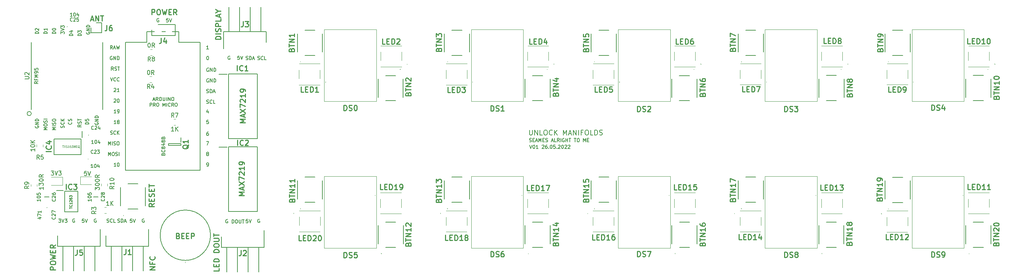
<source format=gto>
G04 #@! TF.GenerationSoftware,KiCad,Pcbnew,(5.1.10)-1*
G04 #@! TF.CreationDate,2022-05-26T00:57:47+10:00*
G04 #@! TF.ProjectId,UnlockManifolds,556e6c6f-636b-44d6-916e-69666f6c6473,rev?*
G04 #@! TF.SameCoordinates,Original*
G04 #@! TF.FileFunction,Legend,Top*
G04 #@! TF.FilePolarity,Positive*
%FSLAX46Y46*%
G04 Gerber Fmt 4.6, Leading zero omitted, Abs format (unit mm)*
G04 Created by KiCad (PCBNEW (5.1.10)-1) date 2022-05-26 00:57:47*
%MOMM*%
%LPD*%
G01*
G04 APERTURE LIST*
%ADD10C,0.152400*%
%ADD11C,0.200000*%
%ADD12C,0.150000*%
%ADD13C,0.100000*%
%ADD14C,0.120000*%
%ADD15C,0.254000*%
%ADD16C,0.125000*%
%ADD17R,1.450000X1.150000*%
%ADD18R,1.150000X1.450000*%
%ADD19R,1.390000X0.910000*%
%ADD20C,3.500000*%
%ADD21C,3.200000*%
%ADD22R,1.300000X3.000000*%
%ADD23C,1.414000*%
%ADD24C,1.500000*%
%ADD25R,1.500000X1.500000*%
%ADD26R,1.925000X0.650000*%
%ADD27R,1.550000X0.700000*%
%ADD28R,0.450000X1.475000*%
%ADD29C,1.725000*%
%ADD30R,1.725000X1.725000*%
%ADD31R,1.500000X0.900000*%
%ADD32C,1.300000*%
%ADD33R,1.300000X1.300000*%
%ADD34R,0.600000X1.050000*%
%ADD35C,1.600000*%
%ADD36R,1.600000X1.600000*%
G04 APERTURE END LIST*
D10*
X147815904Y-111391095D02*
X148086838Y-112203895D01*
X148357771Y-111391095D01*
X148783523Y-111391095D02*
X148860933Y-111391095D01*
X148938342Y-111429800D01*
X148977047Y-111468504D01*
X149015752Y-111545914D01*
X149054457Y-111700733D01*
X149054457Y-111894257D01*
X149015752Y-112049076D01*
X148977047Y-112126485D01*
X148938342Y-112165190D01*
X148860933Y-112203895D01*
X148783523Y-112203895D01*
X148706114Y-112165190D01*
X148667409Y-112126485D01*
X148628704Y-112049076D01*
X148590000Y-111894257D01*
X148590000Y-111700733D01*
X148628704Y-111545914D01*
X148667409Y-111468504D01*
X148706114Y-111429800D01*
X148783523Y-111391095D01*
X149828552Y-112203895D02*
X149364095Y-112203895D01*
X149596323Y-112203895D02*
X149596323Y-111391095D01*
X149518914Y-111507209D01*
X149441504Y-111584619D01*
X149364095Y-111623323D01*
X150757466Y-111468504D02*
X150796171Y-111429800D01*
X150873580Y-111391095D01*
X151067104Y-111391095D01*
X151144514Y-111429800D01*
X151183219Y-111468504D01*
X151221923Y-111545914D01*
X151221923Y-111623323D01*
X151183219Y-111739438D01*
X150718761Y-112203895D01*
X151221923Y-112203895D01*
X151918609Y-111391095D02*
X151763790Y-111391095D01*
X151686380Y-111429800D01*
X151647676Y-111468504D01*
X151570266Y-111584619D01*
X151531561Y-111739438D01*
X151531561Y-112049076D01*
X151570266Y-112126485D01*
X151608971Y-112165190D01*
X151686380Y-112203895D01*
X151841200Y-112203895D01*
X151918609Y-112165190D01*
X151957314Y-112126485D01*
X151996019Y-112049076D01*
X151996019Y-111855552D01*
X151957314Y-111778142D01*
X151918609Y-111739438D01*
X151841200Y-111700733D01*
X151686380Y-111700733D01*
X151608971Y-111739438D01*
X151570266Y-111778142D01*
X151531561Y-111855552D01*
X152344361Y-112126485D02*
X152383066Y-112165190D01*
X152344361Y-112203895D01*
X152305657Y-112165190D01*
X152344361Y-112126485D01*
X152344361Y-112203895D01*
X152886228Y-111391095D02*
X152963638Y-111391095D01*
X153041047Y-111429800D01*
X153079752Y-111468504D01*
X153118457Y-111545914D01*
X153157161Y-111700733D01*
X153157161Y-111894257D01*
X153118457Y-112049076D01*
X153079752Y-112126485D01*
X153041047Y-112165190D01*
X152963638Y-112203895D01*
X152886228Y-112203895D01*
X152808819Y-112165190D01*
X152770114Y-112126485D01*
X152731409Y-112049076D01*
X152692704Y-111894257D01*
X152692704Y-111700733D01*
X152731409Y-111545914D01*
X152770114Y-111468504D01*
X152808819Y-111429800D01*
X152886228Y-111391095D01*
X153892552Y-111391095D02*
X153505504Y-111391095D01*
X153466800Y-111778142D01*
X153505504Y-111739438D01*
X153582914Y-111700733D01*
X153776438Y-111700733D01*
X153853847Y-111739438D01*
X153892552Y-111778142D01*
X153931257Y-111855552D01*
X153931257Y-112049076D01*
X153892552Y-112126485D01*
X153853847Y-112165190D01*
X153776438Y-112203895D01*
X153582914Y-112203895D01*
X153505504Y-112165190D01*
X153466800Y-112126485D01*
X154279600Y-112126485D02*
X154318304Y-112165190D01*
X154279600Y-112203895D01*
X154240895Y-112165190D01*
X154279600Y-112126485D01*
X154279600Y-112203895D01*
X154627942Y-111468504D02*
X154666647Y-111429800D01*
X154744057Y-111391095D01*
X154937580Y-111391095D01*
X155014990Y-111429800D01*
X155053695Y-111468504D01*
X155092400Y-111545914D01*
X155092400Y-111623323D01*
X155053695Y-111739438D01*
X154589238Y-112203895D01*
X155092400Y-112203895D01*
X155595561Y-111391095D02*
X155672971Y-111391095D01*
X155750380Y-111429800D01*
X155789085Y-111468504D01*
X155827790Y-111545914D01*
X155866495Y-111700733D01*
X155866495Y-111894257D01*
X155827790Y-112049076D01*
X155789085Y-112126485D01*
X155750380Y-112165190D01*
X155672971Y-112203895D01*
X155595561Y-112203895D01*
X155518152Y-112165190D01*
X155479447Y-112126485D01*
X155440742Y-112049076D01*
X155402038Y-111894257D01*
X155402038Y-111700733D01*
X155440742Y-111545914D01*
X155479447Y-111468504D01*
X155518152Y-111429800D01*
X155595561Y-111391095D01*
X156176133Y-111468504D02*
X156214838Y-111429800D01*
X156292247Y-111391095D01*
X156485771Y-111391095D01*
X156563180Y-111429800D01*
X156601885Y-111468504D01*
X156640590Y-111545914D01*
X156640590Y-111623323D01*
X156601885Y-111739438D01*
X156137428Y-112203895D01*
X156640590Y-112203895D01*
X156950228Y-111468504D02*
X156988933Y-111429800D01*
X157066342Y-111391095D01*
X157259866Y-111391095D01*
X157337276Y-111429800D01*
X157375980Y-111468504D01*
X157414685Y-111545914D01*
X157414685Y-111623323D01*
X157375980Y-111739438D01*
X156911523Y-112203895D01*
X157414685Y-112203895D01*
X147755428Y-110564990D02*
X147871542Y-110603695D01*
X148065066Y-110603695D01*
X148142476Y-110564990D01*
X148181180Y-110526285D01*
X148219885Y-110448876D01*
X148219885Y-110371466D01*
X148181180Y-110294057D01*
X148142476Y-110255352D01*
X148065066Y-110216647D01*
X147910247Y-110177942D01*
X147832838Y-110139238D01*
X147794133Y-110100533D01*
X147755428Y-110023123D01*
X147755428Y-109945714D01*
X147794133Y-109868304D01*
X147832838Y-109829600D01*
X147910247Y-109790895D01*
X148103771Y-109790895D01*
X148219885Y-109829600D01*
X148568228Y-110177942D02*
X148839161Y-110177942D01*
X148955276Y-110603695D02*
X148568228Y-110603695D01*
X148568228Y-109790895D01*
X148955276Y-109790895D01*
X149264914Y-110371466D02*
X149651961Y-110371466D01*
X149187504Y-110603695D02*
X149458438Y-109790895D01*
X149729371Y-110603695D01*
X150000304Y-110603695D02*
X150000304Y-109790895D01*
X150271238Y-110371466D01*
X150542171Y-109790895D01*
X150542171Y-110603695D01*
X150929219Y-110177942D02*
X151200152Y-110177942D01*
X151316266Y-110603695D02*
X150929219Y-110603695D01*
X150929219Y-109790895D01*
X151316266Y-109790895D01*
X151625904Y-110564990D02*
X151742019Y-110603695D01*
X151935542Y-110603695D01*
X152012952Y-110564990D01*
X152051657Y-110526285D01*
X152090361Y-110448876D01*
X152090361Y-110371466D01*
X152051657Y-110294057D01*
X152012952Y-110255352D01*
X151935542Y-110216647D01*
X151780723Y-110177942D01*
X151703314Y-110139238D01*
X151664609Y-110100533D01*
X151625904Y-110023123D01*
X151625904Y-109945714D01*
X151664609Y-109868304D01*
X151703314Y-109829600D01*
X151780723Y-109790895D01*
X151974247Y-109790895D01*
X152090361Y-109829600D01*
X153019276Y-110371466D02*
X153406323Y-110371466D01*
X152941866Y-110603695D02*
X153212800Y-109790895D01*
X153483733Y-110603695D01*
X154141714Y-110603695D02*
X153754666Y-110603695D01*
X153754666Y-109790895D01*
X154877104Y-110603695D02*
X154606171Y-110216647D01*
X154412647Y-110603695D02*
X154412647Y-109790895D01*
X154722285Y-109790895D01*
X154799695Y-109829600D01*
X154838400Y-109868304D01*
X154877104Y-109945714D01*
X154877104Y-110061828D01*
X154838400Y-110139238D01*
X154799695Y-110177942D01*
X154722285Y-110216647D01*
X154412647Y-110216647D01*
X155225447Y-110603695D02*
X155225447Y-109790895D01*
X156038247Y-109829600D02*
X155960838Y-109790895D01*
X155844723Y-109790895D01*
X155728609Y-109829600D01*
X155651200Y-109907009D01*
X155612495Y-109984419D01*
X155573790Y-110139238D01*
X155573790Y-110255352D01*
X155612495Y-110410171D01*
X155651200Y-110487580D01*
X155728609Y-110564990D01*
X155844723Y-110603695D01*
X155922133Y-110603695D01*
X156038247Y-110564990D01*
X156076952Y-110526285D01*
X156076952Y-110255352D01*
X155922133Y-110255352D01*
X156425295Y-110603695D02*
X156425295Y-109790895D01*
X156425295Y-110177942D02*
X156889752Y-110177942D01*
X156889752Y-110603695D02*
X156889752Y-109790895D01*
X157160685Y-109790895D02*
X157625142Y-109790895D01*
X157392914Y-110603695D02*
X157392914Y-109790895D01*
X158399238Y-109790895D02*
X158863695Y-109790895D01*
X158631466Y-110603695D02*
X158631466Y-109790895D01*
X159289447Y-109790895D02*
X159444266Y-109790895D01*
X159521676Y-109829600D01*
X159599085Y-109907009D01*
X159637790Y-110061828D01*
X159637790Y-110332761D01*
X159599085Y-110487580D01*
X159521676Y-110564990D01*
X159444266Y-110603695D01*
X159289447Y-110603695D01*
X159212038Y-110564990D01*
X159134628Y-110487580D01*
X159095923Y-110332761D01*
X159095923Y-110061828D01*
X159134628Y-109907009D01*
X159212038Y-109829600D01*
X159289447Y-109790895D01*
X160605409Y-110603695D02*
X160605409Y-109790895D01*
X160876342Y-110371466D01*
X161147276Y-109790895D01*
X161147276Y-110603695D01*
X161534323Y-110177942D02*
X161805257Y-110177942D01*
X161921371Y-110603695D02*
X161534323Y-110603695D01*
X161534323Y-109790895D01*
X161921371Y-109790895D01*
X147756057Y-107775457D02*
X147756057Y-108746885D01*
X147813200Y-108861171D01*
X147870342Y-108918314D01*
X147984628Y-108975457D01*
X148213200Y-108975457D01*
X148327485Y-108918314D01*
X148384628Y-108861171D01*
X148441771Y-108746885D01*
X148441771Y-107775457D01*
X149013200Y-108975457D02*
X149013200Y-107775457D01*
X149698914Y-108975457D01*
X149698914Y-107775457D01*
X150841771Y-108975457D02*
X150270342Y-108975457D01*
X150270342Y-107775457D01*
X151470342Y-107775457D02*
X151698914Y-107775457D01*
X151813200Y-107832600D01*
X151927485Y-107946885D01*
X151984628Y-108175457D01*
X151984628Y-108575457D01*
X151927485Y-108804028D01*
X151813200Y-108918314D01*
X151698914Y-108975457D01*
X151470342Y-108975457D01*
X151356057Y-108918314D01*
X151241771Y-108804028D01*
X151184628Y-108575457D01*
X151184628Y-108175457D01*
X151241771Y-107946885D01*
X151356057Y-107832600D01*
X151470342Y-107775457D01*
X153184628Y-108861171D02*
X153127485Y-108918314D01*
X152956057Y-108975457D01*
X152841771Y-108975457D01*
X152670342Y-108918314D01*
X152556057Y-108804028D01*
X152498914Y-108689742D01*
X152441771Y-108461171D01*
X152441771Y-108289742D01*
X152498914Y-108061171D01*
X152556057Y-107946885D01*
X152670342Y-107832600D01*
X152841771Y-107775457D01*
X152956057Y-107775457D01*
X153127485Y-107832600D01*
X153184628Y-107889742D01*
X153698914Y-108975457D02*
X153698914Y-107775457D01*
X154384628Y-108975457D02*
X153870342Y-108289742D01*
X154384628Y-107775457D02*
X153698914Y-108461171D01*
X155813200Y-108975457D02*
X155813200Y-107775457D01*
X156213200Y-108632600D01*
X156613200Y-107775457D01*
X156613200Y-108975457D01*
X157127485Y-108632600D02*
X157698914Y-108632600D01*
X157013200Y-108975457D02*
X157413200Y-107775457D01*
X157813200Y-108975457D01*
X158213200Y-108975457D02*
X158213200Y-107775457D01*
X158898914Y-108975457D01*
X158898914Y-107775457D01*
X159470342Y-108975457D02*
X159470342Y-107775457D01*
X160441771Y-108346885D02*
X160041771Y-108346885D01*
X160041771Y-108975457D02*
X160041771Y-107775457D01*
X160613200Y-107775457D01*
X161298914Y-107775457D02*
X161527485Y-107775457D01*
X161641771Y-107832600D01*
X161756057Y-107946885D01*
X161813200Y-108175457D01*
X161813200Y-108575457D01*
X161756057Y-108804028D01*
X161641771Y-108918314D01*
X161527485Y-108975457D01*
X161298914Y-108975457D01*
X161184628Y-108918314D01*
X161070342Y-108804028D01*
X161013200Y-108575457D01*
X161013200Y-108175457D01*
X161070342Y-107946885D01*
X161184628Y-107832600D01*
X161298914Y-107775457D01*
X162898914Y-108975457D02*
X162327485Y-108975457D01*
X162327485Y-107775457D01*
X163298914Y-108975457D02*
X163298914Y-107775457D01*
X163584628Y-107775457D01*
X163756057Y-107832600D01*
X163870342Y-107946885D01*
X163927485Y-108061171D01*
X163984628Y-108289742D01*
X163984628Y-108461171D01*
X163927485Y-108689742D01*
X163870342Y-108804028D01*
X163756057Y-108918314D01*
X163584628Y-108975457D01*
X163298914Y-108975457D01*
X164441771Y-108918314D02*
X164613200Y-108975457D01*
X164898914Y-108975457D01*
X165013200Y-108918314D01*
X165070342Y-108861171D01*
X165127485Y-108746885D01*
X165127485Y-108632600D01*
X165070342Y-108518314D01*
X165013200Y-108461171D01*
X164898914Y-108404028D01*
X164670342Y-108346885D01*
X164556057Y-108289742D01*
X164498914Y-108232600D01*
X164441771Y-108118314D01*
X164441771Y-108004028D01*
X164498914Y-107889742D01*
X164556057Y-107832600D01*
X164670342Y-107775457D01*
X164956057Y-107775457D01*
X165127485Y-107832600D01*
X58101895Y-100567066D02*
X58488942Y-100567066D01*
X58024485Y-100799295D02*
X58295419Y-99986495D01*
X58566352Y-100799295D01*
X59301742Y-100799295D02*
X59030809Y-100412247D01*
X58837285Y-100799295D02*
X58837285Y-99986495D01*
X59146923Y-99986495D01*
X59224333Y-100025200D01*
X59263038Y-100063904D01*
X59301742Y-100141314D01*
X59301742Y-100257428D01*
X59263038Y-100334838D01*
X59224333Y-100373542D01*
X59146923Y-100412247D01*
X58837285Y-100412247D01*
X59650085Y-100799295D02*
X59650085Y-99986495D01*
X59843609Y-99986495D01*
X59959723Y-100025200D01*
X60037133Y-100102609D01*
X60075838Y-100180019D01*
X60114542Y-100334838D01*
X60114542Y-100450952D01*
X60075838Y-100605771D01*
X60037133Y-100683180D01*
X59959723Y-100760590D01*
X59843609Y-100799295D01*
X59650085Y-100799295D01*
X60462885Y-99986495D02*
X60462885Y-100644476D01*
X60501590Y-100721885D01*
X60540295Y-100760590D01*
X60617704Y-100799295D01*
X60772523Y-100799295D01*
X60849933Y-100760590D01*
X60888638Y-100721885D01*
X60927342Y-100644476D01*
X60927342Y-99986495D01*
X61314390Y-100799295D02*
X61314390Y-99986495D01*
X61701438Y-100799295D02*
X61701438Y-99986495D01*
X62165895Y-100799295D01*
X62165895Y-99986495D01*
X62707761Y-99986495D02*
X62862580Y-99986495D01*
X62939990Y-100025200D01*
X63017400Y-100102609D01*
X63056104Y-100257428D01*
X63056104Y-100528361D01*
X63017400Y-100683180D01*
X62939990Y-100760590D01*
X62862580Y-100799295D01*
X62707761Y-100799295D01*
X62630352Y-100760590D01*
X62552942Y-100683180D01*
X62514238Y-100528361D01*
X62514238Y-100257428D01*
X62552942Y-100102609D01*
X62630352Y-100025200D01*
X62707761Y-99986495D01*
X57327800Y-102170895D02*
X57327800Y-101358095D01*
X57637438Y-101358095D01*
X57714847Y-101396800D01*
X57753552Y-101435504D01*
X57792257Y-101512914D01*
X57792257Y-101629028D01*
X57753552Y-101706438D01*
X57714847Y-101745142D01*
X57637438Y-101783847D01*
X57327800Y-101783847D01*
X58605057Y-102170895D02*
X58334123Y-101783847D01*
X58140600Y-102170895D02*
X58140600Y-101358095D01*
X58450238Y-101358095D01*
X58527647Y-101396800D01*
X58566352Y-101435504D01*
X58605057Y-101512914D01*
X58605057Y-101629028D01*
X58566352Y-101706438D01*
X58527647Y-101745142D01*
X58450238Y-101783847D01*
X58140600Y-101783847D01*
X59108219Y-101358095D02*
X59263038Y-101358095D01*
X59340447Y-101396800D01*
X59417857Y-101474209D01*
X59456561Y-101629028D01*
X59456561Y-101899961D01*
X59417857Y-102054780D01*
X59340447Y-102132190D01*
X59263038Y-102170895D01*
X59108219Y-102170895D01*
X59030809Y-102132190D01*
X58953400Y-102054780D01*
X58914695Y-101899961D01*
X58914695Y-101629028D01*
X58953400Y-101474209D01*
X59030809Y-101396800D01*
X59108219Y-101358095D01*
X60424180Y-102170895D02*
X60424180Y-101358095D01*
X60695114Y-101938666D01*
X60966047Y-101358095D01*
X60966047Y-102170895D01*
X61353095Y-102170895D02*
X61353095Y-101358095D01*
X62204600Y-102093485D02*
X62165895Y-102132190D01*
X62049780Y-102170895D01*
X61972371Y-102170895D01*
X61856257Y-102132190D01*
X61778847Y-102054780D01*
X61740142Y-101977371D01*
X61701438Y-101822552D01*
X61701438Y-101706438D01*
X61740142Y-101551619D01*
X61778847Y-101474209D01*
X61856257Y-101396800D01*
X61972371Y-101358095D01*
X62049780Y-101358095D01*
X62165895Y-101396800D01*
X62204600Y-101435504D01*
X63017400Y-102170895D02*
X62746466Y-101783847D01*
X62552942Y-102170895D02*
X62552942Y-101358095D01*
X62862580Y-101358095D01*
X62939990Y-101396800D01*
X62978695Y-101435504D01*
X63017400Y-101512914D01*
X63017400Y-101629028D01*
X62978695Y-101706438D01*
X62939990Y-101745142D01*
X62862580Y-101783847D01*
X62552942Y-101783847D01*
X63520561Y-101358095D02*
X63675380Y-101358095D01*
X63752790Y-101396800D01*
X63830200Y-101474209D01*
X63868904Y-101629028D01*
X63868904Y-101899961D01*
X63830200Y-102054780D01*
X63752790Y-102132190D01*
X63675380Y-102170895D01*
X63520561Y-102170895D01*
X63443152Y-102132190D01*
X63365742Y-102054780D01*
X63327038Y-101899961D01*
X63327038Y-101629028D01*
X63365742Y-101474209D01*
X63443152Y-101396800D01*
X63520561Y-101358095D01*
X30695295Y-96229714D02*
X30308247Y-96500647D01*
X30695295Y-96694171D02*
X29882495Y-96694171D01*
X29882495Y-96384533D01*
X29921200Y-96307123D01*
X29959904Y-96268419D01*
X30037314Y-96229714D01*
X30153428Y-96229714D01*
X30230838Y-96268419D01*
X30269542Y-96307123D01*
X30308247Y-96384533D01*
X30308247Y-96694171D01*
X30269542Y-95610438D02*
X30269542Y-95881371D01*
X30695295Y-95881371D02*
X29882495Y-95881371D01*
X29882495Y-95494323D01*
X30695295Y-95184685D02*
X29882495Y-95184685D01*
X30463066Y-94913752D01*
X29882495Y-94642819D01*
X30695295Y-94642819D01*
X30695295Y-94217066D02*
X30695295Y-94062247D01*
X30656590Y-93984838D01*
X30617885Y-93946133D01*
X30501771Y-93868723D01*
X30346952Y-93830019D01*
X30037314Y-93830019D01*
X29959904Y-93868723D01*
X29921200Y-93907428D01*
X29882495Y-93984838D01*
X29882495Y-94139657D01*
X29921200Y-94217066D01*
X29959904Y-94255771D01*
X30037314Y-94294476D01*
X30230838Y-94294476D01*
X30308247Y-94255771D01*
X30346952Y-94217066D01*
X30385657Y-94139657D01*
X30385657Y-93984838D01*
X30346952Y-93907428D01*
X30308247Y-93868723D01*
X30230838Y-93830019D01*
X29882495Y-93094628D02*
X29882495Y-93481676D01*
X30269542Y-93520380D01*
X30230838Y-93481676D01*
X30192133Y-93404266D01*
X30192133Y-93210742D01*
X30230838Y-93133333D01*
X30269542Y-93094628D01*
X30346952Y-93055923D01*
X30540476Y-93055923D01*
X30617885Y-93094628D01*
X30656590Y-93133333D01*
X30695295Y-93210742D01*
X30695295Y-93404266D01*
X30656590Y-93481676D01*
X30617885Y-93520380D01*
X41007695Y-85305416D02*
X40194895Y-85305416D01*
X40194895Y-85111892D01*
X40233600Y-84995778D01*
X40311009Y-84918368D01*
X40388419Y-84879663D01*
X40543238Y-84840959D01*
X40659352Y-84840959D01*
X40814171Y-84879663D01*
X40891580Y-84918368D01*
X40968990Y-84995778D01*
X41007695Y-85111892D01*
X41007695Y-85305416D01*
X40194895Y-84570025D02*
X40194895Y-84066863D01*
X40504533Y-84337797D01*
X40504533Y-84221682D01*
X40543238Y-84144273D01*
X40581942Y-84105568D01*
X40659352Y-84066863D01*
X40852876Y-84066863D01*
X40930285Y-84105568D01*
X40968990Y-84144273D01*
X41007695Y-84221682D01*
X41007695Y-84453911D01*
X40968990Y-84531320D01*
X40930285Y-84570025D01*
X38975695Y-85305416D02*
X38162895Y-85305416D01*
X38162895Y-85111892D01*
X38201600Y-84995778D01*
X38279009Y-84918368D01*
X38356419Y-84879663D01*
X38511238Y-84840959D01*
X38627352Y-84840959D01*
X38782171Y-84879663D01*
X38859580Y-84918368D01*
X38936990Y-84995778D01*
X38975695Y-85111892D01*
X38975695Y-85305416D01*
X38433828Y-84144273D02*
X38975695Y-84144273D01*
X38124190Y-84337797D02*
X38704761Y-84531320D01*
X38704761Y-84028159D01*
X30847695Y-84797416D02*
X30034895Y-84797416D01*
X30034895Y-84603892D01*
X30073600Y-84487778D01*
X30151009Y-84410368D01*
X30228419Y-84371663D01*
X30383238Y-84332959D01*
X30499352Y-84332959D01*
X30654171Y-84371663D01*
X30731580Y-84410368D01*
X30808990Y-84487778D01*
X30847695Y-84603892D01*
X30847695Y-84797416D01*
X30112304Y-84023320D02*
X30073600Y-83984616D01*
X30034895Y-83907206D01*
X30034895Y-83713682D01*
X30073600Y-83636273D01*
X30112304Y-83597568D01*
X30189714Y-83558863D01*
X30267123Y-83558863D01*
X30383238Y-83597568D01*
X30847695Y-84062025D01*
X30847695Y-83558863D01*
X32879695Y-84797416D02*
X32066895Y-84797416D01*
X32066895Y-84603892D01*
X32105600Y-84487778D01*
X32183009Y-84410368D01*
X32260419Y-84371663D01*
X32415238Y-84332959D01*
X32531352Y-84332959D01*
X32686171Y-84371663D01*
X32763580Y-84410368D01*
X32840990Y-84487778D01*
X32879695Y-84603892D01*
X32879695Y-84797416D01*
X32879695Y-83558863D02*
X32879695Y-84023320D01*
X32879695Y-83791092D02*
X32066895Y-83791092D01*
X32183009Y-83868501D01*
X32260419Y-83945911D01*
X32299123Y-84023320D01*
X34911695Y-84797416D02*
X34098895Y-84797416D01*
X34098895Y-84603892D01*
X34137600Y-84487778D01*
X34215009Y-84410368D01*
X34292419Y-84371663D01*
X34447238Y-84332959D01*
X34563352Y-84332959D01*
X34718171Y-84371663D01*
X34795580Y-84410368D01*
X34872990Y-84487778D01*
X34911695Y-84603892D01*
X34911695Y-84797416D01*
X34098895Y-83829797D02*
X34098895Y-83752387D01*
X34137600Y-83674978D01*
X34176304Y-83636273D01*
X34253714Y-83597568D01*
X34408533Y-83558863D01*
X34602057Y-83558863D01*
X34756876Y-83597568D01*
X34834285Y-83636273D01*
X34872990Y-83674978D01*
X34911695Y-83752387D01*
X34911695Y-83829797D01*
X34872990Y-83907206D01*
X34834285Y-83945911D01*
X34756876Y-83984616D01*
X34602057Y-84023320D01*
X34408533Y-84023320D01*
X34253714Y-83984616D01*
X34176304Y-83945911D01*
X34137600Y-83907206D01*
X34098895Y-83829797D01*
X36130895Y-84874825D02*
X36130895Y-84371663D01*
X36440533Y-84642597D01*
X36440533Y-84526482D01*
X36479238Y-84449073D01*
X36517942Y-84410368D01*
X36595352Y-84371663D01*
X36788876Y-84371663D01*
X36866285Y-84410368D01*
X36904990Y-84449073D01*
X36943695Y-84526482D01*
X36943695Y-84758711D01*
X36904990Y-84836120D01*
X36866285Y-84874825D01*
X36130895Y-84139435D02*
X36943695Y-83868501D01*
X36130895Y-83597568D01*
X36130895Y-83404044D02*
X36130895Y-82900882D01*
X36440533Y-83171816D01*
X36440533Y-83055701D01*
X36479238Y-82978292D01*
X36517942Y-82939587D01*
X36595352Y-82900882D01*
X36788876Y-82900882D01*
X36866285Y-82939587D01*
X36904990Y-82978292D01*
X36943695Y-83055701D01*
X36943695Y-83287930D01*
X36904990Y-83365340D01*
X36866285Y-83404044D01*
X42785695Y-106394431D02*
X41972895Y-106394431D01*
X41972895Y-106200907D01*
X42011600Y-106084793D01*
X42089009Y-106007383D01*
X42166419Y-105968679D01*
X42321238Y-105929974D01*
X42437352Y-105929974D01*
X42592171Y-105968679D01*
X42669580Y-106007383D01*
X42746990Y-106084793D01*
X42785695Y-106200907D01*
X42785695Y-106394431D01*
X41972895Y-105194583D02*
X41972895Y-105581631D01*
X42359942Y-105620336D01*
X42321238Y-105581631D01*
X42282533Y-105504221D01*
X42282533Y-105310698D01*
X42321238Y-105233288D01*
X42359942Y-105194583D01*
X42437352Y-105155879D01*
X42630876Y-105155879D01*
X42708285Y-105194583D01*
X42746990Y-105233288D01*
X42785695Y-105310698D01*
X42785695Y-105504221D01*
X42746990Y-105581631D01*
X42708285Y-105620336D01*
X41007695Y-106549250D02*
X40620647Y-106820183D01*
X41007695Y-107013707D02*
X40194895Y-107013707D01*
X40194895Y-106704069D01*
X40233600Y-106626660D01*
X40272304Y-106587955D01*
X40349714Y-106549250D01*
X40465828Y-106549250D01*
X40543238Y-106587955D01*
X40581942Y-106626660D01*
X40620647Y-106704069D01*
X40620647Y-107013707D01*
X40968990Y-106239612D02*
X41007695Y-106123498D01*
X41007695Y-105929974D01*
X40968990Y-105852564D01*
X40930285Y-105813860D01*
X40852876Y-105775155D01*
X40775466Y-105775155D01*
X40698057Y-105813860D01*
X40659352Y-105852564D01*
X40620647Y-105929974D01*
X40581942Y-106084793D01*
X40543238Y-106162202D01*
X40504533Y-106200907D01*
X40427123Y-106239612D01*
X40349714Y-106239612D01*
X40272304Y-106200907D01*
X40233600Y-106162202D01*
X40194895Y-106084793D01*
X40194895Y-105891269D01*
X40233600Y-105775155D01*
X40194895Y-105542926D02*
X40194895Y-105078469D01*
X41007695Y-105310698D02*
X40194895Y-105310698D01*
X38644285Y-105929974D02*
X38682990Y-105968679D01*
X38721695Y-106084793D01*
X38721695Y-106162202D01*
X38682990Y-106278317D01*
X38605580Y-106355726D01*
X38528171Y-106394431D01*
X38373352Y-106433136D01*
X38257238Y-106433136D01*
X38102419Y-106394431D01*
X38025009Y-106355726D01*
X37947600Y-106278317D01*
X37908895Y-106162202D01*
X37908895Y-106084793D01*
X37947600Y-105968679D01*
X37986304Y-105929974D01*
X38682990Y-105620336D02*
X38721695Y-105504221D01*
X38721695Y-105310698D01*
X38682990Y-105233288D01*
X38644285Y-105194583D01*
X38566876Y-105155879D01*
X38489466Y-105155879D01*
X38412057Y-105194583D01*
X38373352Y-105233288D01*
X38334647Y-105310698D01*
X38295942Y-105465517D01*
X38257238Y-105542926D01*
X38218533Y-105581631D01*
X38141123Y-105620336D01*
X38063714Y-105620336D01*
X37986304Y-105581631D01*
X37947600Y-105542926D01*
X37908895Y-105465517D01*
X37908895Y-105271993D01*
X37947600Y-105155879D01*
X36904990Y-107245936D02*
X36943695Y-107129821D01*
X36943695Y-106936298D01*
X36904990Y-106858888D01*
X36866285Y-106820183D01*
X36788876Y-106781479D01*
X36711466Y-106781479D01*
X36634057Y-106820183D01*
X36595352Y-106858888D01*
X36556647Y-106936298D01*
X36517942Y-107091117D01*
X36479238Y-107168526D01*
X36440533Y-107207231D01*
X36363123Y-107245936D01*
X36285714Y-107245936D01*
X36208304Y-107207231D01*
X36169600Y-107168526D01*
X36130895Y-107091117D01*
X36130895Y-106897593D01*
X36169600Y-106781479D01*
X36866285Y-105968679D02*
X36904990Y-106007383D01*
X36943695Y-106123498D01*
X36943695Y-106200907D01*
X36904990Y-106317021D01*
X36827580Y-106394431D01*
X36750171Y-106433136D01*
X36595352Y-106471840D01*
X36479238Y-106471840D01*
X36324419Y-106433136D01*
X36247009Y-106394431D01*
X36169600Y-106317021D01*
X36130895Y-106200907D01*
X36130895Y-106123498D01*
X36169600Y-106007383D01*
X36208304Y-105968679D01*
X36943695Y-105620336D02*
X36130895Y-105620336D01*
X36943695Y-105155879D02*
X36479238Y-105504221D01*
X36130895Y-105155879D02*
X36595352Y-105620336D01*
X34911695Y-107749098D02*
X34098895Y-107749098D01*
X34679466Y-107478164D01*
X34098895Y-107207231D01*
X34911695Y-107207231D01*
X34911695Y-106820183D02*
X34098895Y-106820183D01*
X34872990Y-106471840D02*
X34911695Y-106355726D01*
X34911695Y-106162202D01*
X34872990Y-106084793D01*
X34834285Y-106046088D01*
X34756876Y-106007383D01*
X34679466Y-106007383D01*
X34602057Y-106046088D01*
X34563352Y-106084793D01*
X34524647Y-106162202D01*
X34485942Y-106317021D01*
X34447238Y-106394431D01*
X34408533Y-106433136D01*
X34331123Y-106471840D01*
X34253714Y-106471840D01*
X34176304Y-106433136D01*
X34137600Y-106394431D01*
X34098895Y-106317021D01*
X34098895Y-106123498D01*
X34137600Y-106007383D01*
X34098895Y-105504221D02*
X34098895Y-105349402D01*
X34137600Y-105271993D01*
X34215009Y-105194583D01*
X34369828Y-105155879D01*
X34640761Y-105155879D01*
X34795580Y-105194583D01*
X34872990Y-105271993D01*
X34911695Y-105349402D01*
X34911695Y-105504221D01*
X34872990Y-105581631D01*
X34795580Y-105659040D01*
X34640761Y-105697745D01*
X34369828Y-105697745D01*
X34215009Y-105659040D01*
X34137600Y-105581631D01*
X34098895Y-105504221D01*
X32879695Y-107749098D02*
X32066895Y-107749098D01*
X32647466Y-107478164D01*
X32066895Y-107207231D01*
X32879695Y-107207231D01*
X32066895Y-106665364D02*
X32066895Y-106510545D01*
X32105600Y-106433136D01*
X32183009Y-106355726D01*
X32337828Y-106317021D01*
X32608761Y-106317021D01*
X32763580Y-106355726D01*
X32840990Y-106433136D01*
X32879695Y-106510545D01*
X32879695Y-106665364D01*
X32840990Y-106742774D01*
X32763580Y-106820183D01*
X32608761Y-106858888D01*
X32337828Y-106858888D01*
X32183009Y-106820183D01*
X32105600Y-106742774D01*
X32066895Y-106665364D01*
X32840990Y-106007383D02*
X32879695Y-105891269D01*
X32879695Y-105697745D01*
X32840990Y-105620336D01*
X32802285Y-105581631D01*
X32724876Y-105542926D01*
X32647466Y-105542926D01*
X32570057Y-105581631D01*
X32531352Y-105620336D01*
X32492647Y-105697745D01*
X32453942Y-105852564D01*
X32415238Y-105929974D01*
X32376533Y-105968679D01*
X32299123Y-106007383D01*
X32221714Y-106007383D01*
X32144304Y-105968679D01*
X32105600Y-105929974D01*
X32066895Y-105852564D01*
X32066895Y-105659040D01*
X32105600Y-105542926D01*
X32879695Y-105194583D02*
X32066895Y-105194583D01*
X42265600Y-84506888D02*
X42226895Y-84584298D01*
X42226895Y-84700412D01*
X42265600Y-84816526D01*
X42343009Y-84893936D01*
X42420419Y-84932640D01*
X42575238Y-84971345D01*
X42691352Y-84971345D01*
X42846171Y-84932640D01*
X42923580Y-84893936D01*
X43000990Y-84816526D01*
X43039695Y-84700412D01*
X43039695Y-84623002D01*
X43000990Y-84506888D01*
X42962285Y-84468183D01*
X42691352Y-84468183D01*
X42691352Y-84623002D01*
X43039695Y-84119840D02*
X42226895Y-84119840D01*
X43039695Y-83655383D01*
X42226895Y-83655383D01*
X43039695Y-83268336D02*
X42226895Y-83268336D01*
X42226895Y-83074812D01*
X42265600Y-82958698D01*
X42343009Y-82881288D01*
X42420419Y-82842583D01*
X42575238Y-82803879D01*
X42691352Y-82803879D01*
X42846171Y-82842583D01*
X42923580Y-82881288D01*
X43000990Y-82958698D01*
X43039695Y-83074812D01*
X43039695Y-83268336D01*
X44297600Y-106096888D02*
X44258895Y-106174298D01*
X44258895Y-106290412D01*
X44297600Y-106406526D01*
X44375009Y-106483936D01*
X44452419Y-106522640D01*
X44607238Y-106561345D01*
X44723352Y-106561345D01*
X44878171Y-106522640D01*
X44955580Y-106483936D01*
X45032990Y-106406526D01*
X45071695Y-106290412D01*
X45071695Y-106213002D01*
X45032990Y-106096888D01*
X44994285Y-106058183D01*
X44723352Y-106058183D01*
X44723352Y-106213002D01*
X45071695Y-105709840D02*
X44258895Y-105709840D01*
X45071695Y-105245383D01*
X44258895Y-105245383D01*
X45071695Y-104858336D02*
X44258895Y-104858336D01*
X44258895Y-104664812D01*
X44297600Y-104548698D01*
X44375009Y-104471288D01*
X44452419Y-104432583D01*
X44607238Y-104393879D01*
X44723352Y-104393879D01*
X44878171Y-104432583D01*
X44955580Y-104471288D01*
X45032990Y-104548698D01*
X45071695Y-104664812D01*
X45071695Y-104858336D01*
X30073600Y-106858888D02*
X30034895Y-106936298D01*
X30034895Y-107052412D01*
X30073600Y-107168526D01*
X30151009Y-107245936D01*
X30228419Y-107284640D01*
X30383238Y-107323345D01*
X30499352Y-107323345D01*
X30654171Y-107284640D01*
X30731580Y-107245936D01*
X30808990Y-107168526D01*
X30847695Y-107052412D01*
X30847695Y-106975002D01*
X30808990Y-106858888D01*
X30770285Y-106820183D01*
X30499352Y-106820183D01*
X30499352Y-106975002D01*
X30847695Y-106471840D02*
X30034895Y-106471840D01*
X30847695Y-106007383D01*
X30034895Y-106007383D01*
X30847695Y-105620336D02*
X30034895Y-105620336D01*
X30034895Y-105426812D01*
X30073600Y-105310698D01*
X30151009Y-105233288D01*
X30228419Y-105194583D01*
X30383238Y-105155879D01*
X30499352Y-105155879D01*
X30654171Y-105194583D01*
X30731580Y-105233288D01*
X30808990Y-105310698D01*
X30847695Y-105426812D01*
X30847695Y-105620336D01*
X71330336Y-88505695D02*
X70865879Y-88505695D01*
X71098107Y-88505695D02*
X71098107Y-87692895D01*
X71020698Y-87809009D01*
X70943288Y-87886419D01*
X70865879Y-87925123D01*
X71059402Y-90232895D02*
X71136812Y-90232895D01*
X71214221Y-90271600D01*
X71252926Y-90310304D01*
X71291631Y-90387714D01*
X71330336Y-90542533D01*
X71330336Y-90736057D01*
X71291631Y-90890876D01*
X71252926Y-90968285D01*
X71214221Y-91006990D01*
X71136812Y-91045695D01*
X71059402Y-91045695D01*
X70981993Y-91006990D01*
X70943288Y-90968285D01*
X70904583Y-90890876D01*
X70865879Y-90736057D01*
X70865879Y-90542533D01*
X70904583Y-90387714D01*
X70943288Y-90310304D01*
X70981993Y-90271600D01*
X71059402Y-90232895D01*
X71330336Y-93065600D02*
X71252926Y-93026895D01*
X71136812Y-93026895D01*
X71020698Y-93065600D01*
X70943288Y-93143009D01*
X70904583Y-93220419D01*
X70865879Y-93375238D01*
X70865879Y-93491352D01*
X70904583Y-93646171D01*
X70943288Y-93723580D01*
X71020698Y-93800990D01*
X71136812Y-93839695D01*
X71214221Y-93839695D01*
X71330336Y-93800990D01*
X71369040Y-93762285D01*
X71369040Y-93491352D01*
X71214221Y-93491352D01*
X71717383Y-93839695D02*
X71717383Y-93026895D01*
X72181840Y-93839695D01*
X72181840Y-93026895D01*
X72568888Y-93839695D02*
X72568888Y-93026895D01*
X72762412Y-93026895D01*
X72878526Y-93065600D01*
X72955936Y-93143009D01*
X72994640Y-93220419D01*
X73033345Y-93375238D01*
X73033345Y-93491352D01*
X72994640Y-93646171D01*
X72955936Y-93723580D01*
X72878526Y-93800990D01*
X72762412Y-93839695D01*
X72568888Y-93839695D01*
X71330336Y-95605600D02*
X71252926Y-95566895D01*
X71136812Y-95566895D01*
X71020698Y-95605600D01*
X70943288Y-95683009D01*
X70904583Y-95760419D01*
X70865879Y-95915238D01*
X70865879Y-96031352D01*
X70904583Y-96186171D01*
X70943288Y-96263580D01*
X71020698Y-96340990D01*
X71136812Y-96379695D01*
X71214221Y-96379695D01*
X71330336Y-96340990D01*
X71369040Y-96302285D01*
X71369040Y-96031352D01*
X71214221Y-96031352D01*
X71717383Y-96379695D02*
X71717383Y-95566895D01*
X72181840Y-96379695D01*
X72181840Y-95566895D01*
X72568888Y-96379695D02*
X72568888Y-95566895D01*
X72762412Y-95566895D01*
X72878526Y-95605600D01*
X72955936Y-95683009D01*
X72994640Y-95760419D01*
X73033345Y-95915238D01*
X73033345Y-96031352D01*
X72994640Y-96186171D01*
X72955936Y-96263580D01*
X72878526Y-96340990D01*
X72762412Y-96379695D01*
X72568888Y-96379695D01*
X70865879Y-98880990D02*
X70981993Y-98919695D01*
X71175517Y-98919695D01*
X71252926Y-98880990D01*
X71291631Y-98842285D01*
X71330336Y-98764876D01*
X71330336Y-98687466D01*
X71291631Y-98610057D01*
X71252926Y-98571352D01*
X71175517Y-98532647D01*
X71020698Y-98493942D01*
X70943288Y-98455238D01*
X70904583Y-98416533D01*
X70865879Y-98339123D01*
X70865879Y-98261714D01*
X70904583Y-98184304D01*
X70943288Y-98145600D01*
X71020698Y-98106895D01*
X71214221Y-98106895D01*
X71330336Y-98145600D01*
X71678679Y-98919695D02*
X71678679Y-98106895D01*
X71872202Y-98106895D01*
X71988317Y-98145600D01*
X72065726Y-98223009D01*
X72104431Y-98300419D01*
X72143136Y-98455238D01*
X72143136Y-98571352D01*
X72104431Y-98726171D01*
X72065726Y-98803580D01*
X71988317Y-98880990D01*
X71872202Y-98919695D01*
X71678679Y-98919695D01*
X72452774Y-98687466D02*
X72839821Y-98687466D01*
X72375364Y-98919695D02*
X72646298Y-98106895D01*
X72917231Y-98919695D01*
X70865879Y-101420990D02*
X70981993Y-101459695D01*
X71175517Y-101459695D01*
X71252926Y-101420990D01*
X71291631Y-101382285D01*
X71330336Y-101304876D01*
X71330336Y-101227466D01*
X71291631Y-101150057D01*
X71252926Y-101111352D01*
X71175517Y-101072647D01*
X71020698Y-101033942D01*
X70943288Y-100995238D01*
X70904583Y-100956533D01*
X70865879Y-100879123D01*
X70865879Y-100801714D01*
X70904583Y-100724304D01*
X70943288Y-100685600D01*
X71020698Y-100646895D01*
X71214221Y-100646895D01*
X71330336Y-100685600D01*
X72143136Y-101382285D02*
X72104431Y-101420990D01*
X71988317Y-101459695D01*
X71910907Y-101459695D01*
X71794793Y-101420990D01*
X71717383Y-101343580D01*
X71678679Y-101266171D01*
X71639974Y-101111352D01*
X71639974Y-100995238D01*
X71678679Y-100840419D01*
X71717383Y-100763009D01*
X71794793Y-100685600D01*
X71910907Y-100646895D01*
X71988317Y-100646895D01*
X72104431Y-100685600D01*
X72143136Y-100724304D01*
X72878526Y-101459695D02*
X72491479Y-101459695D01*
X72491479Y-100646895D01*
X71252926Y-103203828D02*
X71252926Y-103745695D01*
X71059402Y-102894190D02*
X70865879Y-103474761D01*
X71369040Y-103474761D01*
X71291631Y-105472895D02*
X70904583Y-105472895D01*
X70865879Y-105859942D01*
X70904583Y-105821238D01*
X70981993Y-105782533D01*
X71175517Y-105782533D01*
X71252926Y-105821238D01*
X71291631Y-105859942D01*
X71330336Y-105937352D01*
X71330336Y-106130876D01*
X71291631Y-106208285D01*
X71252926Y-106246990D01*
X71175517Y-106285695D01*
X70981993Y-106285695D01*
X70904583Y-106246990D01*
X70865879Y-106208285D01*
X71252926Y-108266895D02*
X71098107Y-108266895D01*
X71020698Y-108305600D01*
X70981993Y-108344304D01*
X70904583Y-108460419D01*
X70865879Y-108615238D01*
X70865879Y-108924876D01*
X70904583Y-109002285D01*
X70943288Y-109040990D01*
X71020698Y-109079695D01*
X71175517Y-109079695D01*
X71252926Y-109040990D01*
X71291631Y-109002285D01*
X71330336Y-108924876D01*
X71330336Y-108731352D01*
X71291631Y-108653942D01*
X71252926Y-108615238D01*
X71175517Y-108576533D01*
X71020698Y-108576533D01*
X70943288Y-108615238D01*
X70904583Y-108653942D01*
X70865879Y-108731352D01*
X70827174Y-110552895D02*
X71369040Y-110552895D01*
X71020698Y-111365695D01*
X71020698Y-113441238D02*
X70943288Y-113402533D01*
X70904583Y-113363828D01*
X70865879Y-113286419D01*
X70865879Y-113247714D01*
X70904583Y-113170304D01*
X70943288Y-113131600D01*
X71020698Y-113092895D01*
X71175517Y-113092895D01*
X71252926Y-113131600D01*
X71291631Y-113170304D01*
X71330336Y-113247714D01*
X71330336Y-113286419D01*
X71291631Y-113363828D01*
X71252926Y-113402533D01*
X71175517Y-113441238D01*
X71020698Y-113441238D01*
X70943288Y-113479942D01*
X70904583Y-113518647D01*
X70865879Y-113596057D01*
X70865879Y-113750876D01*
X70904583Y-113828285D01*
X70943288Y-113866990D01*
X71020698Y-113905695D01*
X71175517Y-113905695D01*
X71252926Y-113866990D01*
X71291631Y-113828285D01*
X71330336Y-113750876D01*
X71330336Y-113596057D01*
X71291631Y-113518647D01*
X71252926Y-113479942D01*
X71175517Y-113441238D01*
X70943288Y-116445695D02*
X71098107Y-116445695D01*
X71175517Y-116406990D01*
X71214221Y-116368285D01*
X71291631Y-116252171D01*
X71330336Y-116097352D01*
X71330336Y-115787714D01*
X71291631Y-115710304D01*
X71252926Y-115671600D01*
X71175517Y-115632895D01*
X71020698Y-115632895D01*
X70943288Y-115671600D01*
X70904583Y-115710304D01*
X70865879Y-115787714D01*
X70865879Y-115981238D01*
X70904583Y-116058647D01*
X70943288Y-116097352D01*
X71020698Y-116136057D01*
X71175517Y-116136057D01*
X71252926Y-116097352D01*
X71291631Y-116058647D01*
X71330336Y-115981238D01*
X49264025Y-116445695D02*
X48799568Y-116445695D01*
X49031797Y-116445695D02*
X49031797Y-115632895D01*
X48954387Y-115749009D01*
X48876978Y-115826419D01*
X48799568Y-115865123D01*
X49767187Y-115632895D02*
X49844597Y-115632895D01*
X49922006Y-115671600D01*
X49960711Y-115710304D01*
X49999416Y-115787714D01*
X50038120Y-115942533D01*
X50038120Y-116136057D01*
X49999416Y-116290876D01*
X49960711Y-116368285D01*
X49922006Y-116406990D01*
X49844597Y-116445695D01*
X49767187Y-116445695D01*
X49689778Y-116406990D01*
X49651073Y-116368285D01*
X49612368Y-116290876D01*
X49573663Y-116136057D01*
X49573663Y-115942533D01*
X49612368Y-115787714D01*
X49651073Y-115710304D01*
X49689778Y-115671600D01*
X49767187Y-115632895D01*
X47444901Y-113905695D02*
X47444901Y-113092895D01*
X47715835Y-113673466D01*
X47986768Y-113092895D01*
X47986768Y-113905695D01*
X48528635Y-113092895D02*
X48683454Y-113092895D01*
X48760863Y-113131600D01*
X48838273Y-113209009D01*
X48876978Y-113363828D01*
X48876978Y-113634761D01*
X48838273Y-113789580D01*
X48760863Y-113866990D01*
X48683454Y-113905695D01*
X48528635Y-113905695D01*
X48451225Y-113866990D01*
X48373816Y-113789580D01*
X48335111Y-113634761D01*
X48335111Y-113363828D01*
X48373816Y-113209009D01*
X48451225Y-113131600D01*
X48528635Y-113092895D01*
X49186616Y-113866990D02*
X49302730Y-113905695D01*
X49496254Y-113905695D01*
X49573663Y-113866990D01*
X49612368Y-113828285D01*
X49651073Y-113750876D01*
X49651073Y-113673466D01*
X49612368Y-113596057D01*
X49573663Y-113557352D01*
X49496254Y-113518647D01*
X49341435Y-113479942D01*
X49264025Y-113441238D01*
X49225320Y-113402533D01*
X49186616Y-113325123D01*
X49186616Y-113247714D01*
X49225320Y-113170304D01*
X49264025Y-113131600D01*
X49341435Y-113092895D01*
X49534959Y-113092895D01*
X49651073Y-113131600D01*
X49999416Y-113905695D02*
X49999416Y-113092895D01*
X47444901Y-111365695D02*
X47444901Y-110552895D01*
X47715835Y-111133466D01*
X47986768Y-110552895D01*
X47986768Y-111365695D01*
X48373816Y-111365695D02*
X48373816Y-110552895D01*
X48722159Y-111326990D02*
X48838273Y-111365695D01*
X49031797Y-111365695D01*
X49109206Y-111326990D01*
X49147911Y-111288285D01*
X49186616Y-111210876D01*
X49186616Y-111133466D01*
X49147911Y-111056057D01*
X49109206Y-111017352D01*
X49031797Y-110978647D01*
X48876978Y-110939942D01*
X48799568Y-110901238D01*
X48760863Y-110862533D01*
X48722159Y-110785123D01*
X48722159Y-110707714D01*
X48760863Y-110630304D01*
X48799568Y-110591600D01*
X48876978Y-110552895D01*
X49070501Y-110552895D01*
X49186616Y-110591600D01*
X49689778Y-110552895D02*
X49844597Y-110552895D01*
X49922006Y-110591600D01*
X49999416Y-110669009D01*
X50038120Y-110823828D01*
X50038120Y-111094761D01*
X49999416Y-111249580D01*
X49922006Y-111326990D01*
X49844597Y-111365695D01*
X49689778Y-111365695D01*
X49612368Y-111326990D01*
X49534959Y-111249580D01*
X49496254Y-111094761D01*
X49496254Y-110823828D01*
X49534959Y-110669009D01*
X49612368Y-110591600D01*
X49689778Y-110552895D01*
X47948063Y-108786990D02*
X48064178Y-108825695D01*
X48257701Y-108825695D01*
X48335111Y-108786990D01*
X48373816Y-108748285D01*
X48412520Y-108670876D01*
X48412520Y-108593466D01*
X48373816Y-108516057D01*
X48335111Y-108477352D01*
X48257701Y-108438647D01*
X48102882Y-108399942D01*
X48025473Y-108361238D01*
X47986768Y-108322533D01*
X47948063Y-108245123D01*
X47948063Y-108167714D01*
X47986768Y-108090304D01*
X48025473Y-108051600D01*
X48102882Y-108012895D01*
X48296406Y-108012895D01*
X48412520Y-108051600D01*
X49225320Y-108748285D02*
X49186616Y-108786990D01*
X49070501Y-108825695D01*
X48993092Y-108825695D01*
X48876978Y-108786990D01*
X48799568Y-108709580D01*
X48760863Y-108632171D01*
X48722159Y-108477352D01*
X48722159Y-108361238D01*
X48760863Y-108206419D01*
X48799568Y-108129009D01*
X48876978Y-108051600D01*
X48993092Y-108012895D01*
X49070501Y-108012895D01*
X49186616Y-108051600D01*
X49225320Y-108090304D01*
X49573663Y-108825695D02*
X49573663Y-108012895D01*
X50038120Y-108825695D02*
X49689778Y-108361238D01*
X50038120Y-108012895D02*
X49573663Y-108477352D01*
X49264025Y-106285695D02*
X48799568Y-106285695D01*
X49031797Y-106285695D02*
X49031797Y-105472895D01*
X48954387Y-105589009D01*
X48876978Y-105666419D01*
X48799568Y-105705123D01*
X49728482Y-105821238D02*
X49651073Y-105782533D01*
X49612368Y-105743828D01*
X49573663Y-105666419D01*
X49573663Y-105627714D01*
X49612368Y-105550304D01*
X49651073Y-105511600D01*
X49728482Y-105472895D01*
X49883301Y-105472895D01*
X49960711Y-105511600D01*
X49999416Y-105550304D01*
X50038120Y-105627714D01*
X50038120Y-105666419D01*
X49999416Y-105743828D01*
X49960711Y-105782533D01*
X49883301Y-105821238D01*
X49728482Y-105821238D01*
X49651073Y-105859942D01*
X49612368Y-105898647D01*
X49573663Y-105976057D01*
X49573663Y-106130876D01*
X49612368Y-106208285D01*
X49651073Y-106246990D01*
X49728482Y-106285695D01*
X49883301Y-106285695D01*
X49960711Y-106246990D01*
X49999416Y-106208285D01*
X50038120Y-106130876D01*
X50038120Y-105976057D01*
X49999416Y-105898647D01*
X49960711Y-105859942D01*
X49883301Y-105821238D01*
X49264025Y-103745695D02*
X48799568Y-103745695D01*
X49031797Y-103745695D02*
X49031797Y-102932895D01*
X48954387Y-103049009D01*
X48876978Y-103126419D01*
X48799568Y-103165123D01*
X49651073Y-103745695D02*
X49805892Y-103745695D01*
X49883301Y-103706990D01*
X49922006Y-103668285D01*
X49999416Y-103552171D01*
X50038120Y-103397352D01*
X50038120Y-103087714D01*
X49999416Y-103010304D01*
X49960711Y-102971600D01*
X49883301Y-102932895D01*
X49728482Y-102932895D01*
X49651073Y-102971600D01*
X49612368Y-103010304D01*
X49573663Y-103087714D01*
X49573663Y-103281238D01*
X49612368Y-103358647D01*
X49651073Y-103397352D01*
X49728482Y-103436057D01*
X49883301Y-103436057D01*
X49960711Y-103397352D01*
X49999416Y-103358647D01*
X50038120Y-103281238D01*
X48799568Y-100470304D02*
X48838273Y-100431600D01*
X48915682Y-100392895D01*
X49109206Y-100392895D01*
X49186616Y-100431600D01*
X49225320Y-100470304D01*
X49264025Y-100547714D01*
X49264025Y-100625123D01*
X49225320Y-100741238D01*
X48760863Y-101205695D01*
X49264025Y-101205695D01*
X49767187Y-100392895D02*
X49844597Y-100392895D01*
X49922006Y-100431600D01*
X49960711Y-100470304D01*
X49999416Y-100547714D01*
X50038120Y-100702533D01*
X50038120Y-100896057D01*
X49999416Y-101050876D01*
X49960711Y-101128285D01*
X49922006Y-101166990D01*
X49844597Y-101205695D01*
X49767187Y-101205695D01*
X49689778Y-101166990D01*
X49651073Y-101128285D01*
X49612368Y-101050876D01*
X49573663Y-100896057D01*
X49573663Y-100702533D01*
X49612368Y-100547714D01*
X49651073Y-100470304D01*
X49689778Y-100431600D01*
X49767187Y-100392895D01*
X48799568Y-97930304D02*
X48838273Y-97891600D01*
X48915682Y-97852895D01*
X49109206Y-97852895D01*
X49186616Y-97891600D01*
X49225320Y-97930304D01*
X49264025Y-98007714D01*
X49264025Y-98085123D01*
X49225320Y-98201238D01*
X48760863Y-98665695D01*
X49264025Y-98665695D01*
X50038120Y-98665695D02*
X49573663Y-98665695D01*
X49805892Y-98665695D02*
X49805892Y-97852895D01*
X49728482Y-97969009D01*
X49651073Y-98046419D01*
X49573663Y-98085123D01*
X47948063Y-95312895D02*
X48218997Y-96125695D01*
X48489930Y-95312895D01*
X49225320Y-96048285D02*
X49186616Y-96086990D01*
X49070501Y-96125695D01*
X48993092Y-96125695D01*
X48876978Y-96086990D01*
X48799568Y-96009580D01*
X48760863Y-95932171D01*
X48722159Y-95777352D01*
X48722159Y-95661238D01*
X48760863Y-95506419D01*
X48799568Y-95429009D01*
X48876978Y-95351600D01*
X48993092Y-95312895D01*
X49070501Y-95312895D01*
X49186616Y-95351600D01*
X49225320Y-95390304D01*
X50038120Y-96048285D02*
X49999416Y-96086990D01*
X49883301Y-96125695D01*
X49805892Y-96125695D01*
X49689778Y-96086990D01*
X49612368Y-96009580D01*
X49573663Y-95932171D01*
X49534959Y-95777352D01*
X49534959Y-95661238D01*
X49573663Y-95506419D01*
X49612368Y-95429009D01*
X49689778Y-95351600D01*
X49805892Y-95312895D01*
X49883301Y-95312895D01*
X49999416Y-95351600D01*
X50038120Y-95390304D01*
X48644749Y-93585695D02*
X48373816Y-93198647D01*
X48180292Y-93585695D02*
X48180292Y-92772895D01*
X48489930Y-92772895D01*
X48567340Y-92811600D01*
X48606044Y-92850304D01*
X48644749Y-92927714D01*
X48644749Y-93043828D01*
X48606044Y-93121238D01*
X48567340Y-93159942D01*
X48489930Y-93198647D01*
X48180292Y-93198647D01*
X48954387Y-93546990D02*
X49070501Y-93585695D01*
X49264025Y-93585695D01*
X49341435Y-93546990D01*
X49380140Y-93508285D01*
X49418844Y-93430876D01*
X49418844Y-93353466D01*
X49380140Y-93276057D01*
X49341435Y-93237352D01*
X49264025Y-93198647D01*
X49109206Y-93159942D01*
X49031797Y-93121238D01*
X48993092Y-93082533D01*
X48954387Y-93005123D01*
X48954387Y-92927714D01*
X48993092Y-92850304D01*
X49031797Y-92811600D01*
X49109206Y-92772895D01*
X49302730Y-92772895D01*
X49418844Y-92811600D01*
X49651073Y-92772895D02*
X50115530Y-92772895D01*
X49883301Y-93585695D02*
X49883301Y-92772895D01*
X48335111Y-90271600D02*
X48257701Y-90232895D01*
X48141587Y-90232895D01*
X48025473Y-90271600D01*
X47948063Y-90349009D01*
X47909359Y-90426419D01*
X47870654Y-90581238D01*
X47870654Y-90697352D01*
X47909359Y-90852171D01*
X47948063Y-90929580D01*
X48025473Y-91006990D01*
X48141587Y-91045695D01*
X48218997Y-91045695D01*
X48335111Y-91006990D01*
X48373816Y-90968285D01*
X48373816Y-90697352D01*
X48218997Y-90697352D01*
X48722159Y-91045695D02*
X48722159Y-90232895D01*
X49186616Y-91045695D01*
X49186616Y-90232895D01*
X49573663Y-91045695D02*
X49573663Y-90232895D01*
X49767187Y-90232895D01*
X49883301Y-90271600D01*
X49960711Y-90349009D01*
X49999416Y-90426419D01*
X50038120Y-90581238D01*
X50038120Y-90697352D01*
X49999416Y-90852171D01*
X49960711Y-90929580D01*
X49883301Y-91006990D01*
X49767187Y-91045695D01*
X49573663Y-91045695D01*
X48412520Y-88505695D02*
X48141587Y-88118647D01*
X47948063Y-88505695D02*
X47948063Y-87692895D01*
X48257701Y-87692895D01*
X48335111Y-87731600D01*
X48373816Y-87770304D01*
X48412520Y-87847714D01*
X48412520Y-87963828D01*
X48373816Y-88041238D01*
X48335111Y-88079942D01*
X48257701Y-88118647D01*
X47948063Y-88118647D01*
X48722159Y-88273466D02*
X49109206Y-88273466D01*
X48644749Y-88505695D02*
X48915682Y-87692895D01*
X49186616Y-88505695D01*
X49380140Y-87692895D02*
X49573663Y-88505695D01*
X49728482Y-87925123D01*
X49883301Y-88505695D01*
X50076825Y-87692895D01*
X83042880Y-91006990D02*
X83158995Y-91045695D01*
X83352519Y-91045695D01*
X83429928Y-91006990D01*
X83468633Y-90968285D01*
X83507338Y-90890876D01*
X83507338Y-90813466D01*
X83468633Y-90736057D01*
X83429928Y-90697352D01*
X83352519Y-90658647D01*
X83197700Y-90619942D01*
X83120290Y-90581238D01*
X83081585Y-90542533D01*
X83042880Y-90465123D01*
X83042880Y-90387714D01*
X83081585Y-90310304D01*
X83120290Y-90271600D01*
X83197700Y-90232895D01*
X83391223Y-90232895D01*
X83507338Y-90271600D01*
X84320138Y-90968285D02*
X84281433Y-91006990D01*
X84165319Y-91045695D01*
X84087909Y-91045695D01*
X83971795Y-91006990D01*
X83894385Y-90929580D01*
X83855680Y-90852171D01*
X83816976Y-90697352D01*
X83816976Y-90581238D01*
X83855680Y-90426419D01*
X83894385Y-90349009D01*
X83971795Y-90271600D01*
X84087909Y-90232895D01*
X84165319Y-90232895D01*
X84281433Y-90271600D01*
X84320138Y-90310304D01*
X85055528Y-91045695D02*
X84668480Y-91045695D01*
X84668480Y-90232895D01*
X80229528Y-91006990D02*
X80345642Y-91045695D01*
X80539166Y-91045695D01*
X80616576Y-91006990D01*
X80655280Y-90968285D01*
X80693985Y-90890876D01*
X80693985Y-90813466D01*
X80655280Y-90736057D01*
X80616576Y-90697352D01*
X80539166Y-90658647D01*
X80384347Y-90619942D01*
X80306938Y-90581238D01*
X80268233Y-90542533D01*
X80229528Y-90465123D01*
X80229528Y-90387714D01*
X80268233Y-90310304D01*
X80306938Y-90271600D01*
X80384347Y-90232895D01*
X80577871Y-90232895D01*
X80693985Y-90271600D01*
X81042328Y-91045695D02*
X81042328Y-90232895D01*
X81235852Y-90232895D01*
X81351966Y-90271600D01*
X81429376Y-90349009D01*
X81468080Y-90426419D01*
X81506785Y-90581238D01*
X81506785Y-90697352D01*
X81468080Y-90852171D01*
X81429376Y-90929580D01*
X81351966Y-91006990D01*
X81235852Y-91045695D01*
X81042328Y-91045695D01*
X81816423Y-90813466D02*
X82203471Y-90813466D01*
X81739014Y-91045695D02*
X82009947Y-90232895D01*
X82280880Y-91045695D01*
X76412876Y-90208100D02*
X76335466Y-90169395D01*
X76219352Y-90169395D01*
X76103238Y-90208100D01*
X76025828Y-90285509D01*
X75987123Y-90362919D01*
X75948419Y-90517738D01*
X75948419Y-90633852D01*
X75987123Y-90788671D01*
X76025828Y-90866080D01*
X76103238Y-90943490D01*
X76219352Y-90982195D01*
X76296761Y-90982195D01*
X76412876Y-90943490D01*
X76451580Y-90904785D01*
X76451580Y-90633852D01*
X76296761Y-90633852D01*
X78648680Y-90169395D02*
X78261633Y-90169395D01*
X78222928Y-90556442D01*
X78261633Y-90517738D01*
X78339042Y-90479033D01*
X78532566Y-90479033D01*
X78609976Y-90517738D01*
X78648680Y-90556442D01*
X78687385Y-90633852D01*
X78687385Y-90827376D01*
X78648680Y-90904785D01*
X78609976Y-90943490D01*
X78532566Y-90982195D01*
X78339042Y-90982195D01*
X78261633Y-90943490D01*
X78222928Y-90904785D01*
X78919614Y-90169395D02*
X79190547Y-90982195D01*
X79461480Y-90169395D01*
X59458376Y-81254600D02*
X59380966Y-81215895D01*
X59264852Y-81215895D01*
X59148738Y-81254600D01*
X59071328Y-81332009D01*
X59032623Y-81409419D01*
X58993919Y-81564238D01*
X58993919Y-81680352D01*
X59032623Y-81835171D01*
X59071328Y-81912580D01*
X59148738Y-81989990D01*
X59264852Y-82028695D01*
X59342261Y-82028695D01*
X59458376Y-81989990D01*
X59497080Y-81951285D01*
X59497080Y-81680352D01*
X59342261Y-81680352D01*
X61694180Y-81215895D02*
X61307133Y-81215895D01*
X61268428Y-81602942D01*
X61307133Y-81564238D01*
X61384542Y-81525533D01*
X61578066Y-81525533D01*
X61655476Y-81564238D01*
X61694180Y-81602942D01*
X61732885Y-81680352D01*
X61732885Y-81873876D01*
X61694180Y-81951285D01*
X61655476Y-81989990D01*
X61578066Y-82028695D01*
X61384542Y-82028695D01*
X61307133Y-81989990D01*
X61268428Y-81951285D01*
X61965114Y-81215895D02*
X62236047Y-82028695D01*
X62506980Y-81215895D01*
X35633176Y-128967895D02*
X36136338Y-128967895D01*
X35865404Y-129277533D01*
X35981519Y-129277533D01*
X36058928Y-129316238D01*
X36097633Y-129354942D01*
X36136338Y-129432352D01*
X36136338Y-129625876D01*
X36097633Y-129703285D01*
X36058928Y-129741990D01*
X35981519Y-129780695D01*
X35749290Y-129780695D01*
X35671880Y-129741990D01*
X35633176Y-129703285D01*
X36368566Y-128967895D02*
X36639500Y-129780695D01*
X36910433Y-128967895D01*
X37103957Y-128967895D02*
X37607119Y-128967895D01*
X37336185Y-129277533D01*
X37452300Y-129277533D01*
X37529709Y-129316238D01*
X37568414Y-129354942D01*
X37607119Y-129432352D01*
X37607119Y-129625876D01*
X37568414Y-129703285D01*
X37529709Y-129741990D01*
X37452300Y-129780695D01*
X37220071Y-129780695D01*
X37142661Y-129741990D01*
X37103957Y-129703285D01*
X39392376Y-129006600D02*
X39314966Y-128967895D01*
X39198852Y-128967895D01*
X39082738Y-129006600D01*
X39005328Y-129084009D01*
X38966623Y-129161419D01*
X38927919Y-129316238D01*
X38927919Y-129432352D01*
X38966623Y-129587171D01*
X39005328Y-129664580D01*
X39082738Y-129741990D01*
X39198852Y-129780695D01*
X39276261Y-129780695D01*
X39392376Y-129741990D01*
X39431080Y-129703285D01*
X39431080Y-129432352D01*
X39276261Y-129432352D01*
X41628180Y-128967895D02*
X41241133Y-128967895D01*
X41202428Y-129354942D01*
X41241133Y-129316238D01*
X41318542Y-129277533D01*
X41512066Y-129277533D01*
X41589476Y-129316238D01*
X41628180Y-129354942D01*
X41666885Y-129432352D01*
X41666885Y-129625876D01*
X41628180Y-129703285D01*
X41589476Y-129741990D01*
X41512066Y-129780695D01*
X41318542Y-129780695D01*
X41241133Y-129741990D01*
X41202428Y-129703285D01*
X41899114Y-128967895D02*
X42170047Y-129780695D01*
X42440980Y-128967895D01*
X44535876Y-129006600D02*
X44458466Y-128967895D01*
X44342352Y-128967895D01*
X44226238Y-129006600D01*
X44148828Y-129084009D01*
X44110123Y-129161419D01*
X44071419Y-129316238D01*
X44071419Y-129432352D01*
X44110123Y-129587171D01*
X44148828Y-129664580D01*
X44226238Y-129741990D01*
X44342352Y-129780695D01*
X44419761Y-129780695D01*
X44535876Y-129741990D01*
X44574580Y-129703285D01*
X44574580Y-129432352D01*
X44419761Y-129432352D01*
X47101880Y-129741990D02*
X47217995Y-129780695D01*
X47411519Y-129780695D01*
X47488928Y-129741990D01*
X47527633Y-129703285D01*
X47566338Y-129625876D01*
X47566338Y-129548466D01*
X47527633Y-129471057D01*
X47488928Y-129432352D01*
X47411519Y-129393647D01*
X47256700Y-129354942D01*
X47179290Y-129316238D01*
X47140585Y-129277533D01*
X47101880Y-129200123D01*
X47101880Y-129122714D01*
X47140585Y-129045304D01*
X47179290Y-129006600D01*
X47256700Y-128967895D01*
X47450223Y-128967895D01*
X47566338Y-129006600D01*
X48379138Y-129703285D02*
X48340433Y-129741990D01*
X48224319Y-129780695D01*
X48146909Y-129780695D01*
X48030795Y-129741990D01*
X47953385Y-129664580D01*
X47914680Y-129587171D01*
X47875976Y-129432352D01*
X47875976Y-129316238D01*
X47914680Y-129161419D01*
X47953385Y-129084009D01*
X48030795Y-129006600D01*
X48146909Y-128967895D01*
X48224319Y-128967895D01*
X48340433Y-129006600D01*
X48379138Y-129045304D01*
X49114528Y-129780695D02*
X48727480Y-129780695D01*
X48727480Y-128967895D01*
X49686028Y-129741990D02*
X49802142Y-129780695D01*
X49995666Y-129780695D01*
X50073076Y-129741990D01*
X50111780Y-129703285D01*
X50150485Y-129625876D01*
X50150485Y-129548466D01*
X50111780Y-129471057D01*
X50073076Y-129432352D01*
X49995666Y-129393647D01*
X49840847Y-129354942D01*
X49763438Y-129316238D01*
X49724733Y-129277533D01*
X49686028Y-129200123D01*
X49686028Y-129122714D01*
X49724733Y-129045304D01*
X49763438Y-129006600D01*
X49840847Y-128967895D01*
X50034371Y-128967895D01*
X50150485Y-129006600D01*
X50498828Y-129780695D02*
X50498828Y-128967895D01*
X50692352Y-128967895D01*
X50808466Y-129006600D01*
X50885876Y-129084009D01*
X50924580Y-129161419D01*
X50963285Y-129316238D01*
X50963285Y-129432352D01*
X50924580Y-129587171D01*
X50885876Y-129664580D01*
X50808466Y-129741990D01*
X50692352Y-129780695D01*
X50498828Y-129780695D01*
X51272923Y-129548466D02*
X51659971Y-129548466D01*
X51195514Y-129780695D02*
X51466447Y-128967895D01*
X51737380Y-129780695D01*
X53058180Y-128967895D02*
X52671133Y-128967895D01*
X52632428Y-129354942D01*
X52671133Y-129316238D01*
X52748542Y-129277533D01*
X52942066Y-129277533D01*
X53019476Y-129316238D01*
X53058180Y-129354942D01*
X53096885Y-129432352D01*
X53096885Y-129625876D01*
X53058180Y-129703285D01*
X53019476Y-129741990D01*
X52942066Y-129780695D01*
X52748542Y-129780695D01*
X52671133Y-129741990D01*
X52632428Y-129703285D01*
X53329114Y-128967895D02*
X53600047Y-129780695D01*
X53870980Y-128967895D01*
X55965876Y-129006600D02*
X55888466Y-128967895D01*
X55772352Y-128967895D01*
X55656238Y-129006600D01*
X55578828Y-129084009D01*
X55540123Y-129161419D01*
X55501419Y-129316238D01*
X55501419Y-129432352D01*
X55540123Y-129587171D01*
X55578828Y-129664580D01*
X55656238Y-129741990D01*
X55772352Y-129780695D01*
X55849761Y-129780695D01*
X55965876Y-129741990D01*
X56004580Y-129703285D01*
X56004580Y-129432352D01*
X55849761Y-129432352D01*
X75841376Y-129133600D02*
X75763966Y-129094895D01*
X75647852Y-129094895D01*
X75531738Y-129133600D01*
X75454328Y-129211009D01*
X75415623Y-129288419D01*
X75376919Y-129443238D01*
X75376919Y-129559352D01*
X75415623Y-129714171D01*
X75454328Y-129791580D01*
X75531738Y-129868990D01*
X75647852Y-129907695D01*
X75725261Y-129907695D01*
X75841376Y-129868990D01*
X75880080Y-129830285D01*
X75880080Y-129559352D01*
X75725261Y-129559352D01*
X76921480Y-129971195D02*
X76921480Y-129158395D01*
X77115004Y-129158395D01*
X77231119Y-129197100D01*
X77308528Y-129274509D01*
X77347233Y-129351919D01*
X77385938Y-129506738D01*
X77385938Y-129622852D01*
X77347233Y-129777671D01*
X77308528Y-129855080D01*
X77231119Y-129932490D01*
X77115004Y-129971195D01*
X76921480Y-129971195D01*
X77889100Y-129158395D02*
X78043919Y-129158395D01*
X78121328Y-129197100D01*
X78198738Y-129274509D01*
X78237442Y-129429328D01*
X78237442Y-129700261D01*
X78198738Y-129855080D01*
X78121328Y-129932490D01*
X78043919Y-129971195D01*
X77889100Y-129971195D01*
X77811690Y-129932490D01*
X77734280Y-129855080D01*
X77695576Y-129700261D01*
X77695576Y-129429328D01*
X77734280Y-129274509D01*
X77811690Y-129197100D01*
X77889100Y-129158395D01*
X78585785Y-129158395D02*
X78585785Y-129816376D01*
X78624490Y-129893785D01*
X78663195Y-129932490D01*
X78740604Y-129971195D01*
X78895423Y-129971195D01*
X78972833Y-129932490D01*
X79011538Y-129893785D01*
X79050242Y-129816376D01*
X79050242Y-129158395D01*
X79321176Y-129158395D02*
X79785633Y-129158395D01*
X79553404Y-129971195D02*
X79553404Y-129158395D01*
X80680680Y-129094895D02*
X80293633Y-129094895D01*
X80254928Y-129481942D01*
X80293633Y-129443238D01*
X80371042Y-129404533D01*
X80564566Y-129404533D01*
X80641976Y-129443238D01*
X80680680Y-129481942D01*
X80719385Y-129559352D01*
X80719385Y-129752876D01*
X80680680Y-129830285D01*
X80641976Y-129868990D01*
X80564566Y-129907695D01*
X80371042Y-129907695D01*
X80293633Y-129868990D01*
X80254928Y-129830285D01*
X80951614Y-129094895D02*
X81222547Y-129907695D01*
X81493480Y-129094895D01*
X83461376Y-129070100D02*
X83383966Y-129031395D01*
X83267852Y-129031395D01*
X83151738Y-129070100D01*
X83074328Y-129147509D01*
X83035623Y-129224919D01*
X82996919Y-129379738D01*
X82996919Y-129495852D01*
X83035623Y-129650671D01*
X83074328Y-129728080D01*
X83151738Y-129805490D01*
X83267852Y-129844195D01*
X83345261Y-129844195D01*
X83461376Y-129805490D01*
X83500080Y-129766785D01*
X83500080Y-129495852D01*
X83345261Y-129495852D01*
D11*
X32816000Y-126266000D02*
G75*
G03*
X32816000Y-126266000I-50000J0D01*
G01*
X42623000Y-114681000D02*
G75*
G03*
X42623000Y-114681000I-50000J0D01*
G01*
X42750000Y-108966000D02*
G75*
G03*
X42750000Y-108966000I-50000J0D01*
G01*
X37670000Y-83185000D02*
G75*
G03*
X37670000Y-83185000I-50000J0D01*
G01*
X33291000Y-123761500D02*
X32241000Y-123761500D01*
X44975000Y-123698000D02*
X43925000Y-123698000D01*
D12*
X29092000Y-102869000D02*
X29092000Y-86869000D01*
X46092000Y-102869000D02*
X46092000Y-86869000D01*
X29092000Y-103869000D02*
G75*
G03*
X29092000Y-103869000I-500000J0D01*
G01*
D13*
X168880000Y-100930000D02*
X168880000Y-83830000D01*
X181280000Y-100930000D02*
X168880000Y-100930000D01*
X181280000Y-83830000D02*
X181280000Y-100930000D01*
X168880000Y-83830000D02*
X181280000Y-83830000D01*
X98880000Y-100930000D02*
X98880000Y-83830000D01*
X111280000Y-100930000D02*
X98880000Y-100930000D01*
X111280000Y-83830000D02*
X111280000Y-100930000D01*
X98880000Y-83830000D02*
X111280000Y-83830000D01*
X133880000Y-100930000D02*
X133880000Y-83830000D01*
X146280000Y-100930000D02*
X133880000Y-100930000D01*
X146280000Y-83830000D02*
X146280000Y-100930000D01*
X133880000Y-83830000D02*
X146280000Y-83830000D01*
X133880000Y-135930000D02*
X133880000Y-118830000D01*
X146280000Y-135930000D02*
X133880000Y-135930000D01*
X146280000Y-118830000D02*
X146280000Y-135930000D01*
X133880000Y-118830000D02*
X146280000Y-118830000D01*
X203880000Y-135930000D02*
X203880000Y-118830000D01*
X216280000Y-135930000D02*
X203880000Y-135930000D01*
X216280000Y-118830000D02*
X216280000Y-135930000D01*
X203880000Y-118830000D02*
X216280000Y-118830000D01*
X93218000Y-91571600D02*
X93218000Y-91571600D01*
X93218000Y-91471600D02*
X93218000Y-91471600D01*
D11*
X98468000Y-89221600D02*
X98468000Y-84821600D01*
X94268000Y-90021600D02*
X96668000Y-90021600D01*
X94268000Y-84021600D02*
X96668000Y-84021600D01*
X92468000Y-89221600D02*
X92468000Y-84821600D01*
D13*
X93218000Y-91471600D02*
G75*
G02*
X93218000Y-91571600I0J-50000D01*
G01*
X93218000Y-91571600D02*
G75*
G02*
X93218000Y-91471600I0J50000D01*
G01*
X116941600Y-93264200D02*
X116941600Y-93264200D01*
X116941600Y-93364200D02*
X116941600Y-93364200D01*
D11*
X111691600Y-95614200D02*
X111691600Y-100014200D01*
X115891600Y-94814200D02*
X113491600Y-94814200D01*
X115891600Y-100814200D02*
X113491600Y-100814200D01*
X117691600Y-95614200D02*
X117691600Y-100014200D01*
D13*
X116941600Y-93364200D02*
G75*
G02*
X116941600Y-93264200I0J50000D01*
G01*
X116941600Y-93264200D02*
G75*
G02*
X116941600Y-93364200I0J-50000D01*
G01*
X128219200Y-91571600D02*
X128219200Y-91571600D01*
X128219200Y-91471600D02*
X128219200Y-91471600D01*
D11*
X133469200Y-89221600D02*
X133469200Y-84821600D01*
X129269200Y-90021600D02*
X131669200Y-90021600D01*
X129269200Y-84021600D02*
X131669200Y-84021600D01*
X127469200Y-89221600D02*
X127469200Y-84821600D01*
D13*
X128219200Y-91471600D02*
G75*
G02*
X128219200Y-91571600I0J-50000D01*
G01*
X128219200Y-91571600D02*
G75*
G02*
X128219200Y-91471600I0J50000D01*
G01*
X151942800Y-93264200D02*
X151942800Y-93264200D01*
X151942800Y-93364200D02*
X151942800Y-93364200D01*
D11*
X146692800Y-95614200D02*
X146692800Y-100014200D01*
X150892800Y-94814200D02*
X148492800Y-94814200D01*
X150892800Y-100814200D02*
X148492800Y-100814200D01*
X152692800Y-95614200D02*
X152692800Y-100014200D01*
D13*
X151942800Y-93364200D02*
G75*
G02*
X151942800Y-93264200I0J50000D01*
G01*
X151942800Y-93264200D02*
G75*
G02*
X151942800Y-93364200I0J-50000D01*
G01*
X163220400Y-91571600D02*
X163220400Y-91571600D01*
X163220400Y-91471600D02*
X163220400Y-91471600D01*
D11*
X168470400Y-89221600D02*
X168470400Y-84821600D01*
X164270400Y-90021600D02*
X166670400Y-90021600D01*
X164270400Y-84021600D02*
X166670400Y-84021600D01*
X162470400Y-89221600D02*
X162470400Y-84821600D01*
D13*
X163220400Y-91471600D02*
G75*
G02*
X163220400Y-91571600I0J-50000D01*
G01*
X163220400Y-91571600D02*
G75*
G02*
X163220400Y-91471600I0J50000D01*
G01*
X186918600Y-93264200D02*
X186918600Y-93264200D01*
X186918600Y-93364200D02*
X186918600Y-93364200D01*
D11*
X181668600Y-95614200D02*
X181668600Y-100014200D01*
X185868600Y-94814200D02*
X183468600Y-94814200D01*
X185868600Y-100814200D02*
X183468600Y-100814200D01*
X187668600Y-95614200D02*
X187668600Y-100014200D01*
D13*
X186918600Y-93364200D02*
G75*
G02*
X186918600Y-93264200I0J50000D01*
G01*
X186918600Y-93264200D02*
G75*
G02*
X186918600Y-93364200I0J-50000D01*
G01*
X198221600Y-91571600D02*
X198221600Y-91571600D01*
X198221600Y-91471600D02*
X198221600Y-91471600D01*
D11*
X203471600Y-89221600D02*
X203471600Y-84821600D01*
X199271600Y-90021600D02*
X201671600Y-90021600D01*
X199271600Y-84021600D02*
X201671600Y-84021600D01*
X197471600Y-89221600D02*
X197471600Y-84821600D01*
D13*
X198221600Y-91471600D02*
G75*
G02*
X198221600Y-91571600I0J-50000D01*
G01*
X198221600Y-91571600D02*
G75*
G02*
X198221600Y-91471600I0J50000D01*
G01*
X221945200Y-93238800D02*
X221945200Y-93238800D01*
X221945200Y-93338800D02*
X221945200Y-93338800D01*
D11*
X216695200Y-95588800D02*
X216695200Y-99988800D01*
X220895200Y-94788800D02*
X218495200Y-94788800D01*
X220895200Y-100788800D02*
X218495200Y-100788800D01*
X222695200Y-95588800D02*
X222695200Y-99988800D01*
D13*
X221945200Y-93338800D02*
G75*
G02*
X221945200Y-93238800I0J50000D01*
G01*
X221945200Y-93238800D02*
G75*
G02*
X221945200Y-93338800I0J-50000D01*
G01*
X233222800Y-91571600D02*
X233222800Y-91571600D01*
X233222800Y-91471600D02*
X233222800Y-91471600D01*
D11*
X238472800Y-89221600D02*
X238472800Y-84821600D01*
X234272800Y-90021600D02*
X236672800Y-90021600D01*
X234272800Y-84021600D02*
X236672800Y-84021600D01*
X232472800Y-89221600D02*
X232472800Y-84821600D01*
D13*
X233222800Y-91471600D02*
G75*
G02*
X233222800Y-91571600I0J-50000D01*
G01*
X233222800Y-91571600D02*
G75*
G02*
X233222800Y-91471600I0J50000D01*
G01*
X256921000Y-93238800D02*
X256921000Y-93238800D01*
X256921000Y-93338800D02*
X256921000Y-93338800D01*
D11*
X251671000Y-95588800D02*
X251671000Y-99988800D01*
X255871000Y-94788800D02*
X253471000Y-94788800D01*
X255871000Y-100788800D02*
X253471000Y-100788800D01*
X257671000Y-95588800D02*
X257671000Y-99988800D01*
D13*
X256921000Y-93338800D02*
G75*
G02*
X256921000Y-93238800I0J50000D01*
G01*
X256921000Y-93238800D02*
G75*
G02*
X256921000Y-93338800I0J-50000D01*
G01*
X93218000Y-126572800D02*
X93218000Y-126572800D01*
X93218000Y-126472800D02*
X93218000Y-126472800D01*
D11*
X98468000Y-124222800D02*
X98468000Y-119822800D01*
X94268000Y-125022800D02*
X96668000Y-125022800D01*
X94268000Y-119022800D02*
X96668000Y-119022800D01*
X92468000Y-124222800D02*
X92468000Y-119822800D01*
D13*
X93218000Y-126472800D02*
G75*
G02*
X93218000Y-126572800I0J-50000D01*
G01*
X93218000Y-126572800D02*
G75*
G02*
X93218000Y-126472800I0J50000D01*
G01*
X112445800Y-137266200D02*
X112445800Y-137266200D01*
X112445800Y-137166200D02*
X112445800Y-137166200D01*
D11*
X117695800Y-134916200D02*
X117695800Y-130516200D01*
X113495800Y-135716200D02*
X115895800Y-135716200D01*
X113495800Y-129716200D02*
X115895800Y-129716200D01*
X111695800Y-134916200D02*
X111695800Y-130516200D01*
D13*
X112445800Y-137166200D02*
G75*
G02*
X112445800Y-137266200I0J-50000D01*
G01*
X112445800Y-137266200D02*
G75*
G02*
X112445800Y-137166200I0J50000D01*
G01*
X128219200Y-126572800D02*
X128219200Y-126572800D01*
X128219200Y-126472800D02*
X128219200Y-126472800D01*
D11*
X133469200Y-124222800D02*
X133469200Y-119822800D01*
X129269200Y-125022800D02*
X131669200Y-125022800D01*
X129269200Y-119022800D02*
X131669200Y-119022800D01*
X127469200Y-124222800D02*
X127469200Y-119822800D01*
D13*
X128219200Y-126472800D02*
G75*
G02*
X128219200Y-126572800I0J-50000D01*
G01*
X128219200Y-126572800D02*
G75*
G02*
X128219200Y-126472800I0J50000D01*
G01*
X147447000Y-137266200D02*
X147447000Y-137266200D01*
X147447000Y-137166200D02*
X147447000Y-137166200D01*
D11*
X152697000Y-134916200D02*
X152697000Y-130516200D01*
X148497000Y-135716200D02*
X150897000Y-135716200D01*
X148497000Y-129716200D02*
X150897000Y-129716200D01*
X146697000Y-134916200D02*
X146697000Y-130516200D01*
D13*
X147447000Y-137166200D02*
G75*
G02*
X147447000Y-137266200I0J-50000D01*
G01*
X147447000Y-137266200D02*
G75*
G02*
X147447000Y-137166200I0J50000D01*
G01*
X163220400Y-126572800D02*
X163220400Y-126572800D01*
X163220400Y-126472800D02*
X163220400Y-126472800D01*
D11*
X168470400Y-124222800D02*
X168470400Y-119822800D01*
X164270400Y-125022800D02*
X166670400Y-125022800D01*
X164270400Y-119022800D02*
X166670400Y-119022800D01*
X162470400Y-124222800D02*
X162470400Y-119822800D01*
D13*
X163220400Y-126472800D02*
G75*
G02*
X163220400Y-126572800I0J-50000D01*
G01*
X163220400Y-126572800D02*
G75*
G02*
X163220400Y-126472800I0J50000D01*
G01*
X182448200Y-137266200D02*
X182448200Y-137266200D01*
X182448200Y-137166200D02*
X182448200Y-137166200D01*
D11*
X187698200Y-134916200D02*
X187698200Y-130516200D01*
X183498200Y-135716200D02*
X185898200Y-135716200D01*
X183498200Y-129716200D02*
X185898200Y-129716200D01*
X181698200Y-134916200D02*
X181698200Y-130516200D01*
D13*
X182448200Y-137166200D02*
G75*
G02*
X182448200Y-137266200I0J-50000D01*
G01*
X182448200Y-137266200D02*
G75*
G02*
X182448200Y-137166200I0J50000D01*
G01*
X198221600Y-126572800D02*
X198221600Y-126572800D01*
X198221600Y-126472800D02*
X198221600Y-126472800D01*
D11*
X203471600Y-124222800D02*
X203471600Y-119822800D01*
X199271600Y-125022800D02*
X201671600Y-125022800D01*
X199271600Y-119022800D02*
X201671600Y-119022800D01*
X197471600Y-124222800D02*
X197471600Y-119822800D01*
D13*
X198221600Y-126472800D02*
G75*
G02*
X198221600Y-126572800I0J-50000D01*
G01*
X198221600Y-126572800D02*
G75*
G02*
X198221600Y-126472800I0J50000D01*
G01*
X217424000Y-137266200D02*
X217424000Y-137266200D01*
X217424000Y-137166200D02*
X217424000Y-137166200D01*
D11*
X222674000Y-134916200D02*
X222674000Y-130516200D01*
X218474000Y-135716200D02*
X220874000Y-135716200D01*
X218474000Y-129716200D02*
X220874000Y-129716200D01*
X216674000Y-134916200D02*
X216674000Y-130516200D01*
D13*
X217424000Y-137166200D02*
G75*
G02*
X217424000Y-137266200I0J-50000D01*
G01*
X217424000Y-137266200D02*
G75*
G02*
X217424000Y-137166200I0J50000D01*
G01*
X233222800Y-126598200D02*
X233222800Y-126598200D01*
X233222800Y-126498200D02*
X233222800Y-126498200D01*
D11*
X238472800Y-124248200D02*
X238472800Y-119848200D01*
X234272800Y-125048200D02*
X236672800Y-125048200D01*
X234272800Y-119048200D02*
X236672800Y-119048200D01*
X232472800Y-124248200D02*
X232472800Y-119848200D01*
D13*
X233222800Y-126498200D02*
G75*
G02*
X233222800Y-126598200I0J-50000D01*
G01*
X233222800Y-126598200D02*
G75*
G02*
X233222800Y-126498200I0J50000D01*
G01*
X252425200Y-137266200D02*
X252425200Y-137266200D01*
X252425200Y-137166200D02*
X252425200Y-137166200D01*
D11*
X257675200Y-134916200D02*
X257675200Y-130516200D01*
X253475200Y-135716200D02*
X255875200Y-135716200D01*
X253475200Y-129716200D02*
X255875200Y-129716200D01*
X251675200Y-134916200D02*
X251675200Y-130516200D01*
D13*
X252425200Y-137166200D02*
G75*
G02*
X252425200Y-137266200I0J-50000D01*
G01*
X252425200Y-137266200D02*
G75*
G02*
X252425200Y-137166200I0J50000D01*
G01*
X203880000Y-100930000D02*
X203880000Y-83830000D01*
X216280000Y-100930000D02*
X203880000Y-100930000D01*
X216280000Y-83830000D02*
X216280000Y-100930000D01*
X203880000Y-83830000D02*
X216280000Y-83830000D01*
X238880000Y-100930000D02*
X238880000Y-83830000D01*
X251280000Y-100930000D02*
X238880000Y-100930000D01*
X251280000Y-83830000D02*
X251280000Y-100930000D01*
X238880000Y-83830000D02*
X251280000Y-83830000D01*
X98880000Y-135930000D02*
X98880000Y-118830000D01*
X111280000Y-135930000D02*
X98880000Y-135930000D01*
X111280000Y-118830000D02*
X111280000Y-135930000D01*
X98880000Y-118830000D02*
X111280000Y-118830000D01*
X168880000Y-135930000D02*
X168880000Y-118830000D01*
X181280000Y-135930000D02*
X168880000Y-135930000D01*
X181280000Y-118830000D02*
X181280000Y-135930000D01*
X168880000Y-118830000D02*
X181280000Y-118830000D01*
X238880000Y-135930000D02*
X238880000Y-118830000D01*
X251280000Y-135930000D02*
X238880000Y-135930000D01*
X251280000Y-118830000D02*
X251280000Y-135930000D01*
X238880000Y-118830000D02*
X251280000Y-118830000D01*
D11*
X73827000Y-94511500D02*
X75752000Y-94511500D01*
X76102000Y-109871500D02*
X76102000Y-94471500D01*
X82902000Y-109871500D02*
X76102000Y-109871500D01*
X82902000Y-94471500D02*
X82902000Y-109871500D01*
X76102000Y-94471500D02*
X82902000Y-94471500D01*
X73827000Y-111847000D02*
X75752000Y-111847000D01*
X76102000Y-127207000D02*
X76102000Y-111807000D01*
X82902000Y-127207000D02*
X76102000Y-127207000D01*
X82902000Y-111807000D02*
X82902000Y-127207000D01*
X76102000Y-111807000D02*
X82902000Y-111807000D01*
X35133000Y-122236000D02*
X36683000Y-122236000D01*
X37033000Y-127291000D02*
X37033000Y-122391000D01*
X40183000Y-127291000D02*
X37033000Y-127291000D01*
X40183000Y-122391000D02*
X40183000Y-127291000D01*
X37033000Y-122391000D02*
X40183000Y-122391000D01*
X41219000Y-108085000D02*
X41219000Y-109560000D01*
X34469000Y-109910000D02*
X40969000Y-109910000D01*
X34469000Y-113610000D02*
X34469000Y-109910000D01*
X40969000Y-113610000D02*
X34469000Y-113610000D01*
X40969000Y-109910000D02*
X40969000Y-113610000D01*
X48133000Y-135505000D02*
X48133000Y-141345000D01*
X50673000Y-135505000D02*
X50673000Y-141345000D01*
X53213000Y-135505000D02*
X53213000Y-141345000D01*
X55753000Y-135505000D02*
X55753000Y-141345000D01*
X46863000Y-135505000D02*
X46863000Y-132965000D01*
X57023000Y-135505000D02*
X46863000Y-135505000D01*
X57023000Y-131445000D02*
X57023000Y-135505000D01*
X75692000Y-135759000D02*
X75692000Y-141599000D01*
X78232000Y-135759000D02*
X78232000Y-141599000D01*
X80772000Y-135759000D02*
X80772000Y-141599000D01*
X83312000Y-135759000D02*
X83312000Y-141599000D01*
X74422000Y-135759000D02*
X74422000Y-133219000D01*
X84582000Y-135759000D02*
X74422000Y-135759000D01*
X84582000Y-131699000D02*
X84582000Y-135759000D01*
X83820000Y-84332000D02*
X83820000Y-78492000D01*
X81280000Y-84332000D02*
X81280000Y-78492000D01*
X78740000Y-84332000D02*
X78740000Y-78492000D01*
X76200000Y-84332000D02*
X76200000Y-78492000D01*
X85090000Y-84332000D02*
X85090000Y-86872000D01*
X74930000Y-84332000D02*
X85090000Y-84332000D01*
X74930000Y-88392000D02*
X74930000Y-84332000D01*
X63369000Y-82627000D02*
X59309000Y-82627000D01*
X63369000Y-85267000D02*
X63369000Y-82627000D01*
X57789000Y-85267000D02*
X63369000Y-85267000D01*
X57789000Y-83947000D02*
X57789000Y-85267000D01*
X45847000Y-82234000D02*
X44577000Y-82234000D01*
X45847000Y-84644000D02*
X45847000Y-82234000D01*
X43307000Y-84644000D02*
X45847000Y-84644000D01*
X43307000Y-83439000D02*
X43307000Y-84644000D01*
D13*
X99177000Y-96413400D02*
X99177000Y-96413400D01*
X99177000Y-96313400D02*
X99177000Y-96313400D01*
X92877000Y-95513400D02*
X92877000Y-93513400D01*
X97877000Y-95513400D02*
X97877000Y-93513400D01*
X97877000Y-92013400D02*
X92927000Y-92013400D01*
X97877000Y-97013400D02*
X92877000Y-97013400D01*
X99177000Y-96313400D02*
G75*
G02*
X99177000Y-96413400I0J-50000D01*
G01*
X99177000Y-96413400D02*
G75*
G02*
X99177000Y-96313400I0J50000D01*
G01*
X118582600Y-92120800D02*
X118582600Y-92120800D01*
X118582600Y-92020800D02*
X118582600Y-92020800D01*
X112282600Y-91220800D02*
X112282600Y-89220800D01*
X117282600Y-91220800D02*
X117282600Y-89220800D01*
X117282600Y-87720800D02*
X112332600Y-87720800D01*
X117282600Y-92720800D02*
X112282600Y-92720800D01*
X118582600Y-92020800D02*
G75*
G02*
X118582600Y-92120800I0J-50000D01*
G01*
X118582600Y-92120800D02*
G75*
G02*
X118582600Y-92020800I0J50000D01*
G01*
X134178200Y-96413400D02*
X134178200Y-96413400D01*
X134178200Y-96313400D02*
X134178200Y-96313400D01*
X127878200Y-95513400D02*
X127878200Y-93513400D01*
X132878200Y-95513400D02*
X132878200Y-93513400D01*
X132878200Y-92013400D02*
X127928200Y-92013400D01*
X132878200Y-97013400D02*
X127878200Y-97013400D01*
X134178200Y-96313400D02*
G75*
G02*
X134178200Y-96413400I0J-50000D01*
G01*
X134178200Y-96413400D02*
G75*
G02*
X134178200Y-96313400I0J50000D01*
G01*
X153583800Y-92120800D02*
X153583800Y-92120800D01*
X153583800Y-92020800D02*
X153583800Y-92020800D01*
X147283800Y-91220800D02*
X147283800Y-89220800D01*
X152283800Y-91220800D02*
X152283800Y-89220800D01*
X152283800Y-87720800D02*
X147333800Y-87720800D01*
X152283800Y-92720800D02*
X147283800Y-92720800D01*
X153583800Y-92020800D02*
G75*
G02*
X153583800Y-92120800I0J-50000D01*
G01*
X153583800Y-92120800D02*
G75*
G02*
X153583800Y-92020800I0J50000D01*
G01*
X169179400Y-96413400D02*
X169179400Y-96413400D01*
X169179400Y-96313400D02*
X169179400Y-96313400D01*
X162879400Y-95513400D02*
X162879400Y-93513400D01*
X167879400Y-95513400D02*
X167879400Y-93513400D01*
X167879400Y-92013400D02*
X162929400Y-92013400D01*
X167879400Y-97013400D02*
X162879400Y-97013400D01*
X169179400Y-96313400D02*
G75*
G02*
X169179400Y-96413400I0J-50000D01*
G01*
X169179400Y-96413400D02*
G75*
G02*
X169179400Y-96313400I0J50000D01*
G01*
X188559600Y-92120800D02*
X188559600Y-92120800D01*
X188559600Y-92020800D02*
X188559600Y-92020800D01*
X182259600Y-91220800D02*
X182259600Y-89220800D01*
X187259600Y-91220800D02*
X187259600Y-89220800D01*
X187259600Y-87720800D02*
X182309600Y-87720800D01*
X187259600Y-92720800D02*
X182259600Y-92720800D01*
X188559600Y-92020800D02*
G75*
G02*
X188559600Y-92120800I0J-50000D01*
G01*
X188559600Y-92120800D02*
G75*
G02*
X188559600Y-92020800I0J50000D01*
G01*
X204206000Y-96388000D02*
X204206000Y-96388000D01*
X204206000Y-96288000D02*
X204206000Y-96288000D01*
X197906000Y-95488000D02*
X197906000Y-93488000D01*
X202906000Y-95488000D02*
X202906000Y-93488000D01*
X202906000Y-91988000D02*
X197956000Y-91988000D01*
X202906000Y-96988000D02*
X197906000Y-96988000D01*
X204206000Y-96288000D02*
G75*
G02*
X204206000Y-96388000I0J-50000D01*
G01*
X204206000Y-96388000D02*
G75*
G02*
X204206000Y-96288000I0J50000D01*
G01*
X223586200Y-92120800D02*
X223586200Y-92120800D01*
X223586200Y-92020800D02*
X223586200Y-92020800D01*
X217286200Y-91220800D02*
X217286200Y-89220800D01*
X222286200Y-91220800D02*
X222286200Y-89220800D01*
X222286200Y-87720800D02*
X217336200Y-87720800D01*
X222286200Y-92720800D02*
X217286200Y-92720800D01*
X223586200Y-92020800D02*
G75*
G02*
X223586200Y-92120800I0J-50000D01*
G01*
X223586200Y-92120800D02*
G75*
G02*
X223586200Y-92020800I0J50000D01*
G01*
X239181800Y-96388000D02*
X239181800Y-96388000D01*
X239181800Y-96288000D02*
X239181800Y-96288000D01*
X232881800Y-95488000D02*
X232881800Y-93488000D01*
X237881800Y-95488000D02*
X237881800Y-93488000D01*
X237881800Y-91988000D02*
X232931800Y-91988000D01*
X237881800Y-96988000D02*
X232881800Y-96988000D01*
X239181800Y-96288000D02*
G75*
G02*
X239181800Y-96388000I0J-50000D01*
G01*
X239181800Y-96388000D02*
G75*
G02*
X239181800Y-96288000I0J50000D01*
G01*
X258587400Y-92120800D02*
X258587400Y-92120800D01*
X258587400Y-92020800D02*
X258587400Y-92020800D01*
X252287400Y-91220800D02*
X252287400Y-89220800D01*
X257287400Y-91220800D02*
X257287400Y-89220800D01*
X257287400Y-87720800D02*
X252337400Y-87720800D01*
X257287400Y-92720800D02*
X252287400Y-92720800D01*
X258587400Y-92020800D02*
G75*
G02*
X258587400Y-92120800I0J-50000D01*
G01*
X258587400Y-92120800D02*
G75*
G02*
X258587400Y-92020800I0J50000D01*
G01*
X250987400Y-123296600D02*
X250987400Y-123296600D01*
X250987400Y-123396600D02*
X250987400Y-123396600D01*
X257287400Y-124196600D02*
X257287400Y-126196600D01*
X252287400Y-124196600D02*
X252287400Y-126196600D01*
X252287400Y-127696600D02*
X257237400Y-127696600D01*
X252287400Y-122696600D02*
X257287400Y-122696600D01*
X250987400Y-123396600D02*
G75*
G02*
X250987400Y-123296600I0J50000D01*
G01*
X250987400Y-123296600D02*
G75*
G02*
X250987400Y-123396600I0J-50000D01*
G01*
X231581800Y-127665400D02*
X231581800Y-127665400D01*
X231581800Y-127765400D02*
X231581800Y-127765400D01*
X237881800Y-128565400D02*
X237881800Y-130565400D01*
X232881800Y-128565400D02*
X232881800Y-130565400D01*
X232881800Y-132065400D02*
X237831800Y-132065400D01*
X232881800Y-127065400D02*
X237881800Y-127065400D01*
X231581800Y-127765400D02*
G75*
G02*
X231581800Y-127665400I0J50000D01*
G01*
X231581800Y-127665400D02*
G75*
G02*
X231581800Y-127765400I0J-50000D01*
G01*
X215960800Y-123322000D02*
X215960800Y-123322000D01*
X215960800Y-123422000D02*
X215960800Y-123422000D01*
X222260800Y-124222000D02*
X222260800Y-126222000D01*
X217260800Y-124222000D02*
X217260800Y-126222000D01*
X217260800Y-127722000D02*
X222210800Y-127722000D01*
X217260800Y-122722000D02*
X222260800Y-122722000D01*
X215960800Y-123422000D02*
G75*
G02*
X215960800Y-123322000I0J50000D01*
G01*
X215960800Y-123322000D02*
G75*
G02*
X215960800Y-123422000I0J-50000D01*
G01*
X196580600Y-127614600D02*
X196580600Y-127614600D01*
X196580600Y-127714600D02*
X196580600Y-127714600D01*
X202880600Y-128514600D02*
X202880600Y-130514600D01*
X197880600Y-128514600D02*
X197880600Y-130514600D01*
X197880600Y-132014600D02*
X202830600Y-132014600D01*
X197880600Y-127014600D02*
X202880600Y-127014600D01*
X196580600Y-127714600D02*
G75*
G02*
X196580600Y-127614600I0J50000D01*
G01*
X196580600Y-127614600D02*
G75*
G02*
X196580600Y-127714600I0J-50000D01*
G01*
X180985000Y-123322000D02*
X180985000Y-123322000D01*
X180985000Y-123422000D02*
X180985000Y-123422000D01*
X187285000Y-124222000D02*
X187285000Y-126222000D01*
X182285000Y-124222000D02*
X182285000Y-126222000D01*
X182285000Y-127722000D02*
X187235000Y-127722000D01*
X182285000Y-122722000D02*
X187285000Y-122722000D01*
X180985000Y-123422000D02*
G75*
G02*
X180985000Y-123322000I0J50000D01*
G01*
X180985000Y-123322000D02*
G75*
G02*
X180985000Y-123422000I0J-50000D01*
G01*
X161579400Y-127614600D02*
X161579400Y-127614600D01*
X161579400Y-127714600D02*
X161579400Y-127714600D01*
X167879400Y-128514600D02*
X167879400Y-130514600D01*
X162879400Y-128514600D02*
X162879400Y-130514600D01*
X162879400Y-132014600D02*
X167829400Y-132014600D01*
X162879400Y-127014600D02*
X167879400Y-127014600D01*
X161579400Y-127714600D02*
G75*
G02*
X161579400Y-127614600I0J50000D01*
G01*
X161579400Y-127614600D02*
G75*
G02*
X161579400Y-127714600I0J-50000D01*
G01*
X145958400Y-123322000D02*
X145958400Y-123322000D01*
X145958400Y-123422000D02*
X145958400Y-123422000D01*
X152258400Y-124222000D02*
X152258400Y-126222000D01*
X147258400Y-124222000D02*
X147258400Y-126222000D01*
X147258400Y-127722000D02*
X152208400Y-127722000D01*
X147258400Y-122722000D02*
X152258400Y-122722000D01*
X145958400Y-123422000D02*
G75*
G02*
X145958400Y-123322000I0J50000D01*
G01*
X145958400Y-123322000D02*
G75*
G02*
X145958400Y-123422000I0J-50000D01*
G01*
X126578200Y-127614600D02*
X126578200Y-127614600D01*
X126578200Y-127714600D02*
X126578200Y-127714600D01*
X132878200Y-128514600D02*
X132878200Y-130514600D01*
X127878200Y-128514600D02*
X127878200Y-130514600D01*
X127878200Y-132014600D02*
X132828200Y-132014600D01*
X127878200Y-127014600D02*
X132878200Y-127014600D01*
X126578200Y-127714600D02*
G75*
G02*
X126578200Y-127614600I0J50000D01*
G01*
X126578200Y-127614600D02*
G75*
G02*
X126578200Y-127714600I0J-50000D01*
G01*
X110957200Y-123322000D02*
X110957200Y-123322000D01*
X110957200Y-123422000D02*
X110957200Y-123422000D01*
X117257200Y-124222000D02*
X117257200Y-126222000D01*
X112257200Y-124222000D02*
X112257200Y-126222000D01*
X112257200Y-127722000D02*
X117207200Y-127722000D01*
X112257200Y-122722000D02*
X117257200Y-122722000D01*
X110957200Y-123422000D02*
G75*
G02*
X110957200Y-123322000I0J50000D01*
G01*
X110957200Y-123322000D02*
G75*
G02*
X110957200Y-123422000I0J-50000D01*
G01*
X91602400Y-127589200D02*
X91602400Y-127589200D01*
X91602400Y-127689200D02*
X91602400Y-127689200D01*
X97902400Y-128489200D02*
X97902400Y-130489200D01*
X92902400Y-128489200D02*
X92902400Y-130489200D01*
X92902400Y-131989200D02*
X97852400Y-131989200D01*
X92902400Y-126989200D02*
X97902400Y-126989200D01*
X91602400Y-127689200D02*
G75*
G02*
X91602400Y-127589200I0J50000D01*
G01*
X91602400Y-127589200D02*
G75*
G02*
X91602400Y-127689200I0J-50000D01*
G01*
X65786000Y-139252000D02*
X65786000Y-139252000D01*
X65786000Y-139352000D02*
X65786000Y-139352000D01*
D11*
X59786000Y-132852000D02*
X59786000Y-132852000D01*
X71786000Y-132852000D02*
X71786000Y-132852000D01*
D13*
X65786000Y-139352000D02*
G75*
G02*
X65786000Y-139252000I0J50000D01*
G01*
X65786000Y-139252000D02*
G75*
G02*
X65786000Y-139352000I0J-50000D01*
G01*
D11*
X71786000Y-132852000D02*
G75*
G02*
X59786000Y-132852000I-6000000J0D01*
G01*
X59786000Y-132852000D02*
G75*
G02*
X71786000Y-132852000I6000000J0D01*
G01*
X64746000Y-109627000D02*
X64746000Y-110677000D01*
X61796000Y-111027000D02*
X64696000Y-111027000D01*
X61796000Y-111477000D02*
X61796000Y-111027000D01*
X64696000Y-111477000D02*
X61796000Y-111477000D01*
X64696000Y-111027000D02*
X64696000Y-111477000D01*
D14*
X46508936Y-127608000D02*
X46963064Y-127608000D01*
X46508936Y-126138000D02*
X46963064Y-126138000D01*
X57758064Y-95023000D02*
X57303936Y-95023000D01*
X57758064Y-96493000D02*
X57303936Y-96493000D01*
X30380000Y-111294936D02*
X30380000Y-111749064D01*
X31850000Y-111294936D02*
X31850000Y-111749064D01*
X63018936Y-106653000D02*
X63473064Y-106653000D01*
X63018936Y-105183000D02*
X63473064Y-105183000D01*
X57885064Y-88546000D02*
X57430936Y-88546000D01*
X57885064Y-90016000D02*
X57430936Y-90016000D01*
D13*
X51054000Y-128173000D02*
X51054000Y-128173000D01*
X51054000Y-128073000D02*
X51054000Y-128073000D01*
D11*
X56304000Y-125823000D02*
X56304000Y-121423000D01*
X52104000Y-126623000D02*
X54504000Y-126623000D01*
X52104000Y-120623000D02*
X54504000Y-120623000D01*
X50304000Y-125823000D02*
X50304000Y-121423000D01*
D13*
X51054000Y-128073000D02*
G75*
G02*
X51054000Y-128173000I0J-50000D01*
G01*
X51054000Y-128173000D02*
G75*
G02*
X51054000Y-128073000I0J50000D01*
G01*
D12*
X51562000Y-86868000D02*
X51562000Y-117348000D01*
X56642000Y-86868000D02*
X51562000Y-86868000D01*
X56642000Y-84328000D02*
X56642000Y-86868000D01*
X64262000Y-84328000D02*
X56642000Y-84328000D01*
X64262000Y-86868000D02*
X64262000Y-84328000D01*
X69342000Y-86868000D02*
X64262000Y-86868000D01*
X69342000Y-117348000D02*
X69342000Y-86868000D01*
X51562000Y-117348000D02*
X69342000Y-117348000D01*
D14*
X28983000Y-121194564D02*
X28983000Y-120740436D01*
X30453000Y-121194564D02*
X30453000Y-120740436D01*
X47217000Y-121067564D02*
X47217000Y-120613436D01*
X45747000Y-121067564D02*
X45747000Y-120613436D01*
X36546500Y-118991500D02*
X33861500Y-118991500D01*
X36546500Y-120911500D02*
X36546500Y-118991500D01*
X33861500Y-120911500D02*
X36546500Y-120911500D01*
X43418000Y-118864500D02*
X40733000Y-118864500D01*
X40733000Y-118864500D02*
X40733000Y-120784500D01*
X40733000Y-120784500D02*
X43418000Y-120784500D01*
D11*
X36639500Y-135505000D02*
X36639500Y-141345000D01*
X39179500Y-135505000D02*
X39179500Y-141345000D01*
X41719500Y-135505000D02*
X41719500Y-141345000D01*
X44259500Y-135505000D02*
X44259500Y-141345000D01*
X35369500Y-135505000D02*
X35369500Y-132965000D01*
X45529500Y-135505000D02*
X35369500Y-135505000D01*
X45529500Y-131445000D02*
X45529500Y-135505000D01*
D12*
X34738274Y-128535365D02*
X34776369Y-128573460D01*
X34814464Y-128687746D01*
X34814464Y-128763937D01*
X34776369Y-128878222D01*
X34700179Y-128954413D01*
X34623988Y-128992508D01*
X34471607Y-129030603D01*
X34357321Y-129030603D01*
X34204940Y-128992508D01*
X34128750Y-128954413D01*
X34052560Y-128878222D01*
X34014464Y-128763937D01*
X34014464Y-128687746D01*
X34052560Y-128573460D01*
X34090655Y-128535365D01*
X34090655Y-128230603D02*
X34052560Y-128192508D01*
X34014464Y-128116318D01*
X34014464Y-127925841D01*
X34052560Y-127849651D01*
X34090655Y-127811556D01*
X34166845Y-127773460D01*
X34243036Y-127773460D01*
X34357321Y-127811556D01*
X34814464Y-128268699D01*
X34814464Y-127773460D01*
X34014464Y-127506794D02*
X34014464Y-126973460D01*
X34814464Y-127316318D01*
D11*
X30902931Y-128620443D02*
X31436264Y-128620443D01*
X30598169Y-128810920D02*
X31169598Y-129001396D01*
X31169598Y-128506158D01*
X30636264Y-128277586D02*
X30636264Y-127744253D01*
X31436264Y-128087110D01*
X31436264Y-127020443D02*
X31436264Y-127477586D01*
X31436264Y-127249015D02*
X30636264Y-127249015D01*
X30750550Y-127325205D01*
X30826740Y-127401396D01*
X30864836Y-127477586D01*
D12*
X43813794Y-113280154D02*
X43775699Y-113318249D01*
X43661413Y-113356344D01*
X43585222Y-113356344D01*
X43470937Y-113318249D01*
X43394746Y-113242059D01*
X43356651Y-113165868D01*
X43318556Y-113013487D01*
X43318556Y-112899201D01*
X43356651Y-112746820D01*
X43394746Y-112670630D01*
X43470937Y-112594440D01*
X43585222Y-112556344D01*
X43661413Y-112556344D01*
X43775699Y-112594440D01*
X43813794Y-112632535D01*
X44118556Y-112632535D02*
X44156651Y-112594440D01*
X44232841Y-112556344D01*
X44423318Y-112556344D01*
X44499508Y-112594440D01*
X44537603Y-112632535D01*
X44575699Y-112708725D01*
X44575699Y-112784916D01*
X44537603Y-112899201D01*
X44080460Y-113356344D01*
X44575699Y-113356344D01*
X44842365Y-112556344D02*
X45337603Y-112556344D01*
X45070937Y-112861106D01*
X45185222Y-112861106D01*
X45261413Y-112899201D01*
X45299508Y-112937297D01*
X45337603Y-113013487D01*
X45337603Y-113203963D01*
X45299508Y-113280154D01*
X45261413Y-113318249D01*
X45185222Y-113356344D01*
X44956651Y-113356344D01*
X44880460Y-113318249D01*
X44842365Y-113280154D01*
D11*
X43784586Y-116734544D02*
X43327443Y-116734544D01*
X43556015Y-116734544D02*
X43556015Y-115934544D01*
X43479824Y-116048830D01*
X43403634Y-116125020D01*
X43327443Y-116163116D01*
X44279824Y-115934544D02*
X44356015Y-115934544D01*
X44432205Y-115972640D01*
X44470300Y-116010735D01*
X44508396Y-116086925D01*
X44546491Y-116239306D01*
X44546491Y-116429782D01*
X44508396Y-116582163D01*
X44470300Y-116658354D01*
X44432205Y-116696449D01*
X44356015Y-116734544D01*
X44279824Y-116734544D01*
X44203634Y-116696449D01*
X44165539Y-116658354D01*
X44127443Y-116582163D01*
X44089348Y-116429782D01*
X44089348Y-116239306D01*
X44127443Y-116086925D01*
X44165539Y-116010735D01*
X44203634Y-115972640D01*
X44279824Y-115934544D01*
X45232205Y-116201211D02*
X45232205Y-116734544D01*
X45041729Y-115896449D02*
X44851253Y-116467878D01*
X45346491Y-116467878D01*
D12*
X43940794Y-107565154D02*
X43902699Y-107603249D01*
X43788413Y-107641344D01*
X43712222Y-107641344D01*
X43597937Y-107603249D01*
X43521746Y-107527059D01*
X43483651Y-107450868D01*
X43445556Y-107298487D01*
X43445556Y-107184201D01*
X43483651Y-107031820D01*
X43521746Y-106955630D01*
X43597937Y-106879440D01*
X43712222Y-106841344D01*
X43788413Y-106841344D01*
X43902699Y-106879440D01*
X43940794Y-106917535D01*
X44245556Y-106917535D02*
X44283651Y-106879440D01*
X44359841Y-106841344D01*
X44550318Y-106841344D01*
X44626508Y-106879440D01*
X44664603Y-106917535D01*
X44702699Y-106993725D01*
X44702699Y-107069916D01*
X44664603Y-107184201D01*
X44207460Y-107641344D01*
X44702699Y-107641344D01*
X45388413Y-107108011D02*
X45388413Y-107641344D01*
X45197937Y-106803249D02*
X45007460Y-107374678D01*
X45502699Y-107374678D01*
D11*
X43911586Y-111019544D02*
X43454443Y-111019544D01*
X43683015Y-111019544D02*
X43683015Y-110219544D01*
X43606824Y-110333830D01*
X43530634Y-110410020D01*
X43454443Y-110448116D01*
X44406824Y-110219544D02*
X44483015Y-110219544D01*
X44559205Y-110257640D01*
X44597300Y-110295735D01*
X44635396Y-110371925D01*
X44673491Y-110524306D01*
X44673491Y-110714782D01*
X44635396Y-110867163D01*
X44597300Y-110943354D01*
X44559205Y-110981449D01*
X44483015Y-111019544D01*
X44406824Y-111019544D01*
X44330634Y-110981449D01*
X44292539Y-110943354D01*
X44254443Y-110867163D01*
X44216348Y-110714782D01*
X44216348Y-110524306D01*
X44254443Y-110371925D01*
X44292539Y-110295735D01*
X44330634Y-110257640D01*
X44406824Y-110219544D01*
X45359205Y-110486211D02*
X45359205Y-111019544D01*
X45168729Y-110181449D02*
X44978253Y-110752878D01*
X45473491Y-110752878D01*
D12*
X38860794Y-81784154D02*
X38822699Y-81822249D01*
X38708413Y-81860344D01*
X38632222Y-81860344D01*
X38517937Y-81822249D01*
X38441746Y-81746059D01*
X38403651Y-81669868D01*
X38365556Y-81517487D01*
X38365556Y-81403201D01*
X38403651Y-81250820D01*
X38441746Y-81174630D01*
X38517937Y-81098440D01*
X38632222Y-81060344D01*
X38708413Y-81060344D01*
X38822699Y-81098440D01*
X38860794Y-81136535D01*
X39165556Y-81136535D02*
X39203651Y-81098440D01*
X39279841Y-81060344D01*
X39470318Y-81060344D01*
X39546508Y-81098440D01*
X39584603Y-81136535D01*
X39622699Y-81212725D01*
X39622699Y-81288916D01*
X39584603Y-81403201D01*
X39127460Y-81860344D01*
X39622699Y-81860344D01*
X40346508Y-81060344D02*
X39965556Y-81060344D01*
X39927460Y-81441297D01*
X39965556Y-81403201D01*
X40041746Y-81365106D01*
X40232222Y-81365106D01*
X40308413Y-81403201D01*
X40346508Y-81441297D01*
X40384603Y-81517487D01*
X40384603Y-81707963D01*
X40346508Y-81784154D01*
X40308413Y-81822249D01*
X40232222Y-81860344D01*
X40041746Y-81860344D01*
X39965556Y-81822249D01*
X39927460Y-81784154D01*
D11*
X38862066Y-80676704D02*
X38404923Y-80676704D01*
X38633495Y-80676704D02*
X38633495Y-79876704D01*
X38557304Y-79990990D01*
X38481114Y-80067180D01*
X38404923Y-80105276D01*
X39357304Y-79876704D02*
X39433495Y-79876704D01*
X39509685Y-79914800D01*
X39547780Y-79952895D01*
X39585876Y-80029085D01*
X39623971Y-80181466D01*
X39623971Y-80371942D01*
X39585876Y-80524323D01*
X39547780Y-80600514D01*
X39509685Y-80638609D01*
X39433495Y-80676704D01*
X39357304Y-80676704D01*
X39281114Y-80638609D01*
X39243019Y-80600514D01*
X39204923Y-80524323D01*
X39166828Y-80371942D01*
X39166828Y-80181466D01*
X39204923Y-80029085D01*
X39243019Y-79952895D01*
X39281114Y-79914800D01*
X39357304Y-79876704D01*
X40309685Y-80143371D02*
X40309685Y-80676704D01*
X40119209Y-79838609D02*
X39928733Y-80410038D01*
X40423971Y-80410038D01*
X34768754Y-124265625D02*
X34806849Y-124303720D01*
X34844944Y-124418006D01*
X34844944Y-124494197D01*
X34806849Y-124608482D01*
X34730659Y-124684673D01*
X34654468Y-124722768D01*
X34502087Y-124760863D01*
X34387801Y-124760863D01*
X34235420Y-124722768D01*
X34159230Y-124684673D01*
X34083040Y-124608482D01*
X34044944Y-124494197D01*
X34044944Y-124418006D01*
X34083040Y-124303720D01*
X34121135Y-124265625D01*
X34121135Y-123960863D02*
X34083040Y-123922768D01*
X34044944Y-123846578D01*
X34044944Y-123656101D01*
X34083040Y-123579911D01*
X34121135Y-123541816D01*
X34197325Y-123503720D01*
X34273516Y-123503720D01*
X34387801Y-123541816D01*
X34844944Y-123998959D01*
X34844944Y-123503720D01*
X34044944Y-122818006D02*
X34044944Y-122970387D01*
X34083040Y-123046578D01*
X34121135Y-123084673D01*
X34235420Y-123160863D01*
X34387801Y-123198959D01*
X34692563Y-123198959D01*
X34768754Y-123160863D01*
X34806849Y-123122768D01*
X34844944Y-123046578D01*
X34844944Y-122894197D01*
X34806849Y-122818006D01*
X34768754Y-122779911D01*
X34692563Y-122741816D01*
X34502087Y-122741816D01*
X34425897Y-122779911D01*
X34387801Y-122818006D01*
X34349706Y-122894197D01*
X34349706Y-123046578D01*
X34387801Y-123122768D01*
X34425897Y-123160863D01*
X34502087Y-123198959D01*
X31258464Y-124299913D02*
X31258464Y-124757056D01*
X31258464Y-124528484D02*
X30458464Y-124528484D01*
X30572750Y-124604675D01*
X30648940Y-124680865D01*
X30687036Y-124757056D01*
X30458464Y-123804675D02*
X30458464Y-123728484D01*
X30496560Y-123652294D01*
X30534655Y-123614199D01*
X30610845Y-123576103D01*
X30763226Y-123538008D01*
X30953702Y-123538008D01*
X31106083Y-123576103D01*
X31182274Y-123614199D01*
X31220369Y-123652294D01*
X31258464Y-123728484D01*
X31258464Y-123804675D01*
X31220369Y-123880865D01*
X31182274Y-123918960D01*
X31106083Y-123957056D01*
X30953702Y-123995151D01*
X30763226Y-123995151D01*
X30610845Y-123957056D01*
X30534655Y-123918960D01*
X30496560Y-123880865D01*
X30458464Y-123804675D01*
X30458464Y-122814199D02*
X30458464Y-123195151D01*
X30839417Y-123233246D01*
X30801321Y-123195151D01*
X30763226Y-123118960D01*
X30763226Y-122928484D01*
X30801321Y-122852294D01*
X30839417Y-122814199D01*
X30915607Y-122776103D01*
X31106083Y-122776103D01*
X31182274Y-122814199D01*
X31220369Y-122852294D01*
X31258464Y-122928484D01*
X31258464Y-123118960D01*
X31220369Y-123195151D01*
X31182274Y-123233246D01*
X46452754Y-124202125D02*
X46490849Y-124240220D01*
X46528944Y-124354506D01*
X46528944Y-124430697D01*
X46490849Y-124544982D01*
X46414659Y-124621173D01*
X46338468Y-124659268D01*
X46186087Y-124697363D01*
X46071801Y-124697363D01*
X45919420Y-124659268D01*
X45843230Y-124621173D01*
X45767040Y-124544982D01*
X45728944Y-124430697D01*
X45728944Y-124354506D01*
X45767040Y-124240220D01*
X45805135Y-124202125D01*
X45805135Y-123897363D02*
X45767040Y-123859268D01*
X45728944Y-123783078D01*
X45728944Y-123592601D01*
X45767040Y-123516411D01*
X45805135Y-123478316D01*
X45881325Y-123440220D01*
X45957516Y-123440220D01*
X46071801Y-123478316D01*
X46528944Y-123935459D01*
X46528944Y-123440220D01*
X46071801Y-122983078D02*
X46033706Y-123059268D01*
X45995611Y-123097363D01*
X45919420Y-123135459D01*
X45881325Y-123135459D01*
X45805135Y-123097363D01*
X45767040Y-123059268D01*
X45728944Y-122983078D01*
X45728944Y-122830697D01*
X45767040Y-122754506D01*
X45805135Y-122716411D01*
X45881325Y-122678316D01*
X45919420Y-122678316D01*
X45995611Y-122716411D01*
X46033706Y-122754506D01*
X46071801Y-122830697D01*
X46071801Y-122983078D01*
X46109897Y-123059268D01*
X46147992Y-123097363D01*
X46224182Y-123135459D01*
X46376563Y-123135459D01*
X46452754Y-123097363D01*
X46490849Y-123059268D01*
X46528944Y-122983078D01*
X46528944Y-122830697D01*
X46490849Y-122754506D01*
X46452754Y-122716411D01*
X46376563Y-122678316D01*
X46224182Y-122678316D01*
X46147992Y-122716411D01*
X46109897Y-122754506D01*
X46071801Y-122830697D01*
X43389504Y-124256733D02*
X43389504Y-124713876D01*
X43389504Y-124485304D02*
X42589504Y-124485304D01*
X42703790Y-124561495D01*
X42779980Y-124637685D01*
X42818076Y-124713876D01*
X42589504Y-123761495D02*
X42589504Y-123685304D01*
X42627600Y-123609114D01*
X42665695Y-123571019D01*
X42741885Y-123532923D01*
X42894266Y-123494828D01*
X43084742Y-123494828D01*
X43237123Y-123532923D01*
X43313314Y-123571019D01*
X43351409Y-123609114D01*
X43389504Y-123685304D01*
X43389504Y-123761495D01*
X43351409Y-123837685D01*
X43313314Y-123875780D01*
X43237123Y-123913876D01*
X43084742Y-123951971D01*
X42894266Y-123951971D01*
X42741885Y-123913876D01*
X42665695Y-123875780D01*
X42627600Y-123837685D01*
X42589504Y-123761495D01*
X42589504Y-122771019D02*
X42589504Y-123151971D01*
X42970457Y-123190066D01*
X42932361Y-123151971D01*
X42894266Y-123075780D01*
X42894266Y-122885304D01*
X42932361Y-122809114D01*
X42970457Y-122771019D01*
X43046647Y-122732923D01*
X43237123Y-122732923D01*
X43313314Y-122771019D01*
X43351409Y-122809114D01*
X43389504Y-122885304D01*
X43389504Y-123075780D01*
X43351409Y-123151971D01*
X43313314Y-123190066D01*
D12*
X27544380Y-95630904D02*
X28353904Y-95630904D01*
X28449142Y-95583285D01*
X28496761Y-95535666D01*
X28544380Y-95440428D01*
X28544380Y-95249952D01*
X28496761Y-95154714D01*
X28449142Y-95107095D01*
X28353904Y-95059476D01*
X27544380Y-95059476D01*
X27639619Y-94630904D02*
X27592000Y-94583285D01*
X27544380Y-94488047D01*
X27544380Y-94249952D01*
X27592000Y-94154714D01*
X27639619Y-94107095D01*
X27734857Y-94059476D01*
X27830095Y-94059476D01*
X27972952Y-94107095D01*
X28544380Y-94678523D01*
X28544380Y-94059476D01*
D15*
X173463857Y-103381023D02*
X173463857Y-102111023D01*
X173766238Y-102111023D01*
X173947666Y-102171500D01*
X174068619Y-102292452D01*
X174129095Y-102413404D01*
X174189571Y-102655309D01*
X174189571Y-102836738D01*
X174129095Y-103078642D01*
X174068619Y-103199595D01*
X173947666Y-103320547D01*
X173766238Y-103381023D01*
X173463857Y-103381023D01*
X174673380Y-103320547D02*
X174854809Y-103381023D01*
X175157190Y-103381023D01*
X175278142Y-103320547D01*
X175338619Y-103260071D01*
X175399095Y-103139119D01*
X175399095Y-103018166D01*
X175338619Y-102897214D01*
X175278142Y-102836738D01*
X175157190Y-102776261D01*
X174915285Y-102715785D01*
X174794333Y-102655309D01*
X174733857Y-102594833D01*
X174673380Y-102473880D01*
X174673380Y-102352928D01*
X174733857Y-102231976D01*
X174794333Y-102171500D01*
X174915285Y-102111023D01*
X175217666Y-102111023D01*
X175399095Y-102171500D01*
X175882904Y-102231976D02*
X175943380Y-102171500D01*
X176064333Y-102111023D01*
X176366714Y-102111023D01*
X176487666Y-102171500D01*
X176548142Y-102231976D01*
X176608619Y-102352928D01*
X176608619Y-102473880D01*
X176548142Y-102655309D01*
X175822428Y-103381023D01*
X176608619Y-103381023D01*
X103537857Y-103127023D02*
X103537857Y-101857023D01*
X103840238Y-101857023D01*
X104021666Y-101917500D01*
X104142619Y-102038452D01*
X104203095Y-102159404D01*
X104263571Y-102401309D01*
X104263571Y-102582738D01*
X104203095Y-102824642D01*
X104142619Y-102945595D01*
X104021666Y-103066547D01*
X103840238Y-103127023D01*
X103537857Y-103127023D01*
X104747380Y-103066547D02*
X104928809Y-103127023D01*
X105231190Y-103127023D01*
X105352142Y-103066547D01*
X105412619Y-103006071D01*
X105473095Y-102885119D01*
X105473095Y-102764166D01*
X105412619Y-102643214D01*
X105352142Y-102582738D01*
X105231190Y-102522261D01*
X104989285Y-102461785D01*
X104868333Y-102401309D01*
X104807857Y-102340833D01*
X104747380Y-102219880D01*
X104747380Y-102098928D01*
X104807857Y-101977976D01*
X104868333Y-101917500D01*
X104989285Y-101857023D01*
X105291666Y-101857023D01*
X105473095Y-101917500D01*
X106259285Y-101857023D02*
X106380238Y-101857023D01*
X106501190Y-101917500D01*
X106561666Y-101977976D01*
X106622142Y-102098928D01*
X106682619Y-102340833D01*
X106682619Y-102643214D01*
X106622142Y-102885119D01*
X106561666Y-103006071D01*
X106501190Y-103066547D01*
X106380238Y-103127023D01*
X106259285Y-103127023D01*
X106138333Y-103066547D01*
X106077857Y-103006071D01*
X106017380Y-102885119D01*
X105956904Y-102643214D01*
X105956904Y-102340833D01*
X106017380Y-102098928D01*
X106077857Y-101977976D01*
X106138333Y-101917500D01*
X106259285Y-101857023D01*
X138538857Y-103254023D02*
X138538857Y-101984023D01*
X138841238Y-101984023D01*
X139022666Y-102044500D01*
X139143619Y-102165452D01*
X139204095Y-102286404D01*
X139264571Y-102528309D01*
X139264571Y-102709738D01*
X139204095Y-102951642D01*
X139143619Y-103072595D01*
X139022666Y-103193547D01*
X138841238Y-103254023D01*
X138538857Y-103254023D01*
X139748380Y-103193547D02*
X139929809Y-103254023D01*
X140232190Y-103254023D01*
X140353142Y-103193547D01*
X140413619Y-103133071D01*
X140474095Y-103012119D01*
X140474095Y-102891166D01*
X140413619Y-102770214D01*
X140353142Y-102709738D01*
X140232190Y-102649261D01*
X139990285Y-102588785D01*
X139869333Y-102528309D01*
X139808857Y-102467833D01*
X139748380Y-102346880D01*
X139748380Y-102225928D01*
X139808857Y-102104976D01*
X139869333Y-102044500D01*
X139990285Y-101984023D01*
X140292666Y-101984023D01*
X140474095Y-102044500D01*
X141683619Y-103254023D02*
X140957904Y-103254023D01*
X141320761Y-103254023D02*
X141320761Y-101984023D01*
X141199809Y-102165452D01*
X141078857Y-102286404D01*
X140957904Y-102346880D01*
X138537857Y-137988523D02*
X138537857Y-136718523D01*
X138840238Y-136718523D01*
X139021666Y-136779000D01*
X139142619Y-136899952D01*
X139203095Y-137020904D01*
X139263571Y-137262809D01*
X139263571Y-137444238D01*
X139203095Y-137686142D01*
X139142619Y-137807095D01*
X139021666Y-137928047D01*
X138840238Y-137988523D01*
X138537857Y-137988523D01*
X139747380Y-137928047D02*
X139928809Y-137988523D01*
X140231190Y-137988523D01*
X140352142Y-137928047D01*
X140412619Y-137867571D01*
X140473095Y-137746619D01*
X140473095Y-137625666D01*
X140412619Y-137504714D01*
X140352142Y-137444238D01*
X140231190Y-137383761D01*
X139989285Y-137323285D01*
X139868333Y-137262809D01*
X139807857Y-137202333D01*
X139747380Y-137081380D01*
X139747380Y-136960428D01*
X139807857Y-136839476D01*
X139868333Y-136779000D01*
X139989285Y-136718523D01*
X140291666Y-136718523D01*
X140473095Y-136779000D01*
X141561666Y-136718523D02*
X141319761Y-136718523D01*
X141198809Y-136779000D01*
X141138333Y-136839476D01*
X141017380Y-137020904D01*
X140956904Y-137262809D01*
X140956904Y-137746619D01*
X141017380Y-137867571D01*
X141077857Y-137928047D01*
X141198809Y-137988523D01*
X141440714Y-137988523D01*
X141561666Y-137928047D01*
X141622142Y-137867571D01*
X141682619Y-137746619D01*
X141682619Y-137444238D01*
X141622142Y-137323285D01*
X141561666Y-137262809D01*
X141440714Y-137202333D01*
X141198809Y-137202333D01*
X141077857Y-137262809D01*
X141017380Y-137323285D01*
X140956904Y-137444238D01*
X208537857Y-138115523D02*
X208537857Y-136845523D01*
X208840238Y-136845523D01*
X209021666Y-136906000D01*
X209142619Y-137026952D01*
X209203095Y-137147904D01*
X209263571Y-137389809D01*
X209263571Y-137571238D01*
X209203095Y-137813142D01*
X209142619Y-137934095D01*
X209021666Y-138055047D01*
X208840238Y-138115523D01*
X208537857Y-138115523D01*
X209747380Y-138055047D02*
X209928809Y-138115523D01*
X210231190Y-138115523D01*
X210352142Y-138055047D01*
X210412619Y-137994571D01*
X210473095Y-137873619D01*
X210473095Y-137752666D01*
X210412619Y-137631714D01*
X210352142Y-137571238D01*
X210231190Y-137510761D01*
X209989285Y-137450285D01*
X209868333Y-137389809D01*
X209807857Y-137329333D01*
X209747380Y-137208380D01*
X209747380Y-137087428D01*
X209807857Y-136966476D01*
X209868333Y-136906000D01*
X209989285Y-136845523D01*
X210291666Y-136845523D01*
X210473095Y-136906000D01*
X211198809Y-137389809D02*
X211077857Y-137329333D01*
X211017380Y-137268857D01*
X210956904Y-137147904D01*
X210956904Y-137087428D01*
X211017380Y-136966476D01*
X211077857Y-136906000D01*
X211198809Y-136845523D01*
X211440714Y-136845523D01*
X211561666Y-136906000D01*
X211622142Y-136966476D01*
X211682619Y-137087428D01*
X211682619Y-137147904D01*
X211622142Y-137268857D01*
X211561666Y-137329333D01*
X211440714Y-137389809D01*
X211198809Y-137389809D01*
X211077857Y-137450285D01*
X211017380Y-137510761D01*
X210956904Y-137631714D01*
X210956904Y-137873619D01*
X211017380Y-137994571D01*
X211077857Y-138055047D01*
X211198809Y-138115523D01*
X211440714Y-138115523D01*
X211561666Y-138055047D01*
X211622142Y-137994571D01*
X211682619Y-137873619D01*
X211682619Y-137631714D01*
X211622142Y-137510761D01*
X211561666Y-137450285D01*
X211440714Y-137389809D01*
X91069885Y-88658095D02*
X91130361Y-88476666D01*
X91190838Y-88416190D01*
X91311790Y-88355714D01*
X91493219Y-88355714D01*
X91614171Y-88416190D01*
X91674647Y-88476666D01*
X91735123Y-88597619D01*
X91735123Y-89081428D01*
X90465123Y-89081428D01*
X90465123Y-88658095D01*
X90525600Y-88537142D01*
X90586076Y-88476666D01*
X90707028Y-88416190D01*
X90827980Y-88416190D01*
X90948933Y-88476666D01*
X91009409Y-88537142D01*
X91069885Y-88658095D01*
X91069885Y-89081428D01*
X90465123Y-87992857D02*
X90465123Y-87267142D01*
X91735123Y-87630000D02*
X90465123Y-87630000D01*
X91735123Y-86843809D02*
X90465123Y-86843809D01*
X91735123Y-86118095D01*
X90465123Y-86118095D01*
X91735123Y-84848095D02*
X91735123Y-85573809D01*
X91735123Y-85210952D02*
X90465123Y-85210952D01*
X90646552Y-85331904D01*
X90767504Y-85452857D01*
X90827980Y-85573809D01*
X118832085Y-99173695D02*
X118892561Y-98992266D01*
X118953038Y-98931790D01*
X119073990Y-98871314D01*
X119255419Y-98871314D01*
X119376371Y-98931790D01*
X119436847Y-98992266D01*
X119497323Y-99113219D01*
X119497323Y-99597028D01*
X118227323Y-99597028D01*
X118227323Y-99173695D01*
X118287800Y-99052742D01*
X118348276Y-98992266D01*
X118469228Y-98931790D01*
X118590180Y-98931790D01*
X118711133Y-98992266D01*
X118771609Y-99052742D01*
X118832085Y-99173695D01*
X118832085Y-99597028D01*
X118227323Y-98508457D02*
X118227323Y-97782742D01*
X119497323Y-98145600D02*
X118227323Y-98145600D01*
X119497323Y-97359409D02*
X118227323Y-97359409D01*
X119497323Y-96633695D01*
X118227323Y-96633695D01*
X118348276Y-96089409D02*
X118287800Y-96028933D01*
X118227323Y-95907980D01*
X118227323Y-95605600D01*
X118287800Y-95484647D01*
X118348276Y-95424171D01*
X118469228Y-95363695D01*
X118590180Y-95363695D01*
X118771609Y-95424171D01*
X119497323Y-96149885D01*
X119497323Y-95363695D01*
X126147285Y-88607295D02*
X126207761Y-88425866D01*
X126268238Y-88365390D01*
X126389190Y-88304914D01*
X126570619Y-88304914D01*
X126691571Y-88365390D01*
X126752047Y-88425866D01*
X126812523Y-88546819D01*
X126812523Y-89030628D01*
X125542523Y-89030628D01*
X125542523Y-88607295D01*
X125603000Y-88486342D01*
X125663476Y-88425866D01*
X125784428Y-88365390D01*
X125905380Y-88365390D01*
X126026333Y-88425866D01*
X126086809Y-88486342D01*
X126147285Y-88607295D01*
X126147285Y-89030628D01*
X125542523Y-87942057D02*
X125542523Y-87216342D01*
X126812523Y-87579200D02*
X125542523Y-87579200D01*
X126812523Y-86793009D02*
X125542523Y-86793009D01*
X126812523Y-86067295D01*
X125542523Y-86067295D01*
X125542523Y-85583485D02*
X125542523Y-84797295D01*
X126026333Y-85220628D01*
X126026333Y-85039200D01*
X126086809Y-84918247D01*
X126147285Y-84857771D01*
X126268238Y-84797295D01*
X126570619Y-84797295D01*
X126691571Y-84857771D01*
X126752047Y-84918247D01*
X126812523Y-85039200D01*
X126812523Y-85402057D01*
X126752047Y-85523009D01*
X126691571Y-85583485D01*
X153960285Y-99249895D02*
X154020761Y-99068466D01*
X154081238Y-99007990D01*
X154202190Y-98947514D01*
X154383619Y-98947514D01*
X154504571Y-99007990D01*
X154565047Y-99068466D01*
X154625523Y-99189419D01*
X154625523Y-99673228D01*
X153355523Y-99673228D01*
X153355523Y-99249895D01*
X153416000Y-99128942D01*
X153476476Y-99068466D01*
X153597428Y-99007990D01*
X153718380Y-99007990D01*
X153839333Y-99068466D01*
X153899809Y-99128942D01*
X153960285Y-99249895D01*
X153960285Y-99673228D01*
X153355523Y-98584657D02*
X153355523Y-97858942D01*
X154625523Y-98221800D02*
X153355523Y-98221800D01*
X154625523Y-97435609D02*
X153355523Y-97435609D01*
X154625523Y-96709895D01*
X153355523Y-96709895D01*
X153778857Y-95560847D02*
X154625523Y-95560847D01*
X153295047Y-95863228D02*
X154202190Y-96165609D01*
X154202190Y-95379419D01*
X161199285Y-88658095D02*
X161259761Y-88476666D01*
X161320238Y-88416190D01*
X161441190Y-88355714D01*
X161622619Y-88355714D01*
X161743571Y-88416190D01*
X161804047Y-88476666D01*
X161864523Y-88597619D01*
X161864523Y-89081428D01*
X160594523Y-89081428D01*
X160594523Y-88658095D01*
X160655000Y-88537142D01*
X160715476Y-88476666D01*
X160836428Y-88416190D01*
X160957380Y-88416190D01*
X161078333Y-88476666D01*
X161138809Y-88537142D01*
X161199285Y-88658095D01*
X161199285Y-89081428D01*
X160594523Y-87992857D02*
X160594523Y-87267142D01*
X161864523Y-87630000D02*
X160594523Y-87630000D01*
X161864523Y-86843809D02*
X160594523Y-86843809D01*
X161864523Y-86118095D01*
X160594523Y-86118095D01*
X160594523Y-84908571D02*
X160594523Y-85513333D01*
X161199285Y-85573809D01*
X161138809Y-85513333D01*
X161078333Y-85392380D01*
X161078333Y-85090000D01*
X161138809Y-84969047D01*
X161199285Y-84908571D01*
X161320238Y-84848095D01*
X161622619Y-84848095D01*
X161743571Y-84908571D01*
X161804047Y-84969047D01*
X161864523Y-85090000D01*
X161864523Y-85392380D01*
X161804047Y-85513333D01*
X161743571Y-85573809D01*
X188986885Y-99300695D02*
X189047361Y-99119266D01*
X189107838Y-99058790D01*
X189228790Y-98998314D01*
X189410219Y-98998314D01*
X189531171Y-99058790D01*
X189591647Y-99119266D01*
X189652123Y-99240219D01*
X189652123Y-99724028D01*
X188382123Y-99724028D01*
X188382123Y-99300695D01*
X188442600Y-99179742D01*
X188503076Y-99119266D01*
X188624028Y-99058790D01*
X188744980Y-99058790D01*
X188865933Y-99119266D01*
X188926409Y-99179742D01*
X188986885Y-99300695D01*
X188986885Y-99724028D01*
X188382123Y-98635457D02*
X188382123Y-97909742D01*
X189652123Y-98272600D02*
X188382123Y-98272600D01*
X189652123Y-97486409D02*
X188382123Y-97486409D01*
X189652123Y-96760695D01*
X188382123Y-96760695D01*
X188382123Y-95611647D02*
X188382123Y-95853552D01*
X188442600Y-95974504D01*
X188503076Y-96034980D01*
X188684504Y-96155933D01*
X188926409Y-96216409D01*
X189410219Y-96216409D01*
X189531171Y-96155933D01*
X189591647Y-96095457D01*
X189652123Y-95974504D01*
X189652123Y-95732600D01*
X189591647Y-95611647D01*
X189531171Y-95551171D01*
X189410219Y-95490695D01*
X189107838Y-95490695D01*
X188986885Y-95551171D01*
X188926409Y-95611647D01*
X188865933Y-95732600D01*
X188865933Y-95974504D01*
X188926409Y-96095457D01*
X188986885Y-96155933D01*
X189107838Y-96216409D01*
X196175085Y-88581895D02*
X196235561Y-88400466D01*
X196296038Y-88339990D01*
X196416990Y-88279514D01*
X196598419Y-88279514D01*
X196719371Y-88339990D01*
X196779847Y-88400466D01*
X196840323Y-88521419D01*
X196840323Y-89005228D01*
X195570323Y-89005228D01*
X195570323Y-88581895D01*
X195630800Y-88460942D01*
X195691276Y-88400466D01*
X195812228Y-88339990D01*
X195933180Y-88339990D01*
X196054133Y-88400466D01*
X196114609Y-88460942D01*
X196175085Y-88581895D01*
X196175085Y-89005228D01*
X195570323Y-87916657D02*
X195570323Y-87190942D01*
X196840323Y-87553800D02*
X195570323Y-87553800D01*
X196840323Y-86767609D02*
X195570323Y-86767609D01*
X196840323Y-86041895D01*
X195570323Y-86041895D01*
X195570323Y-85558085D02*
X195570323Y-84711419D01*
X196840323Y-85255704D01*
X223988085Y-99427695D02*
X224048561Y-99246266D01*
X224109038Y-99185790D01*
X224229990Y-99125314D01*
X224411419Y-99125314D01*
X224532371Y-99185790D01*
X224592847Y-99246266D01*
X224653323Y-99367219D01*
X224653323Y-99851028D01*
X223383323Y-99851028D01*
X223383323Y-99427695D01*
X223443800Y-99306742D01*
X223504276Y-99246266D01*
X223625228Y-99185790D01*
X223746180Y-99185790D01*
X223867133Y-99246266D01*
X223927609Y-99306742D01*
X223988085Y-99427695D01*
X223988085Y-99851028D01*
X223383323Y-98762457D02*
X223383323Y-98036742D01*
X224653323Y-98399600D02*
X223383323Y-98399600D01*
X224653323Y-97613409D02*
X223383323Y-97613409D01*
X224653323Y-96887695D01*
X223383323Y-96887695D01*
X223927609Y-96101504D02*
X223867133Y-96222457D01*
X223806657Y-96282933D01*
X223685704Y-96343409D01*
X223625228Y-96343409D01*
X223504276Y-96282933D01*
X223443800Y-96222457D01*
X223383323Y-96101504D01*
X223383323Y-95859600D01*
X223443800Y-95738647D01*
X223504276Y-95678171D01*
X223625228Y-95617695D01*
X223685704Y-95617695D01*
X223806657Y-95678171D01*
X223867133Y-95738647D01*
X223927609Y-95859600D01*
X223927609Y-96101504D01*
X223988085Y-96222457D01*
X224048561Y-96282933D01*
X224169514Y-96343409D01*
X224411419Y-96343409D01*
X224532371Y-96282933D01*
X224592847Y-96222457D01*
X224653323Y-96101504D01*
X224653323Y-95859600D01*
X224592847Y-95738647D01*
X224532371Y-95678171D01*
X224411419Y-95617695D01*
X224169514Y-95617695D01*
X224048561Y-95678171D01*
X223988085Y-95738647D01*
X223927609Y-95859600D01*
X231277885Y-88658095D02*
X231338361Y-88476666D01*
X231398838Y-88416190D01*
X231519790Y-88355714D01*
X231701219Y-88355714D01*
X231822171Y-88416190D01*
X231882647Y-88476666D01*
X231943123Y-88597619D01*
X231943123Y-89081428D01*
X230673123Y-89081428D01*
X230673123Y-88658095D01*
X230733600Y-88537142D01*
X230794076Y-88476666D01*
X230915028Y-88416190D01*
X231035980Y-88416190D01*
X231156933Y-88476666D01*
X231217409Y-88537142D01*
X231277885Y-88658095D01*
X231277885Y-89081428D01*
X230673123Y-87992857D02*
X230673123Y-87267142D01*
X231943123Y-87630000D02*
X230673123Y-87630000D01*
X231943123Y-86843809D02*
X230673123Y-86843809D01*
X231943123Y-86118095D01*
X230673123Y-86118095D01*
X231943123Y-85452857D02*
X231943123Y-85210952D01*
X231882647Y-85090000D01*
X231822171Y-85029523D01*
X231640742Y-84908571D01*
X231398838Y-84848095D01*
X230915028Y-84848095D01*
X230794076Y-84908571D01*
X230733600Y-84969047D01*
X230673123Y-85090000D01*
X230673123Y-85331904D01*
X230733600Y-85452857D01*
X230794076Y-85513333D01*
X230915028Y-85573809D01*
X231217409Y-85573809D01*
X231338361Y-85513333D01*
X231398838Y-85452857D01*
X231459314Y-85331904D01*
X231459314Y-85090000D01*
X231398838Y-84969047D01*
X231338361Y-84908571D01*
X231217409Y-84848095D01*
X258938485Y-99981657D02*
X258998961Y-99800228D01*
X259059438Y-99739752D01*
X259180390Y-99679276D01*
X259361819Y-99679276D01*
X259482771Y-99739752D01*
X259543247Y-99800228D01*
X259603723Y-99921180D01*
X259603723Y-100404990D01*
X258333723Y-100404990D01*
X258333723Y-99981657D01*
X258394200Y-99860704D01*
X258454676Y-99800228D01*
X258575628Y-99739752D01*
X258696580Y-99739752D01*
X258817533Y-99800228D01*
X258878009Y-99860704D01*
X258938485Y-99981657D01*
X258938485Y-100404990D01*
X258333723Y-99316419D02*
X258333723Y-98590704D01*
X259603723Y-98953561D02*
X258333723Y-98953561D01*
X259603723Y-98167371D02*
X258333723Y-98167371D01*
X259603723Y-97441657D01*
X258333723Y-97441657D01*
X259603723Y-96171657D02*
X259603723Y-96897371D01*
X259603723Y-96534514D02*
X258333723Y-96534514D01*
X258515152Y-96655466D01*
X258636104Y-96776419D01*
X258696580Y-96897371D01*
X258333723Y-95385466D02*
X258333723Y-95264514D01*
X258394200Y-95143561D01*
X258454676Y-95083085D01*
X258575628Y-95022609D01*
X258817533Y-94962133D01*
X259119914Y-94962133D01*
X259361819Y-95022609D01*
X259482771Y-95083085D01*
X259543247Y-95143561D01*
X259603723Y-95264514D01*
X259603723Y-95385466D01*
X259543247Y-95506419D01*
X259482771Y-95566895D01*
X259361819Y-95627371D01*
X259119914Y-95687847D01*
X258817533Y-95687847D01*
X258575628Y-95627371D01*
X258454676Y-95566895D01*
X258394200Y-95506419D01*
X258333723Y-95385466D01*
X91196885Y-124492657D02*
X91257361Y-124311228D01*
X91317838Y-124250752D01*
X91438790Y-124190276D01*
X91620219Y-124190276D01*
X91741171Y-124250752D01*
X91801647Y-124311228D01*
X91862123Y-124432180D01*
X91862123Y-124915990D01*
X90592123Y-124915990D01*
X90592123Y-124492657D01*
X90652600Y-124371704D01*
X90713076Y-124311228D01*
X90834028Y-124250752D01*
X90954980Y-124250752D01*
X91075933Y-124311228D01*
X91136409Y-124371704D01*
X91196885Y-124492657D01*
X91196885Y-124915990D01*
X90592123Y-123827419D02*
X90592123Y-123101704D01*
X91862123Y-123464561D02*
X90592123Y-123464561D01*
X91862123Y-122678371D02*
X90592123Y-122678371D01*
X91862123Y-121952657D01*
X90592123Y-121952657D01*
X91862123Y-120682657D02*
X91862123Y-121408371D01*
X91862123Y-121045514D02*
X90592123Y-121045514D01*
X90773552Y-121166466D01*
X90894504Y-121287419D01*
X90954980Y-121408371D01*
X91862123Y-119473133D02*
X91862123Y-120198847D01*
X91862123Y-119835990D02*
X90592123Y-119835990D01*
X90773552Y-119956942D01*
X90894504Y-120077895D01*
X90954980Y-120198847D01*
X118882885Y-134957457D02*
X118943361Y-134776028D01*
X119003838Y-134715552D01*
X119124790Y-134655076D01*
X119306219Y-134655076D01*
X119427171Y-134715552D01*
X119487647Y-134776028D01*
X119548123Y-134896980D01*
X119548123Y-135380790D01*
X118278123Y-135380790D01*
X118278123Y-134957457D01*
X118338600Y-134836504D01*
X118399076Y-134776028D01*
X118520028Y-134715552D01*
X118640980Y-134715552D01*
X118761933Y-134776028D01*
X118822409Y-134836504D01*
X118882885Y-134957457D01*
X118882885Y-135380790D01*
X118278123Y-134292219D02*
X118278123Y-133566504D01*
X119548123Y-133929361D02*
X118278123Y-133929361D01*
X119548123Y-133143171D02*
X118278123Y-133143171D01*
X119548123Y-132417457D01*
X118278123Y-132417457D01*
X119548123Y-131147457D02*
X119548123Y-131873171D01*
X119548123Y-131510314D02*
X118278123Y-131510314D01*
X118459552Y-131631266D01*
X118580504Y-131752219D01*
X118640980Y-131873171D01*
X118399076Y-130663647D02*
X118338600Y-130603171D01*
X118278123Y-130482219D01*
X118278123Y-130179838D01*
X118338600Y-130058885D01*
X118399076Y-129998409D01*
X118520028Y-129937933D01*
X118640980Y-129937933D01*
X118822409Y-129998409D01*
X119548123Y-130724123D01*
X119548123Y-129937933D01*
X126096485Y-124543457D02*
X126156961Y-124362028D01*
X126217438Y-124301552D01*
X126338390Y-124241076D01*
X126519819Y-124241076D01*
X126640771Y-124301552D01*
X126701247Y-124362028D01*
X126761723Y-124482980D01*
X126761723Y-124966790D01*
X125491723Y-124966790D01*
X125491723Y-124543457D01*
X125552200Y-124422504D01*
X125612676Y-124362028D01*
X125733628Y-124301552D01*
X125854580Y-124301552D01*
X125975533Y-124362028D01*
X126036009Y-124422504D01*
X126096485Y-124543457D01*
X126096485Y-124966790D01*
X125491723Y-123878219D02*
X125491723Y-123152504D01*
X126761723Y-123515361D02*
X125491723Y-123515361D01*
X126761723Y-122729171D02*
X125491723Y-122729171D01*
X126761723Y-122003457D01*
X125491723Y-122003457D01*
X126761723Y-120733457D02*
X126761723Y-121459171D01*
X126761723Y-121096314D02*
X125491723Y-121096314D01*
X125673152Y-121217266D01*
X125794104Y-121338219D01*
X125854580Y-121459171D01*
X125491723Y-120310123D02*
X125491723Y-119523933D01*
X125975533Y-119947266D01*
X125975533Y-119765838D01*
X126036009Y-119644885D01*
X126096485Y-119584409D01*
X126217438Y-119523933D01*
X126519819Y-119523933D01*
X126640771Y-119584409D01*
X126701247Y-119644885D01*
X126761723Y-119765838D01*
X126761723Y-120128695D01*
X126701247Y-120249647D01*
X126640771Y-120310123D01*
X153960285Y-134906657D02*
X154020761Y-134725228D01*
X154081238Y-134664752D01*
X154202190Y-134604276D01*
X154383619Y-134604276D01*
X154504571Y-134664752D01*
X154565047Y-134725228D01*
X154625523Y-134846180D01*
X154625523Y-135329990D01*
X153355523Y-135329990D01*
X153355523Y-134906657D01*
X153416000Y-134785704D01*
X153476476Y-134725228D01*
X153597428Y-134664752D01*
X153718380Y-134664752D01*
X153839333Y-134725228D01*
X153899809Y-134785704D01*
X153960285Y-134906657D01*
X153960285Y-135329990D01*
X153355523Y-134241419D02*
X153355523Y-133515704D01*
X154625523Y-133878561D02*
X153355523Y-133878561D01*
X154625523Y-133092371D02*
X153355523Y-133092371D01*
X154625523Y-132366657D01*
X153355523Y-132366657D01*
X154625523Y-131096657D02*
X154625523Y-131822371D01*
X154625523Y-131459514D02*
X153355523Y-131459514D01*
X153536952Y-131580466D01*
X153657904Y-131701419D01*
X153718380Y-131822371D01*
X153778857Y-130008085D02*
X154625523Y-130008085D01*
X153295047Y-130310466D02*
X154202190Y-130612847D01*
X154202190Y-129826657D01*
X161199285Y-124492657D02*
X161259761Y-124311228D01*
X161320238Y-124250752D01*
X161441190Y-124190276D01*
X161622619Y-124190276D01*
X161743571Y-124250752D01*
X161804047Y-124311228D01*
X161864523Y-124432180D01*
X161864523Y-124915990D01*
X160594523Y-124915990D01*
X160594523Y-124492657D01*
X160655000Y-124371704D01*
X160715476Y-124311228D01*
X160836428Y-124250752D01*
X160957380Y-124250752D01*
X161078333Y-124311228D01*
X161138809Y-124371704D01*
X161199285Y-124492657D01*
X161199285Y-124915990D01*
X160594523Y-123827419D02*
X160594523Y-123101704D01*
X161864523Y-123464561D02*
X160594523Y-123464561D01*
X161864523Y-122678371D02*
X160594523Y-122678371D01*
X161864523Y-121952657D01*
X160594523Y-121952657D01*
X161864523Y-120682657D02*
X161864523Y-121408371D01*
X161864523Y-121045514D02*
X160594523Y-121045514D01*
X160775952Y-121166466D01*
X160896904Y-121287419D01*
X160957380Y-121408371D01*
X160594523Y-119533609D02*
X160594523Y-120138371D01*
X161199285Y-120198847D01*
X161138809Y-120138371D01*
X161078333Y-120017419D01*
X161078333Y-119715038D01*
X161138809Y-119594085D01*
X161199285Y-119533609D01*
X161320238Y-119473133D01*
X161622619Y-119473133D01*
X161743571Y-119533609D01*
X161804047Y-119594085D01*
X161864523Y-119715038D01*
X161864523Y-120017419D01*
X161804047Y-120138371D01*
X161743571Y-120198847D01*
X188961485Y-134932057D02*
X189021961Y-134750628D01*
X189082438Y-134690152D01*
X189203390Y-134629676D01*
X189384819Y-134629676D01*
X189505771Y-134690152D01*
X189566247Y-134750628D01*
X189626723Y-134871580D01*
X189626723Y-135355390D01*
X188356723Y-135355390D01*
X188356723Y-134932057D01*
X188417200Y-134811104D01*
X188477676Y-134750628D01*
X188598628Y-134690152D01*
X188719580Y-134690152D01*
X188840533Y-134750628D01*
X188901009Y-134811104D01*
X188961485Y-134932057D01*
X188961485Y-135355390D01*
X188356723Y-134266819D02*
X188356723Y-133541104D01*
X189626723Y-133903961D02*
X188356723Y-133903961D01*
X189626723Y-133117771D02*
X188356723Y-133117771D01*
X189626723Y-132392057D01*
X188356723Y-132392057D01*
X189626723Y-131122057D02*
X189626723Y-131847771D01*
X189626723Y-131484914D02*
X188356723Y-131484914D01*
X188538152Y-131605866D01*
X188659104Y-131726819D01*
X188719580Y-131847771D01*
X188356723Y-130033485D02*
X188356723Y-130275390D01*
X188417200Y-130396342D01*
X188477676Y-130456819D01*
X188659104Y-130577771D01*
X188901009Y-130638247D01*
X189384819Y-130638247D01*
X189505771Y-130577771D01*
X189566247Y-130517295D01*
X189626723Y-130396342D01*
X189626723Y-130154438D01*
X189566247Y-130033485D01*
X189505771Y-129973009D01*
X189384819Y-129912533D01*
X189082438Y-129912533D01*
X188961485Y-129973009D01*
X188901009Y-130033485D01*
X188840533Y-130154438D01*
X188840533Y-130396342D01*
X188901009Y-130517295D01*
X188961485Y-130577771D01*
X189082438Y-130638247D01*
X196175085Y-124365657D02*
X196235561Y-124184228D01*
X196296038Y-124123752D01*
X196416990Y-124063276D01*
X196598419Y-124063276D01*
X196719371Y-124123752D01*
X196779847Y-124184228D01*
X196840323Y-124305180D01*
X196840323Y-124788990D01*
X195570323Y-124788990D01*
X195570323Y-124365657D01*
X195630800Y-124244704D01*
X195691276Y-124184228D01*
X195812228Y-124123752D01*
X195933180Y-124123752D01*
X196054133Y-124184228D01*
X196114609Y-124244704D01*
X196175085Y-124365657D01*
X196175085Y-124788990D01*
X195570323Y-123700419D02*
X195570323Y-122974704D01*
X196840323Y-123337561D02*
X195570323Y-123337561D01*
X196840323Y-122551371D02*
X195570323Y-122551371D01*
X196840323Y-121825657D01*
X195570323Y-121825657D01*
X196840323Y-120555657D02*
X196840323Y-121281371D01*
X196840323Y-120918514D02*
X195570323Y-120918514D01*
X195751752Y-121039466D01*
X195872704Y-121160419D01*
X195933180Y-121281371D01*
X195570323Y-120132323D02*
X195570323Y-119285657D01*
X196840323Y-119829942D01*
X223911885Y-134779657D02*
X223972361Y-134598228D01*
X224032838Y-134537752D01*
X224153790Y-134477276D01*
X224335219Y-134477276D01*
X224456171Y-134537752D01*
X224516647Y-134598228D01*
X224577123Y-134719180D01*
X224577123Y-135202990D01*
X223307123Y-135202990D01*
X223307123Y-134779657D01*
X223367600Y-134658704D01*
X223428076Y-134598228D01*
X223549028Y-134537752D01*
X223669980Y-134537752D01*
X223790933Y-134598228D01*
X223851409Y-134658704D01*
X223911885Y-134779657D01*
X223911885Y-135202990D01*
X223307123Y-134114419D02*
X223307123Y-133388704D01*
X224577123Y-133751561D02*
X223307123Y-133751561D01*
X224577123Y-132965371D02*
X223307123Y-132965371D01*
X224577123Y-132239657D01*
X223307123Y-132239657D01*
X224577123Y-130969657D02*
X224577123Y-131695371D01*
X224577123Y-131332514D02*
X223307123Y-131332514D01*
X223488552Y-131453466D01*
X223609504Y-131574419D01*
X223669980Y-131695371D01*
X223851409Y-130243942D02*
X223790933Y-130364895D01*
X223730457Y-130425371D01*
X223609504Y-130485847D01*
X223549028Y-130485847D01*
X223428076Y-130425371D01*
X223367600Y-130364895D01*
X223307123Y-130243942D01*
X223307123Y-130002038D01*
X223367600Y-129881085D01*
X223428076Y-129820609D01*
X223549028Y-129760133D01*
X223609504Y-129760133D01*
X223730457Y-129820609D01*
X223790933Y-129881085D01*
X223851409Y-130002038D01*
X223851409Y-130243942D01*
X223911885Y-130364895D01*
X223972361Y-130425371D01*
X224093314Y-130485847D01*
X224335219Y-130485847D01*
X224456171Y-130425371D01*
X224516647Y-130364895D01*
X224577123Y-130243942D01*
X224577123Y-130002038D01*
X224516647Y-129881085D01*
X224456171Y-129820609D01*
X224335219Y-129760133D01*
X224093314Y-129760133D01*
X223972361Y-129820609D01*
X223911885Y-129881085D01*
X223851409Y-130002038D01*
X231150885Y-124213257D02*
X231211361Y-124031828D01*
X231271838Y-123971352D01*
X231392790Y-123910876D01*
X231574219Y-123910876D01*
X231695171Y-123971352D01*
X231755647Y-124031828D01*
X231816123Y-124152780D01*
X231816123Y-124636590D01*
X230546123Y-124636590D01*
X230546123Y-124213257D01*
X230606600Y-124092304D01*
X230667076Y-124031828D01*
X230788028Y-123971352D01*
X230908980Y-123971352D01*
X231029933Y-124031828D01*
X231090409Y-124092304D01*
X231150885Y-124213257D01*
X231150885Y-124636590D01*
X230546123Y-123548019D02*
X230546123Y-122822304D01*
X231816123Y-123185161D02*
X230546123Y-123185161D01*
X231816123Y-122398971D02*
X230546123Y-122398971D01*
X231816123Y-121673257D01*
X230546123Y-121673257D01*
X231816123Y-120403257D02*
X231816123Y-121128971D01*
X231816123Y-120766114D02*
X230546123Y-120766114D01*
X230727552Y-120887066D01*
X230848504Y-121008019D01*
X230908980Y-121128971D01*
X231816123Y-119798495D02*
X231816123Y-119556590D01*
X231755647Y-119435638D01*
X231695171Y-119375161D01*
X231513742Y-119254209D01*
X231271838Y-119193733D01*
X230788028Y-119193733D01*
X230667076Y-119254209D01*
X230606600Y-119314685D01*
X230546123Y-119435638D01*
X230546123Y-119677542D01*
X230606600Y-119798495D01*
X230667076Y-119858971D01*
X230788028Y-119919447D01*
X231090409Y-119919447D01*
X231211361Y-119858971D01*
X231271838Y-119798495D01*
X231332314Y-119677542D01*
X231332314Y-119435638D01*
X231271838Y-119314685D01*
X231211361Y-119254209D01*
X231090409Y-119193733D01*
X258913085Y-134906657D02*
X258973561Y-134725228D01*
X259034038Y-134664752D01*
X259154990Y-134604276D01*
X259336419Y-134604276D01*
X259457371Y-134664752D01*
X259517847Y-134725228D01*
X259578323Y-134846180D01*
X259578323Y-135329990D01*
X258308323Y-135329990D01*
X258308323Y-134906657D01*
X258368800Y-134785704D01*
X258429276Y-134725228D01*
X258550228Y-134664752D01*
X258671180Y-134664752D01*
X258792133Y-134725228D01*
X258852609Y-134785704D01*
X258913085Y-134906657D01*
X258913085Y-135329990D01*
X258308323Y-134241419D02*
X258308323Y-133515704D01*
X259578323Y-133878561D02*
X258308323Y-133878561D01*
X259578323Y-133092371D02*
X258308323Y-133092371D01*
X259578323Y-132366657D01*
X258308323Y-132366657D01*
X258429276Y-131822371D02*
X258368800Y-131761895D01*
X258308323Y-131640942D01*
X258308323Y-131338561D01*
X258368800Y-131217609D01*
X258429276Y-131157133D01*
X258550228Y-131096657D01*
X258671180Y-131096657D01*
X258852609Y-131157133D01*
X259578323Y-131882847D01*
X259578323Y-131096657D01*
X258308323Y-130310466D02*
X258308323Y-130189514D01*
X258368800Y-130068561D01*
X258429276Y-130008085D01*
X258550228Y-129947609D01*
X258792133Y-129887133D01*
X259094514Y-129887133D01*
X259336419Y-129947609D01*
X259457371Y-130008085D01*
X259517847Y-130068561D01*
X259578323Y-130189514D01*
X259578323Y-130310466D01*
X259517847Y-130431419D01*
X259457371Y-130491895D01*
X259336419Y-130552371D01*
X259094514Y-130612847D01*
X258792133Y-130612847D01*
X258550228Y-130552371D01*
X258429276Y-130491895D01*
X258368800Y-130431419D01*
X258308323Y-130310466D01*
X208515857Y-103381023D02*
X208515857Y-102111023D01*
X208818238Y-102111023D01*
X208999666Y-102171500D01*
X209120619Y-102292452D01*
X209181095Y-102413404D01*
X209241571Y-102655309D01*
X209241571Y-102836738D01*
X209181095Y-103078642D01*
X209120619Y-103199595D01*
X208999666Y-103320547D01*
X208818238Y-103381023D01*
X208515857Y-103381023D01*
X209725380Y-103320547D02*
X209906809Y-103381023D01*
X210209190Y-103381023D01*
X210330142Y-103320547D01*
X210390619Y-103260071D01*
X210451095Y-103139119D01*
X210451095Y-103018166D01*
X210390619Y-102897214D01*
X210330142Y-102836738D01*
X210209190Y-102776261D01*
X209967285Y-102715785D01*
X209846333Y-102655309D01*
X209785857Y-102594833D01*
X209725380Y-102473880D01*
X209725380Y-102352928D01*
X209785857Y-102231976D01*
X209846333Y-102171500D01*
X209967285Y-102111023D01*
X210269666Y-102111023D01*
X210451095Y-102171500D01*
X210874428Y-102111023D02*
X211660619Y-102111023D01*
X211237285Y-102594833D01*
X211418714Y-102594833D01*
X211539666Y-102655309D01*
X211600142Y-102715785D01*
X211660619Y-102836738D01*
X211660619Y-103139119D01*
X211600142Y-103260071D01*
X211539666Y-103320547D01*
X211418714Y-103381023D01*
X211055857Y-103381023D01*
X210934904Y-103320547D01*
X210874428Y-103260071D01*
X243537857Y-103063523D02*
X243537857Y-101793523D01*
X243840238Y-101793523D01*
X244021666Y-101854000D01*
X244142619Y-101974952D01*
X244203095Y-102095904D01*
X244263571Y-102337809D01*
X244263571Y-102519238D01*
X244203095Y-102761142D01*
X244142619Y-102882095D01*
X244021666Y-103003047D01*
X243840238Y-103063523D01*
X243537857Y-103063523D01*
X244747380Y-103003047D02*
X244928809Y-103063523D01*
X245231190Y-103063523D01*
X245352142Y-103003047D01*
X245412619Y-102942571D01*
X245473095Y-102821619D01*
X245473095Y-102700666D01*
X245412619Y-102579714D01*
X245352142Y-102519238D01*
X245231190Y-102458761D01*
X244989285Y-102398285D01*
X244868333Y-102337809D01*
X244807857Y-102277333D01*
X244747380Y-102156380D01*
X244747380Y-102035428D01*
X244807857Y-101914476D01*
X244868333Y-101854000D01*
X244989285Y-101793523D01*
X245291666Y-101793523D01*
X245473095Y-101854000D01*
X246561666Y-102216857D02*
X246561666Y-103063523D01*
X246259285Y-101733047D02*
X245956904Y-102640190D01*
X246743095Y-102640190D01*
X103550357Y-138179023D02*
X103550357Y-136909023D01*
X103852738Y-136909023D01*
X104034166Y-136969500D01*
X104155119Y-137090452D01*
X104215595Y-137211404D01*
X104276071Y-137453309D01*
X104276071Y-137634738D01*
X104215595Y-137876642D01*
X104155119Y-137997595D01*
X104034166Y-138118547D01*
X103852738Y-138179023D01*
X103550357Y-138179023D01*
X104759880Y-138118547D02*
X104941309Y-138179023D01*
X105243690Y-138179023D01*
X105364642Y-138118547D01*
X105425119Y-138058071D01*
X105485595Y-137937119D01*
X105485595Y-137816166D01*
X105425119Y-137695214D01*
X105364642Y-137634738D01*
X105243690Y-137574261D01*
X105001785Y-137513785D01*
X104880833Y-137453309D01*
X104820357Y-137392833D01*
X104759880Y-137271880D01*
X104759880Y-137150928D01*
X104820357Y-137029976D01*
X104880833Y-136969500D01*
X105001785Y-136909023D01*
X105304166Y-136909023D01*
X105485595Y-136969500D01*
X106634642Y-136909023D02*
X106029880Y-136909023D01*
X105969404Y-137513785D01*
X106029880Y-137453309D01*
X106150833Y-137392833D01*
X106453214Y-137392833D01*
X106574166Y-137453309D01*
X106634642Y-137513785D01*
X106695119Y-137634738D01*
X106695119Y-137937119D01*
X106634642Y-138058071D01*
X106574166Y-138118547D01*
X106453214Y-138179023D01*
X106150833Y-138179023D01*
X106029880Y-138118547D01*
X105969404Y-138058071D01*
X173463857Y-137925023D02*
X173463857Y-136655023D01*
X173766238Y-136655023D01*
X173947666Y-136715500D01*
X174068619Y-136836452D01*
X174129095Y-136957404D01*
X174189571Y-137199309D01*
X174189571Y-137380738D01*
X174129095Y-137622642D01*
X174068619Y-137743595D01*
X173947666Y-137864547D01*
X173766238Y-137925023D01*
X173463857Y-137925023D01*
X174673380Y-137864547D02*
X174854809Y-137925023D01*
X175157190Y-137925023D01*
X175278142Y-137864547D01*
X175338619Y-137804071D01*
X175399095Y-137683119D01*
X175399095Y-137562166D01*
X175338619Y-137441214D01*
X175278142Y-137380738D01*
X175157190Y-137320261D01*
X174915285Y-137259785D01*
X174794333Y-137199309D01*
X174733857Y-137138833D01*
X174673380Y-137017880D01*
X174673380Y-136896928D01*
X174733857Y-136775976D01*
X174794333Y-136715500D01*
X174915285Y-136655023D01*
X175217666Y-136655023D01*
X175399095Y-136715500D01*
X175822428Y-136655023D02*
X176669095Y-136655023D01*
X176124809Y-137925023D01*
X243537857Y-138052023D02*
X243537857Y-136782023D01*
X243840238Y-136782023D01*
X244021666Y-136842500D01*
X244142619Y-136963452D01*
X244203095Y-137084404D01*
X244263571Y-137326309D01*
X244263571Y-137507738D01*
X244203095Y-137749642D01*
X244142619Y-137870595D01*
X244021666Y-137991547D01*
X243840238Y-138052023D01*
X243537857Y-138052023D01*
X244747380Y-137991547D02*
X244928809Y-138052023D01*
X245231190Y-138052023D01*
X245352142Y-137991547D01*
X245412619Y-137931071D01*
X245473095Y-137810119D01*
X245473095Y-137689166D01*
X245412619Y-137568214D01*
X245352142Y-137507738D01*
X245231190Y-137447261D01*
X244989285Y-137386785D01*
X244868333Y-137326309D01*
X244807857Y-137265833D01*
X244747380Y-137144880D01*
X244747380Y-137023928D01*
X244807857Y-136902976D01*
X244868333Y-136842500D01*
X244989285Y-136782023D01*
X245291666Y-136782023D01*
X245473095Y-136842500D01*
X246077857Y-138052023D02*
X246319761Y-138052023D01*
X246440714Y-137991547D01*
X246501190Y-137931071D01*
X246622142Y-137749642D01*
X246682619Y-137507738D01*
X246682619Y-137023928D01*
X246622142Y-136902976D01*
X246561666Y-136842500D01*
X246440714Y-136782023D01*
X246198809Y-136782023D01*
X246077857Y-136842500D01*
X246017380Y-136902976D01*
X245956904Y-137023928D01*
X245956904Y-137326309D01*
X246017380Y-137447261D01*
X246077857Y-137507738D01*
X246198809Y-137568214D01*
X246440714Y-137568214D01*
X246561666Y-137507738D01*
X246622142Y-137447261D01*
X246682619Y-137326309D01*
X78135238Y-93665523D02*
X78135238Y-92395523D01*
X79465714Y-93544571D02*
X79405238Y-93605047D01*
X79223809Y-93665523D01*
X79102857Y-93665523D01*
X78921428Y-93605047D01*
X78800476Y-93484095D01*
X78740000Y-93363142D01*
X78679523Y-93121238D01*
X78679523Y-92939809D01*
X78740000Y-92697904D01*
X78800476Y-92576952D01*
X78921428Y-92456000D01*
X79102857Y-92395523D01*
X79223809Y-92395523D01*
X79405238Y-92456000D01*
X79465714Y-92516476D01*
X80675238Y-93665523D02*
X79949523Y-93665523D01*
X80312380Y-93665523D02*
X80312380Y-92395523D01*
X80191428Y-92576952D01*
X80070476Y-92697904D01*
X79949523Y-92758380D01*
X80076523Y-106035928D02*
X78806523Y-106035928D01*
X79713666Y-105612595D01*
X78806523Y-105189261D01*
X80076523Y-105189261D01*
X79713666Y-104644976D02*
X79713666Y-104040214D01*
X80076523Y-104765928D02*
X78806523Y-104342595D01*
X80076523Y-103919261D01*
X78806523Y-103616880D02*
X80076523Y-102770214D01*
X78806523Y-102770214D02*
X80076523Y-103616880D01*
X78806523Y-102407357D02*
X78806523Y-101560690D01*
X80076523Y-102104976D01*
X78927476Y-101137357D02*
X78867000Y-101076880D01*
X78806523Y-100955928D01*
X78806523Y-100653547D01*
X78867000Y-100532595D01*
X78927476Y-100472119D01*
X79048428Y-100411642D01*
X79169380Y-100411642D01*
X79350809Y-100472119D01*
X80076523Y-101197833D01*
X80076523Y-100411642D01*
X80076523Y-99202119D02*
X80076523Y-99927833D01*
X80076523Y-99564976D02*
X78806523Y-99564976D01*
X78987952Y-99685928D01*
X79108904Y-99806880D01*
X79169380Y-99927833D01*
X80076523Y-98597357D02*
X80076523Y-98355452D01*
X80016047Y-98234500D01*
X79955571Y-98174023D01*
X79774142Y-98053071D01*
X79532238Y-97992595D01*
X79048428Y-97992595D01*
X78927476Y-98053071D01*
X78867000Y-98113547D01*
X78806523Y-98234500D01*
X78806523Y-98476404D01*
X78867000Y-98597357D01*
X78927476Y-98657833D01*
X79048428Y-98718309D01*
X79350809Y-98718309D01*
X79471761Y-98657833D01*
X79532238Y-98597357D01*
X79592714Y-98476404D01*
X79592714Y-98234500D01*
X79532238Y-98113547D01*
X79471761Y-98053071D01*
X79350809Y-97992595D01*
X78236838Y-111445523D02*
X78236838Y-110175523D01*
X79567314Y-111324571D02*
X79506838Y-111385047D01*
X79325409Y-111445523D01*
X79204457Y-111445523D01*
X79023028Y-111385047D01*
X78902076Y-111264095D01*
X78841600Y-111143142D01*
X78781123Y-110901238D01*
X78781123Y-110719809D01*
X78841600Y-110477904D01*
X78902076Y-110356952D01*
X79023028Y-110236000D01*
X79204457Y-110175523D01*
X79325409Y-110175523D01*
X79506838Y-110236000D01*
X79567314Y-110296476D01*
X80051123Y-110296476D02*
X80111600Y-110236000D01*
X80232552Y-110175523D01*
X80534933Y-110175523D01*
X80655885Y-110236000D01*
X80716361Y-110296476D01*
X80776838Y-110417428D01*
X80776838Y-110538380D01*
X80716361Y-110719809D01*
X79990647Y-111445523D01*
X80776838Y-111445523D01*
X79822523Y-123371428D02*
X78552523Y-123371428D01*
X79459666Y-122948095D01*
X78552523Y-122524761D01*
X79822523Y-122524761D01*
X79459666Y-121980476D02*
X79459666Y-121375714D01*
X79822523Y-122101428D02*
X78552523Y-121678095D01*
X79822523Y-121254761D01*
X78552523Y-120952380D02*
X79822523Y-120105714D01*
X78552523Y-120105714D02*
X79822523Y-120952380D01*
X78552523Y-119742857D02*
X78552523Y-118896190D01*
X79822523Y-119440476D01*
X78673476Y-118472857D02*
X78613000Y-118412380D01*
X78552523Y-118291428D01*
X78552523Y-117989047D01*
X78613000Y-117868095D01*
X78673476Y-117807619D01*
X78794428Y-117747142D01*
X78915380Y-117747142D01*
X79096809Y-117807619D01*
X79822523Y-118533333D01*
X79822523Y-117747142D01*
X79822523Y-116537619D02*
X79822523Y-117263333D01*
X79822523Y-116900476D02*
X78552523Y-116900476D01*
X78733952Y-117021428D01*
X78854904Y-117142380D01*
X78915380Y-117263333D01*
X79822523Y-115932857D02*
X79822523Y-115690952D01*
X79762047Y-115570000D01*
X79701571Y-115509523D01*
X79520142Y-115388571D01*
X79278238Y-115328095D01*
X78794428Y-115328095D01*
X78673476Y-115388571D01*
X78613000Y-115449047D01*
X78552523Y-115570000D01*
X78552523Y-115811904D01*
X78613000Y-115932857D01*
X78673476Y-115993333D01*
X78794428Y-116053809D01*
X79096809Y-116053809D01*
X79217761Y-115993333D01*
X79278238Y-115932857D01*
X79338714Y-115811904D01*
X79338714Y-115570000D01*
X79278238Y-115449047D01*
X79217761Y-115388571D01*
X79096809Y-115328095D01*
X37368238Y-121910323D02*
X37368238Y-120640323D01*
X38698714Y-121789371D02*
X38638238Y-121849847D01*
X38456809Y-121910323D01*
X38335857Y-121910323D01*
X38154428Y-121849847D01*
X38033476Y-121728895D01*
X37973000Y-121607942D01*
X37912523Y-121366038D01*
X37912523Y-121184609D01*
X37973000Y-120942704D01*
X38033476Y-120821752D01*
X38154428Y-120700800D01*
X38335857Y-120640323D01*
X38456809Y-120640323D01*
X38638238Y-120700800D01*
X38698714Y-120761276D01*
X39122047Y-120640323D02*
X39908238Y-120640323D01*
X39484904Y-121124133D01*
X39666333Y-121124133D01*
X39787285Y-121184609D01*
X39847761Y-121245085D01*
X39908238Y-121366038D01*
X39908238Y-121668419D01*
X39847761Y-121789371D01*
X39787285Y-121849847D01*
X39666333Y-121910323D01*
X39303476Y-121910323D01*
X39182523Y-121849847D01*
X39122047Y-121789371D01*
D12*
X38203228Y-126556885D02*
X38203228Y-126214028D01*
X38803228Y-126385457D02*
X38203228Y-126385457D01*
X38746085Y-125671171D02*
X38774657Y-125699742D01*
X38803228Y-125785457D01*
X38803228Y-125842600D01*
X38774657Y-125928314D01*
X38717514Y-125985457D01*
X38660371Y-126014028D01*
X38546085Y-126042600D01*
X38460371Y-126042600D01*
X38346085Y-126014028D01*
X38288942Y-125985457D01*
X38231800Y-125928314D01*
X38203228Y-125842600D01*
X38203228Y-125785457D01*
X38231800Y-125699742D01*
X38260371Y-125671171D01*
X38803228Y-125099742D02*
X38803228Y-125442600D01*
X38803228Y-125271171D02*
X38203228Y-125271171D01*
X38288942Y-125328314D01*
X38346085Y-125385457D01*
X38374657Y-125442600D01*
X38260371Y-124871171D02*
X38231800Y-124842600D01*
X38203228Y-124785457D01*
X38203228Y-124642600D01*
X38231800Y-124585457D01*
X38260371Y-124556885D01*
X38317514Y-124528314D01*
X38374657Y-124528314D01*
X38460371Y-124556885D01*
X38803228Y-124899742D01*
X38803228Y-124528314D01*
X38203228Y-124014028D02*
X38203228Y-124128314D01*
X38231800Y-124185457D01*
X38260371Y-124214028D01*
X38346085Y-124271171D01*
X38460371Y-124299742D01*
X38688942Y-124299742D01*
X38746085Y-124271171D01*
X38774657Y-124242600D01*
X38803228Y-124185457D01*
X38803228Y-124071171D01*
X38774657Y-124014028D01*
X38746085Y-123985457D01*
X38688942Y-123956885D01*
X38546085Y-123956885D01*
X38488942Y-123985457D01*
X38460371Y-124014028D01*
X38431800Y-124071171D01*
X38431800Y-124185457D01*
X38460371Y-124242600D01*
X38488942Y-124271171D01*
X38546085Y-124299742D01*
X38203228Y-123756885D02*
X38203228Y-123385457D01*
X38431800Y-123585457D01*
X38431800Y-123499742D01*
X38460371Y-123442600D01*
X38488942Y-123414028D01*
X38546085Y-123385457D01*
X38688942Y-123385457D01*
X38746085Y-123414028D01*
X38774657Y-123442600D01*
X38803228Y-123499742D01*
X38803228Y-123671171D01*
X38774657Y-123728314D01*
X38746085Y-123756885D01*
D15*
X33848523Y-112898161D02*
X32578523Y-112898161D01*
X33727571Y-111567685D02*
X33788047Y-111628161D01*
X33848523Y-111809590D01*
X33848523Y-111930542D01*
X33788047Y-112111971D01*
X33667095Y-112232923D01*
X33546142Y-112293400D01*
X33304238Y-112353876D01*
X33122809Y-112353876D01*
X32880904Y-112293400D01*
X32759952Y-112232923D01*
X32639000Y-112111971D01*
X32578523Y-111930542D01*
X32578523Y-111809590D01*
X32639000Y-111628161D01*
X32699476Y-111567685D01*
X33001857Y-110479114D02*
X33848523Y-110479114D01*
X32518047Y-110781495D02*
X33425190Y-111083876D01*
X33425190Y-110297685D01*
D16*
X36472276Y-111486190D02*
X36757990Y-111486190D01*
X36615133Y-111986190D02*
X36615133Y-111486190D01*
X36877038Y-111486190D02*
X37210371Y-111986190D01*
X37210371Y-111486190D02*
X36877038Y-111986190D01*
X37377038Y-111962380D02*
X37448466Y-111986190D01*
X37567514Y-111986190D01*
X37615133Y-111962380D01*
X37638942Y-111938571D01*
X37662752Y-111890952D01*
X37662752Y-111843333D01*
X37638942Y-111795714D01*
X37615133Y-111771904D01*
X37567514Y-111748095D01*
X37472276Y-111724285D01*
X37424657Y-111700476D01*
X37400847Y-111676666D01*
X37377038Y-111629047D01*
X37377038Y-111581428D01*
X37400847Y-111533809D01*
X37424657Y-111510000D01*
X37472276Y-111486190D01*
X37591323Y-111486190D01*
X37662752Y-111510000D01*
X37972276Y-111486190D02*
X38019895Y-111486190D01*
X38067514Y-111510000D01*
X38091323Y-111533809D01*
X38115133Y-111581428D01*
X38138942Y-111676666D01*
X38138942Y-111795714D01*
X38115133Y-111890952D01*
X38091323Y-111938571D01*
X38067514Y-111962380D01*
X38019895Y-111986190D01*
X37972276Y-111986190D01*
X37924657Y-111962380D01*
X37900847Y-111938571D01*
X37877038Y-111890952D01*
X37853228Y-111795714D01*
X37853228Y-111676666D01*
X37877038Y-111581428D01*
X37900847Y-111533809D01*
X37924657Y-111510000D01*
X37972276Y-111486190D01*
X38615133Y-111986190D02*
X38329419Y-111986190D01*
X38472276Y-111986190D02*
X38472276Y-111486190D01*
X38424657Y-111557619D01*
X38377038Y-111605238D01*
X38329419Y-111629047D01*
X38924657Y-111486190D02*
X38972276Y-111486190D01*
X39019895Y-111510000D01*
X39043704Y-111533809D01*
X39067514Y-111581428D01*
X39091323Y-111676666D01*
X39091323Y-111795714D01*
X39067514Y-111890952D01*
X39043704Y-111938571D01*
X39019895Y-111962380D01*
X38972276Y-111986190D01*
X38924657Y-111986190D01*
X38877038Y-111962380D01*
X38853228Y-111938571D01*
X38829419Y-111890952D01*
X38805609Y-111795714D01*
X38805609Y-111676666D01*
X38829419Y-111581428D01*
X38853228Y-111533809D01*
X38877038Y-111510000D01*
X38924657Y-111486190D01*
X39377038Y-111700476D02*
X39329419Y-111676666D01*
X39305609Y-111652857D01*
X39281800Y-111605238D01*
X39281800Y-111581428D01*
X39305609Y-111533809D01*
X39329419Y-111510000D01*
X39377038Y-111486190D01*
X39472276Y-111486190D01*
X39519895Y-111510000D01*
X39543704Y-111533809D01*
X39567514Y-111581428D01*
X39567514Y-111605238D01*
X39543704Y-111652857D01*
X39519895Y-111676666D01*
X39472276Y-111700476D01*
X39377038Y-111700476D01*
X39329419Y-111724285D01*
X39305609Y-111748095D01*
X39281800Y-111795714D01*
X39281800Y-111890952D01*
X39305609Y-111938571D01*
X39329419Y-111962380D01*
X39377038Y-111986190D01*
X39472276Y-111986190D01*
X39519895Y-111962380D01*
X39543704Y-111938571D01*
X39567514Y-111890952D01*
X39567514Y-111795714D01*
X39543704Y-111748095D01*
X39519895Y-111724285D01*
X39472276Y-111700476D01*
X39781800Y-111724285D02*
X39948466Y-111724285D01*
X40019895Y-111986190D02*
X39781800Y-111986190D01*
X39781800Y-111486190D01*
X40019895Y-111486190D01*
X40567514Y-112033809D02*
X40519895Y-112010000D01*
X40472276Y-111962380D01*
X40400847Y-111890952D01*
X40353228Y-111867142D01*
X40305609Y-111867142D01*
X40329419Y-111986190D02*
X40281800Y-111962380D01*
X40234180Y-111914761D01*
X40210371Y-111819523D01*
X40210371Y-111652857D01*
X40234180Y-111557619D01*
X40281800Y-111510000D01*
X40329419Y-111486190D01*
X40424657Y-111486190D01*
X40472276Y-111510000D01*
X40519895Y-111557619D01*
X40543704Y-111652857D01*
X40543704Y-111819523D01*
X40519895Y-111914761D01*
X40472276Y-111962380D01*
X40424657Y-111986190D01*
X40329419Y-111986190D01*
D15*
X51583166Y-136210523D02*
X51583166Y-137117666D01*
X51522690Y-137299095D01*
X51401738Y-137420047D01*
X51220309Y-137480523D01*
X51099357Y-137480523D01*
X52853166Y-137480523D02*
X52127452Y-137480523D01*
X52490309Y-137480523D02*
X52490309Y-136210523D01*
X52369357Y-136391952D01*
X52248404Y-136512904D01*
X52127452Y-136573380D01*
X58550023Y-141051642D02*
X57280023Y-141051642D01*
X58550023Y-140325928D01*
X57280023Y-140325928D01*
X57884785Y-139297833D02*
X57884785Y-139721166D01*
X58550023Y-139721166D02*
X57280023Y-139721166D01*
X57280023Y-139116404D01*
X58429071Y-137906880D02*
X58489547Y-137967357D01*
X58550023Y-138148785D01*
X58550023Y-138269738D01*
X58489547Y-138451166D01*
X58368595Y-138572119D01*
X58247642Y-138632595D01*
X58005738Y-138693071D01*
X57824309Y-138693071D01*
X57582404Y-138632595D01*
X57461452Y-138572119D01*
X57340500Y-138451166D01*
X57280023Y-138269738D01*
X57280023Y-138148785D01*
X57340500Y-137967357D01*
X57400976Y-137906880D01*
X79015166Y-136464523D02*
X79015166Y-137371666D01*
X78954690Y-137553095D01*
X78833738Y-137674047D01*
X78652309Y-137734523D01*
X78531357Y-137734523D01*
X79559452Y-136585476D02*
X79619928Y-136525000D01*
X79740880Y-136464523D01*
X80043261Y-136464523D01*
X80164214Y-136525000D01*
X80224690Y-136585476D01*
X80285166Y-136706428D01*
X80285166Y-136827380D01*
X80224690Y-137008809D01*
X79498976Y-137734523D01*
X80285166Y-137734523D01*
X73790023Y-140719023D02*
X73790023Y-141323785D01*
X72520023Y-141323785D01*
X73124785Y-140295690D02*
X73124785Y-139872357D01*
X73790023Y-139690928D02*
X73790023Y-140295690D01*
X72520023Y-140295690D01*
X72520023Y-139690928D01*
X73790023Y-139146642D02*
X72520023Y-139146642D01*
X72520023Y-138844261D01*
X72580500Y-138662833D01*
X72701452Y-138541880D01*
X72822404Y-138481404D01*
X73064309Y-138420928D01*
X73245738Y-138420928D01*
X73487642Y-138481404D01*
X73608595Y-138541880D01*
X73729547Y-138662833D01*
X73790023Y-138844261D01*
X73790023Y-139146642D01*
X73790023Y-136909023D02*
X72520023Y-136909023D01*
X72520023Y-136606642D01*
X72580500Y-136425214D01*
X72701452Y-136304261D01*
X72822404Y-136243785D01*
X73064309Y-136183309D01*
X73245738Y-136183309D01*
X73487642Y-136243785D01*
X73608595Y-136304261D01*
X73729547Y-136425214D01*
X73790023Y-136606642D01*
X73790023Y-136909023D01*
X72520023Y-135397119D02*
X72520023Y-135155214D01*
X72580500Y-135034261D01*
X72701452Y-134913309D01*
X72943357Y-134852833D01*
X73366690Y-134852833D01*
X73608595Y-134913309D01*
X73729547Y-135034261D01*
X73790023Y-135155214D01*
X73790023Y-135397119D01*
X73729547Y-135518071D01*
X73608595Y-135639023D01*
X73366690Y-135699500D01*
X72943357Y-135699500D01*
X72701452Y-135639023D01*
X72580500Y-135518071D01*
X72520023Y-135397119D01*
X72520023Y-134308547D02*
X73548119Y-134308547D01*
X73669071Y-134248071D01*
X73729547Y-134187595D01*
X73790023Y-134066642D01*
X73790023Y-133824738D01*
X73729547Y-133703785D01*
X73669071Y-133643309D01*
X73548119Y-133582833D01*
X72520023Y-133582833D01*
X72520023Y-133159500D02*
X72520023Y-132433785D01*
X73790023Y-132796642D02*
X72520023Y-132796642D01*
X79523166Y-81918023D02*
X79523166Y-82825166D01*
X79462690Y-83006595D01*
X79341738Y-83127547D01*
X79160309Y-83188023D01*
X79039357Y-83188023D01*
X80006976Y-81918023D02*
X80793166Y-81918023D01*
X80369833Y-82401833D01*
X80551261Y-82401833D01*
X80672214Y-82462309D01*
X80732690Y-82522785D01*
X80793166Y-82643738D01*
X80793166Y-82946119D01*
X80732690Y-83067071D01*
X80672214Y-83127547D01*
X80551261Y-83188023D01*
X80188404Y-83188023D01*
X80067452Y-83127547D01*
X80006976Y-83067071D01*
X74234523Y-86154380D02*
X72964523Y-86154380D01*
X72964523Y-85852000D01*
X73025000Y-85670571D01*
X73145952Y-85549619D01*
X73266904Y-85489142D01*
X73508809Y-85428666D01*
X73690238Y-85428666D01*
X73932142Y-85489142D01*
X74053095Y-85549619D01*
X74174047Y-85670571D01*
X74234523Y-85852000D01*
X74234523Y-86154380D01*
X74234523Y-84884380D02*
X72964523Y-84884380D01*
X74174047Y-84340095D02*
X74234523Y-84158666D01*
X74234523Y-83856285D01*
X74174047Y-83735333D01*
X74113571Y-83674857D01*
X73992619Y-83614380D01*
X73871666Y-83614380D01*
X73750714Y-83674857D01*
X73690238Y-83735333D01*
X73629761Y-83856285D01*
X73569285Y-84098190D01*
X73508809Y-84219142D01*
X73448333Y-84279619D01*
X73327380Y-84340095D01*
X73206428Y-84340095D01*
X73085476Y-84279619D01*
X73025000Y-84219142D01*
X72964523Y-84098190D01*
X72964523Y-83795809D01*
X73025000Y-83614380D01*
X74234523Y-83070095D02*
X72964523Y-83070095D01*
X72964523Y-82586285D01*
X73025000Y-82465333D01*
X73085476Y-82404857D01*
X73206428Y-82344380D01*
X73387857Y-82344380D01*
X73508809Y-82404857D01*
X73569285Y-82465333D01*
X73629761Y-82586285D01*
X73629761Y-83070095D01*
X74234523Y-81195333D02*
X74234523Y-81800095D01*
X72964523Y-81800095D01*
X73871666Y-80832476D02*
X73871666Y-80227714D01*
X74234523Y-80953428D02*
X72964523Y-80530095D01*
X74234523Y-80106761D01*
X73629761Y-79441523D02*
X74234523Y-79441523D01*
X72964523Y-79864857D02*
X73629761Y-79441523D01*
X72964523Y-79018190D01*
X60028666Y-85855023D02*
X60028666Y-86762166D01*
X59968190Y-86943595D01*
X59847238Y-87064547D01*
X59665809Y-87125023D01*
X59544857Y-87125023D01*
X61177714Y-86278357D02*
X61177714Y-87125023D01*
X60875333Y-85794547D02*
X60572952Y-86701690D01*
X61359142Y-86701690D01*
X57772904Y-80330523D02*
X57772904Y-79060523D01*
X58256714Y-79060523D01*
X58377666Y-79121000D01*
X58438142Y-79181476D01*
X58498619Y-79302428D01*
X58498619Y-79483857D01*
X58438142Y-79604809D01*
X58377666Y-79665285D01*
X58256714Y-79725761D01*
X57772904Y-79725761D01*
X59284809Y-79060523D02*
X59526714Y-79060523D01*
X59647666Y-79121000D01*
X59768619Y-79241952D01*
X59829095Y-79483857D01*
X59829095Y-79907190D01*
X59768619Y-80149095D01*
X59647666Y-80270047D01*
X59526714Y-80330523D01*
X59284809Y-80330523D01*
X59163857Y-80270047D01*
X59042904Y-80149095D01*
X58982428Y-79907190D01*
X58982428Y-79483857D01*
X59042904Y-79241952D01*
X59163857Y-79121000D01*
X59284809Y-79060523D01*
X60252428Y-79060523D02*
X60554809Y-80330523D01*
X60796714Y-79423380D01*
X61038619Y-80330523D01*
X61341000Y-79060523D01*
X61824809Y-79665285D02*
X62248142Y-79665285D01*
X62429571Y-80330523D02*
X61824809Y-80330523D01*
X61824809Y-79060523D01*
X62429571Y-79060523D01*
X63699571Y-80330523D02*
X63276238Y-79725761D01*
X62973857Y-80330523D02*
X62973857Y-79060523D01*
X63457666Y-79060523D01*
X63578619Y-79121000D01*
X63639095Y-79181476D01*
X63699571Y-79302428D01*
X63699571Y-79483857D01*
X63639095Y-79604809D01*
X63578619Y-79665285D01*
X63457666Y-79725761D01*
X62973857Y-79725761D01*
X47074666Y-82870523D02*
X47074666Y-83777666D01*
X47014190Y-83959095D01*
X46893238Y-84080047D01*
X46711809Y-84140523D01*
X46590857Y-84140523D01*
X48223714Y-82870523D02*
X47981809Y-82870523D01*
X47860857Y-82931000D01*
X47800380Y-82991476D01*
X47679428Y-83172904D01*
X47618952Y-83414809D01*
X47618952Y-83898619D01*
X47679428Y-84019571D01*
X47739904Y-84080047D01*
X47860857Y-84140523D01*
X48102761Y-84140523D01*
X48223714Y-84080047D01*
X48284190Y-84019571D01*
X48344666Y-83898619D01*
X48344666Y-83596238D01*
X48284190Y-83475285D01*
X48223714Y-83414809D01*
X48102761Y-83354333D01*
X47860857Y-83354333D01*
X47739904Y-83414809D01*
X47679428Y-83475285D01*
X47618952Y-83596238D01*
X43252571Y-81491666D02*
X43857333Y-81491666D01*
X43131619Y-81854523D02*
X43554952Y-80584523D01*
X43978285Y-81854523D01*
X44401619Y-81854523D02*
X44401619Y-80584523D01*
X45127333Y-81854523D01*
X45127333Y-80584523D01*
X45550666Y-80584523D02*
X46276380Y-80584523D01*
X45913523Y-81854523D02*
X45913523Y-80584523D01*
X93955809Y-98720123D02*
X93351047Y-98720123D01*
X93351047Y-97450123D01*
X94379142Y-98054885D02*
X94802476Y-98054885D01*
X94983904Y-98720123D02*
X94379142Y-98720123D01*
X94379142Y-97450123D01*
X94983904Y-97450123D01*
X95528190Y-98720123D02*
X95528190Y-97450123D01*
X95830571Y-97450123D01*
X96012000Y-97510600D01*
X96132952Y-97631552D01*
X96193428Y-97752504D01*
X96253904Y-97994409D01*
X96253904Y-98175838D01*
X96193428Y-98417742D01*
X96132952Y-98538695D01*
X96012000Y-98659647D01*
X95830571Y-98720123D01*
X95528190Y-98720123D01*
X97463428Y-98720123D02*
X96737714Y-98720123D01*
X97100571Y-98720123D02*
X97100571Y-97450123D01*
X96979619Y-97631552D01*
X96858666Y-97752504D01*
X96737714Y-97812980D01*
X113361409Y-87290123D02*
X112756647Y-87290123D01*
X112756647Y-86020123D01*
X113784742Y-86624885D02*
X114208076Y-86624885D01*
X114389504Y-87290123D02*
X113784742Y-87290123D01*
X113784742Y-86020123D01*
X114389504Y-86020123D01*
X114933790Y-87290123D02*
X114933790Y-86020123D01*
X115236171Y-86020123D01*
X115417600Y-86080600D01*
X115538552Y-86201552D01*
X115599028Y-86322504D01*
X115659504Y-86564409D01*
X115659504Y-86745838D01*
X115599028Y-86987742D01*
X115538552Y-87108695D01*
X115417600Y-87229647D01*
X115236171Y-87290123D01*
X114933790Y-87290123D01*
X116143314Y-86141076D02*
X116203790Y-86080600D01*
X116324742Y-86020123D01*
X116627123Y-86020123D01*
X116748076Y-86080600D01*
X116808552Y-86141076D01*
X116869028Y-86262028D01*
X116869028Y-86382980D01*
X116808552Y-86564409D01*
X116082838Y-87290123D01*
X116869028Y-87290123D01*
X128931609Y-98796323D02*
X128326847Y-98796323D01*
X128326847Y-97526323D01*
X129354942Y-98131085D02*
X129778276Y-98131085D01*
X129959704Y-98796323D02*
X129354942Y-98796323D01*
X129354942Y-97526323D01*
X129959704Y-97526323D01*
X130503990Y-98796323D02*
X130503990Y-97526323D01*
X130806371Y-97526323D01*
X130987800Y-97586800D01*
X131108752Y-97707752D01*
X131169228Y-97828704D01*
X131229704Y-98070609D01*
X131229704Y-98252038D01*
X131169228Y-98493942D01*
X131108752Y-98614895D01*
X130987800Y-98735847D01*
X130806371Y-98796323D01*
X130503990Y-98796323D01*
X131653038Y-97526323D02*
X132439228Y-97526323D01*
X132015895Y-98010133D01*
X132197323Y-98010133D01*
X132318276Y-98070609D01*
X132378752Y-98131085D01*
X132439228Y-98252038D01*
X132439228Y-98554419D01*
X132378752Y-98675371D01*
X132318276Y-98735847D01*
X132197323Y-98796323D01*
X131834466Y-98796323D01*
X131713514Y-98735847D01*
X131653038Y-98675371D01*
X148413409Y-87290123D02*
X147808647Y-87290123D01*
X147808647Y-86020123D01*
X148836742Y-86624885D02*
X149260076Y-86624885D01*
X149441504Y-87290123D02*
X148836742Y-87290123D01*
X148836742Y-86020123D01*
X149441504Y-86020123D01*
X149985790Y-87290123D02*
X149985790Y-86020123D01*
X150288171Y-86020123D01*
X150469600Y-86080600D01*
X150590552Y-86201552D01*
X150651028Y-86322504D01*
X150711504Y-86564409D01*
X150711504Y-86745838D01*
X150651028Y-86987742D01*
X150590552Y-87108695D01*
X150469600Y-87229647D01*
X150288171Y-87290123D01*
X149985790Y-87290123D01*
X151800076Y-86443457D02*
X151800076Y-87290123D01*
X151497695Y-85959647D02*
X151195314Y-86866790D01*
X151981504Y-86866790D01*
X163983609Y-98745523D02*
X163378847Y-98745523D01*
X163378847Y-97475523D01*
X164406942Y-98080285D02*
X164830276Y-98080285D01*
X165011704Y-98745523D02*
X164406942Y-98745523D01*
X164406942Y-97475523D01*
X165011704Y-97475523D01*
X165555990Y-98745523D02*
X165555990Y-97475523D01*
X165858371Y-97475523D01*
X166039800Y-97536000D01*
X166160752Y-97656952D01*
X166221228Y-97777904D01*
X166281704Y-98019809D01*
X166281704Y-98201238D01*
X166221228Y-98443142D01*
X166160752Y-98564095D01*
X166039800Y-98685047D01*
X165858371Y-98745523D01*
X165555990Y-98745523D01*
X167430752Y-97475523D02*
X166825990Y-97475523D01*
X166765514Y-98080285D01*
X166825990Y-98019809D01*
X166946942Y-97959333D01*
X167249323Y-97959333D01*
X167370276Y-98019809D01*
X167430752Y-98080285D01*
X167491228Y-98201238D01*
X167491228Y-98503619D01*
X167430752Y-98624571D01*
X167370276Y-98685047D01*
X167249323Y-98745523D01*
X166946942Y-98745523D01*
X166825990Y-98685047D01*
X166765514Y-98624571D01*
X183287609Y-87315523D02*
X182682847Y-87315523D01*
X182682847Y-86045523D01*
X183710942Y-86650285D02*
X184134276Y-86650285D01*
X184315704Y-87315523D02*
X183710942Y-87315523D01*
X183710942Y-86045523D01*
X184315704Y-86045523D01*
X184859990Y-87315523D02*
X184859990Y-86045523D01*
X185162371Y-86045523D01*
X185343800Y-86106000D01*
X185464752Y-86226952D01*
X185525228Y-86347904D01*
X185585704Y-86589809D01*
X185585704Y-86771238D01*
X185525228Y-87013142D01*
X185464752Y-87134095D01*
X185343800Y-87255047D01*
X185162371Y-87315523D01*
X184859990Y-87315523D01*
X186674276Y-86045523D02*
X186432371Y-86045523D01*
X186311419Y-86106000D01*
X186250942Y-86166476D01*
X186129990Y-86347904D01*
X186069514Y-86589809D01*
X186069514Y-87073619D01*
X186129990Y-87194571D01*
X186190466Y-87255047D01*
X186311419Y-87315523D01*
X186553323Y-87315523D01*
X186674276Y-87255047D01*
X186734752Y-87194571D01*
X186795228Y-87073619D01*
X186795228Y-86771238D01*
X186734752Y-86650285D01*
X186674276Y-86589809D01*
X186553323Y-86529333D01*
X186311419Y-86529333D01*
X186190466Y-86589809D01*
X186129990Y-86650285D01*
X186069514Y-86771238D01*
X199111809Y-98694723D02*
X198507047Y-98694723D01*
X198507047Y-97424723D01*
X199535142Y-98029485D02*
X199958476Y-98029485D01*
X200139904Y-98694723D02*
X199535142Y-98694723D01*
X199535142Y-97424723D01*
X200139904Y-97424723D01*
X200684190Y-98694723D02*
X200684190Y-97424723D01*
X200986571Y-97424723D01*
X201168000Y-97485200D01*
X201288952Y-97606152D01*
X201349428Y-97727104D01*
X201409904Y-97969009D01*
X201409904Y-98150438D01*
X201349428Y-98392342D01*
X201288952Y-98513295D01*
X201168000Y-98634247D01*
X200986571Y-98694723D01*
X200684190Y-98694723D01*
X201833238Y-97424723D02*
X202679904Y-97424723D01*
X202135619Y-98694723D01*
X218466609Y-87188523D02*
X217861847Y-87188523D01*
X217861847Y-85918523D01*
X218889942Y-86523285D02*
X219313276Y-86523285D01*
X219494704Y-87188523D02*
X218889942Y-87188523D01*
X218889942Y-85918523D01*
X219494704Y-85918523D01*
X220038990Y-87188523D02*
X220038990Y-85918523D01*
X220341371Y-85918523D01*
X220522800Y-85979000D01*
X220643752Y-86099952D01*
X220704228Y-86220904D01*
X220764704Y-86462809D01*
X220764704Y-86644238D01*
X220704228Y-86886142D01*
X220643752Y-87007095D01*
X220522800Y-87128047D01*
X220341371Y-87188523D01*
X220038990Y-87188523D01*
X221490419Y-86462809D02*
X221369466Y-86402333D01*
X221308990Y-86341857D01*
X221248514Y-86220904D01*
X221248514Y-86160428D01*
X221308990Y-86039476D01*
X221369466Y-85979000D01*
X221490419Y-85918523D01*
X221732323Y-85918523D01*
X221853276Y-85979000D01*
X221913752Y-86039476D01*
X221974228Y-86160428D01*
X221974228Y-86220904D01*
X221913752Y-86341857D01*
X221853276Y-86402333D01*
X221732323Y-86462809D01*
X221490419Y-86462809D01*
X221369466Y-86523285D01*
X221308990Y-86583761D01*
X221248514Y-86704714D01*
X221248514Y-86946619D01*
X221308990Y-87067571D01*
X221369466Y-87128047D01*
X221490419Y-87188523D01*
X221732323Y-87188523D01*
X221853276Y-87128047D01*
X221913752Y-87067571D01*
X221974228Y-86946619D01*
X221974228Y-86704714D01*
X221913752Y-86583761D01*
X221853276Y-86523285D01*
X221732323Y-86462809D01*
X233935209Y-98745523D02*
X233330447Y-98745523D01*
X233330447Y-97475523D01*
X234358542Y-98080285D02*
X234781876Y-98080285D01*
X234963304Y-98745523D02*
X234358542Y-98745523D01*
X234358542Y-97475523D01*
X234963304Y-97475523D01*
X235507590Y-98745523D02*
X235507590Y-97475523D01*
X235809971Y-97475523D01*
X235991400Y-97536000D01*
X236112352Y-97656952D01*
X236172828Y-97777904D01*
X236233304Y-98019809D01*
X236233304Y-98201238D01*
X236172828Y-98443142D01*
X236112352Y-98564095D01*
X235991400Y-98685047D01*
X235809971Y-98745523D01*
X235507590Y-98745523D01*
X236838066Y-98745523D02*
X237079971Y-98745523D01*
X237200923Y-98685047D01*
X237261400Y-98624571D01*
X237382352Y-98443142D01*
X237442828Y-98201238D01*
X237442828Y-97717428D01*
X237382352Y-97596476D01*
X237321876Y-97536000D01*
X237200923Y-97475523D01*
X236959019Y-97475523D01*
X236838066Y-97536000D01*
X236777590Y-97596476D01*
X236717114Y-97717428D01*
X236717114Y-98019809D01*
X236777590Y-98140761D01*
X236838066Y-98201238D01*
X236959019Y-98261714D01*
X237200923Y-98261714D01*
X237321876Y-98201238D01*
X237382352Y-98140761D01*
X237442828Y-98019809D01*
X252736047Y-87239323D02*
X252131285Y-87239323D01*
X252131285Y-85969323D01*
X253159380Y-86574085D02*
X253582714Y-86574085D01*
X253764142Y-87239323D02*
X253159380Y-87239323D01*
X253159380Y-85969323D01*
X253764142Y-85969323D01*
X254308428Y-87239323D02*
X254308428Y-85969323D01*
X254610809Y-85969323D01*
X254792238Y-86029800D01*
X254913190Y-86150752D01*
X254973666Y-86271704D01*
X255034142Y-86513609D01*
X255034142Y-86695038D01*
X254973666Y-86936942D01*
X254913190Y-87057895D01*
X254792238Y-87178847D01*
X254610809Y-87239323D01*
X254308428Y-87239323D01*
X256243666Y-87239323D02*
X255517952Y-87239323D01*
X255880809Y-87239323D02*
X255880809Y-85969323D01*
X255759857Y-86150752D01*
X255638904Y-86271704D01*
X255517952Y-86332180D01*
X257029857Y-85969323D02*
X257150809Y-85969323D01*
X257271761Y-86029800D01*
X257332238Y-86090276D01*
X257392714Y-86211228D01*
X257453190Y-86453133D01*
X257453190Y-86755514D01*
X257392714Y-86997419D01*
X257332238Y-87118371D01*
X257271761Y-87178847D01*
X257150809Y-87239323D01*
X257029857Y-87239323D01*
X256908904Y-87178847D01*
X256848428Y-87118371D01*
X256787952Y-86997419D01*
X256727476Y-86755514D01*
X256727476Y-86453133D01*
X256787952Y-86211228D01*
X256848428Y-86090276D01*
X256908904Y-86029800D01*
X257029857Y-85969323D01*
X252812247Y-121986523D02*
X252207485Y-121986523D01*
X252207485Y-120716523D01*
X253235580Y-121321285D02*
X253658914Y-121321285D01*
X253840342Y-121986523D02*
X253235580Y-121986523D01*
X253235580Y-120716523D01*
X253840342Y-120716523D01*
X254384628Y-121986523D02*
X254384628Y-120716523D01*
X254687009Y-120716523D01*
X254868438Y-120777000D01*
X254989390Y-120897952D01*
X255049866Y-121018904D01*
X255110342Y-121260809D01*
X255110342Y-121442238D01*
X255049866Y-121684142D01*
X254989390Y-121805095D01*
X254868438Y-121926047D01*
X254687009Y-121986523D01*
X254384628Y-121986523D01*
X256319866Y-121986523D02*
X255594152Y-121986523D01*
X255957009Y-121986523D02*
X255957009Y-120716523D01*
X255836057Y-120897952D01*
X255715104Y-121018904D01*
X255594152Y-121079380D01*
X257529390Y-121986523D02*
X256803676Y-121986523D01*
X257166533Y-121986523D02*
X257166533Y-120716523D01*
X257045580Y-120897952D01*
X256924628Y-121018904D01*
X256803676Y-121079380D01*
X233279647Y-133848323D02*
X232674885Y-133848323D01*
X232674885Y-132578323D01*
X233702980Y-133183085D02*
X234126314Y-133183085D01*
X234307742Y-133848323D02*
X233702980Y-133848323D01*
X233702980Y-132578323D01*
X234307742Y-132578323D01*
X234852028Y-133848323D02*
X234852028Y-132578323D01*
X235154409Y-132578323D01*
X235335838Y-132638800D01*
X235456790Y-132759752D01*
X235517266Y-132880704D01*
X235577742Y-133122609D01*
X235577742Y-133304038D01*
X235517266Y-133545942D01*
X235456790Y-133666895D01*
X235335838Y-133787847D01*
X235154409Y-133848323D01*
X234852028Y-133848323D01*
X236787266Y-133848323D02*
X236061552Y-133848323D01*
X236424409Y-133848323D02*
X236424409Y-132578323D01*
X236303457Y-132759752D01*
X236182504Y-132880704D01*
X236061552Y-132941180D01*
X237271076Y-132699276D02*
X237331552Y-132638800D01*
X237452504Y-132578323D01*
X237754885Y-132578323D01*
X237875838Y-132638800D01*
X237936314Y-132699276D01*
X237996790Y-132820228D01*
X237996790Y-132941180D01*
X237936314Y-133122609D01*
X237210600Y-133848323D01*
X237996790Y-133848323D01*
X217734847Y-122138923D02*
X217130085Y-122138923D01*
X217130085Y-120868923D01*
X218158180Y-121473685D02*
X218581514Y-121473685D01*
X218762942Y-122138923D02*
X218158180Y-122138923D01*
X218158180Y-120868923D01*
X218762942Y-120868923D01*
X219307228Y-122138923D02*
X219307228Y-120868923D01*
X219609609Y-120868923D01*
X219791038Y-120929400D01*
X219911990Y-121050352D01*
X219972466Y-121171304D01*
X220032942Y-121413209D01*
X220032942Y-121594638D01*
X219972466Y-121836542D01*
X219911990Y-121957495D01*
X219791038Y-122078447D01*
X219609609Y-122138923D01*
X219307228Y-122138923D01*
X221242466Y-122138923D02*
X220516752Y-122138923D01*
X220879609Y-122138923D02*
X220879609Y-120868923D01*
X220758657Y-121050352D01*
X220637704Y-121171304D01*
X220516752Y-121231780D01*
X221665800Y-120868923D02*
X222451990Y-120868923D01*
X222028657Y-121352733D01*
X222210085Y-121352733D01*
X222331038Y-121413209D01*
X222391514Y-121473685D01*
X222451990Y-121594638D01*
X222451990Y-121897019D01*
X222391514Y-122017971D01*
X222331038Y-122078447D01*
X222210085Y-122138923D01*
X221847228Y-122138923D01*
X221726276Y-122078447D01*
X221665800Y-122017971D01*
X198303847Y-133899123D02*
X197699085Y-133899123D01*
X197699085Y-132629123D01*
X198727180Y-133233885D02*
X199150514Y-133233885D01*
X199331942Y-133899123D02*
X198727180Y-133899123D01*
X198727180Y-132629123D01*
X199331942Y-132629123D01*
X199876228Y-133899123D02*
X199876228Y-132629123D01*
X200178609Y-132629123D01*
X200360038Y-132689600D01*
X200480990Y-132810552D01*
X200541466Y-132931504D01*
X200601942Y-133173409D01*
X200601942Y-133354838D01*
X200541466Y-133596742D01*
X200480990Y-133717695D01*
X200360038Y-133838647D01*
X200178609Y-133899123D01*
X199876228Y-133899123D01*
X201811466Y-133899123D02*
X201085752Y-133899123D01*
X201448609Y-133899123D02*
X201448609Y-132629123D01*
X201327657Y-132810552D01*
X201206704Y-132931504D01*
X201085752Y-132991980D01*
X202900038Y-133052457D02*
X202900038Y-133899123D01*
X202597657Y-132568647D02*
X202295276Y-133475790D01*
X203081466Y-133475790D01*
X182835247Y-122011923D02*
X182230485Y-122011923D01*
X182230485Y-120741923D01*
X183258580Y-121346685D02*
X183681914Y-121346685D01*
X183863342Y-122011923D02*
X183258580Y-122011923D01*
X183258580Y-120741923D01*
X183863342Y-120741923D01*
X184407628Y-122011923D02*
X184407628Y-120741923D01*
X184710009Y-120741923D01*
X184891438Y-120802400D01*
X185012390Y-120923352D01*
X185072866Y-121044304D01*
X185133342Y-121286209D01*
X185133342Y-121467638D01*
X185072866Y-121709542D01*
X185012390Y-121830495D01*
X184891438Y-121951447D01*
X184710009Y-122011923D01*
X184407628Y-122011923D01*
X186342866Y-122011923D02*
X185617152Y-122011923D01*
X185980009Y-122011923D02*
X185980009Y-120741923D01*
X185859057Y-120923352D01*
X185738104Y-121044304D01*
X185617152Y-121104780D01*
X187491914Y-120741923D02*
X186887152Y-120741923D01*
X186826676Y-121346685D01*
X186887152Y-121286209D01*
X187008104Y-121225733D01*
X187310485Y-121225733D01*
X187431438Y-121286209D01*
X187491914Y-121346685D01*
X187552390Y-121467638D01*
X187552390Y-121770019D01*
X187491914Y-121890971D01*
X187431438Y-121951447D01*
X187310485Y-122011923D01*
X187008104Y-122011923D01*
X186887152Y-121951447D01*
X186826676Y-121890971D01*
X163353447Y-133949923D02*
X162748685Y-133949923D01*
X162748685Y-132679923D01*
X163776780Y-133284685D02*
X164200114Y-133284685D01*
X164381542Y-133949923D02*
X163776780Y-133949923D01*
X163776780Y-132679923D01*
X164381542Y-132679923D01*
X164925828Y-133949923D02*
X164925828Y-132679923D01*
X165228209Y-132679923D01*
X165409638Y-132740400D01*
X165530590Y-132861352D01*
X165591066Y-132982304D01*
X165651542Y-133224209D01*
X165651542Y-133405638D01*
X165591066Y-133647542D01*
X165530590Y-133768495D01*
X165409638Y-133889447D01*
X165228209Y-133949923D01*
X164925828Y-133949923D01*
X166861066Y-133949923D02*
X166135352Y-133949923D01*
X166498209Y-133949923D02*
X166498209Y-132679923D01*
X166377257Y-132861352D01*
X166256304Y-132982304D01*
X166135352Y-133042780D01*
X167949638Y-132679923D02*
X167707733Y-132679923D01*
X167586780Y-132740400D01*
X167526304Y-132800876D01*
X167405352Y-132982304D01*
X167344876Y-133224209D01*
X167344876Y-133708019D01*
X167405352Y-133828971D01*
X167465828Y-133889447D01*
X167586780Y-133949923D01*
X167828685Y-133949923D01*
X167949638Y-133889447D01*
X168010114Y-133828971D01*
X168070590Y-133708019D01*
X168070590Y-133405638D01*
X168010114Y-133284685D01*
X167949638Y-133224209D01*
X167828685Y-133163733D01*
X167586780Y-133163733D01*
X167465828Y-133224209D01*
X167405352Y-133284685D01*
X167344876Y-133405638D01*
X147783247Y-122215123D02*
X147178485Y-122215123D01*
X147178485Y-120945123D01*
X148206580Y-121549885D02*
X148629914Y-121549885D01*
X148811342Y-122215123D02*
X148206580Y-122215123D01*
X148206580Y-120945123D01*
X148811342Y-120945123D01*
X149355628Y-122215123D02*
X149355628Y-120945123D01*
X149658009Y-120945123D01*
X149839438Y-121005600D01*
X149960390Y-121126552D01*
X150020866Y-121247504D01*
X150081342Y-121489409D01*
X150081342Y-121670838D01*
X150020866Y-121912742D01*
X149960390Y-122033695D01*
X149839438Y-122154647D01*
X149658009Y-122215123D01*
X149355628Y-122215123D01*
X151290866Y-122215123D02*
X150565152Y-122215123D01*
X150928009Y-122215123D02*
X150928009Y-120945123D01*
X150807057Y-121126552D01*
X150686104Y-121247504D01*
X150565152Y-121307980D01*
X151714200Y-120945123D02*
X152560866Y-120945123D01*
X152016580Y-122215123D01*
X128352247Y-134076923D02*
X127747485Y-134076923D01*
X127747485Y-132806923D01*
X128775580Y-133411685D02*
X129198914Y-133411685D01*
X129380342Y-134076923D02*
X128775580Y-134076923D01*
X128775580Y-132806923D01*
X129380342Y-132806923D01*
X129924628Y-134076923D02*
X129924628Y-132806923D01*
X130227009Y-132806923D01*
X130408438Y-132867400D01*
X130529390Y-132988352D01*
X130589866Y-133109304D01*
X130650342Y-133351209D01*
X130650342Y-133532638D01*
X130589866Y-133774542D01*
X130529390Y-133895495D01*
X130408438Y-134016447D01*
X130227009Y-134076923D01*
X129924628Y-134076923D01*
X131859866Y-134076923D02*
X131134152Y-134076923D01*
X131497009Y-134076923D02*
X131497009Y-132806923D01*
X131376057Y-132988352D01*
X131255104Y-133109304D01*
X131134152Y-133169780D01*
X132585580Y-133351209D02*
X132464628Y-133290733D01*
X132404152Y-133230257D01*
X132343676Y-133109304D01*
X132343676Y-133048828D01*
X132404152Y-132927876D01*
X132464628Y-132867400D01*
X132585580Y-132806923D01*
X132827485Y-132806923D01*
X132948438Y-132867400D01*
X133008914Y-132927876D01*
X133069390Y-133048828D01*
X133069390Y-133109304D01*
X133008914Y-133230257D01*
X132948438Y-133290733D01*
X132827485Y-133351209D01*
X132585580Y-133351209D01*
X132464628Y-133411685D01*
X132404152Y-133472161D01*
X132343676Y-133593114D01*
X132343676Y-133835019D01*
X132404152Y-133955971D01*
X132464628Y-134016447D01*
X132585580Y-134076923D01*
X132827485Y-134076923D01*
X132948438Y-134016447D01*
X133008914Y-133955971D01*
X133069390Y-133835019D01*
X133069390Y-133593114D01*
X133008914Y-133472161D01*
X132948438Y-133411685D01*
X132827485Y-133351209D01*
X112807447Y-121986523D02*
X112202685Y-121986523D01*
X112202685Y-120716523D01*
X113230780Y-121321285D02*
X113654114Y-121321285D01*
X113835542Y-121986523D02*
X113230780Y-121986523D01*
X113230780Y-120716523D01*
X113835542Y-120716523D01*
X114379828Y-121986523D02*
X114379828Y-120716523D01*
X114682209Y-120716523D01*
X114863638Y-120777000D01*
X114984590Y-120897952D01*
X115045066Y-121018904D01*
X115105542Y-121260809D01*
X115105542Y-121442238D01*
X115045066Y-121684142D01*
X114984590Y-121805095D01*
X114863638Y-121926047D01*
X114682209Y-121986523D01*
X114379828Y-121986523D01*
X116315066Y-121986523D02*
X115589352Y-121986523D01*
X115952209Y-121986523D02*
X115952209Y-120716523D01*
X115831257Y-120897952D01*
X115710304Y-121018904D01*
X115589352Y-121079380D01*
X116919828Y-121986523D02*
X117161733Y-121986523D01*
X117282685Y-121926047D01*
X117343161Y-121865571D01*
X117464114Y-121684142D01*
X117524590Y-121442238D01*
X117524590Y-120958428D01*
X117464114Y-120837476D01*
X117403638Y-120777000D01*
X117282685Y-120716523D01*
X117040780Y-120716523D01*
X116919828Y-120777000D01*
X116859352Y-120837476D01*
X116798876Y-120958428D01*
X116798876Y-121260809D01*
X116859352Y-121381761D01*
X116919828Y-121442238D01*
X117040780Y-121502714D01*
X117282685Y-121502714D01*
X117403638Y-121442238D01*
X117464114Y-121381761D01*
X117524590Y-121260809D01*
X93427247Y-134153123D02*
X92822485Y-134153123D01*
X92822485Y-132883123D01*
X93850580Y-133487885D02*
X94273914Y-133487885D01*
X94455342Y-134153123D02*
X93850580Y-134153123D01*
X93850580Y-132883123D01*
X94455342Y-132883123D01*
X94999628Y-134153123D02*
X94999628Y-132883123D01*
X95302009Y-132883123D01*
X95483438Y-132943600D01*
X95604390Y-133064552D01*
X95664866Y-133185504D01*
X95725342Y-133427409D01*
X95725342Y-133608838D01*
X95664866Y-133850742D01*
X95604390Y-133971695D01*
X95483438Y-134092647D01*
X95302009Y-134153123D01*
X94999628Y-134153123D01*
X96209152Y-133004076D02*
X96269628Y-132943600D01*
X96390580Y-132883123D01*
X96692961Y-132883123D01*
X96813914Y-132943600D01*
X96874390Y-133004076D01*
X96934866Y-133125028D01*
X96934866Y-133245980D01*
X96874390Y-133427409D01*
X96148676Y-134153123D01*
X96934866Y-134153123D01*
X97721057Y-132883123D02*
X97842009Y-132883123D01*
X97962961Y-132943600D01*
X98023438Y-133004076D01*
X98083914Y-133125028D01*
X98144390Y-133366933D01*
X98144390Y-133669314D01*
X98083914Y-133911219D01*
X98023438Y-134032171D01*
X97962961Y-134092647D01*
X97842009Y-134153123D01*
X97721057Y-134153123D01*
X97600104Y-134092647D01*
X97539628Y-134032171D01*
X97479152Y-133911219D01*
X97418676Y-133669314D01*
X97418676Y-133366933D01*
X97479152Y-133125028D01*
X97539628Y-133004076D01*
X97600104Y-132943600D01*
X97721057Y-132883123D01*
X64029166Y-133005285D02*
X64210595Y-133065761D01*
X64271071Y-133126238D01*
X64331547Y-133247190D01*
X64331547Y-133428619D01*
X64271071Y-133549571D01*
X64210595Y-133610047D01*
X64089642Y-133670523D01*
X63605833Y-133670523D01*
X63605833Y-132400523D01*
X64029166Y-132400523D01*
X64150119Y-132461000D01*
X64210595Y-132521476D01*
X64271071Y-132642428D01*
X64271071Y-132763380D01*
X64210595Y-132884333D01*
X64150119Y-132944809D01*
X64029166Y-133005285D01*
X63605833Y-133005285D01*
X64875833Y-133005285D02*
X65299166Y-133005285D01*
X65480595Y-133670523D02*
X64875833Y-133670523D01*
X64875833Y-132400523D01*
X65480595Y-132400523D01*
X66024880Y-133005285D02*
X66448214Y-133005285D01*
X66629642Y-133670523D02*
X66024880Y-133670523D01*
X66024880Y-132400523D01*
X66629642Y-132400523D01*
X67173928Y-133670523D02*
X67173928Y-132400523D01*
X67657738Y-132400523D01*
X67778690Y-132461000D01*
X67839166Y-132521476D01*
X67899642Y-132642428D01*
X67899642Y-132823857D01*
X67839166Y-132944809D01*
X67778690Y-133005285D01*
X67657738Y-133065761D01*
X67173928Y-133065761D01*
X66544976Y-111309452D02*
X66484500Y-111430404D01*
X66363547Y-111551357D01*
X66182119Y-111732785D01*
X66121642Y-111853738D01*
X66121642Y-111974690D01*
X66424023Y-111914214D02*
X66363547Y-112035166D01*
X66242595Y-112156119D01*
X66000690Y-112216595D01*
X65577357Y-112216595D01*
X65335452Y-112156119D01*
X65214500Y-112035166D01*
X65154023Y-111914214D01*
X65154023Y-111672309D01*
X65214500Y-111551357D01*
X65335452Y-111430404D01*
X65577357Y-111369928D01*
X66000690Y-111369928D01*
X66242595Y-111430404D01*
X66363547Y-111551357D01*
X66424023Y-111672309D01*
X66424023Y-111914214D01*
X66424023Y-110160404D02*
X66424023Y-110886119D01*
X66424023Y-110523261D02*
X65154023Y-110523261D01*
X65335452Y-110644214D01*
X65456404Y-110765166D01*
X65516880Y-110886119D01*
D12*
X60521857Y-113518714D02*
X60559952Y-113404428D01*
X60598047Y-113366333D01*
X60674238Y-113328238D01*
X60788523Y-113328238D01*
X60864714Y-113366333D01*
X60902809Y-113404428D01*
X60940904Y-113480619D01*
X60940904Y-113785380D01*
X60140904Y-113785380D01*
X60140904Y-113518714D01*
X60179000Y-113442523D01*
X60217095Y-113404428D01*
X60293285Y-113366333D01*
X60369476Y-113366333D01*
X60445666Y-113404428D01*
X60483761Y-113442523D01*
X60521857Y-113518714D01*
X60521857Y-113785380D01*
X60864714Y-112528238D02*
X60902809Y-112566333D01*
X60940904Y-112680619D01*
X60940904Y-112756809D01*
X60902809Y-112871095D01*
X60826619Y-112947285D01*
X60750428Y-112985380D01*
X60598047Y-113023476D01*
X60483761Y-113023476D01*
X60331380Y-112985380D01*
X60255190Y-112947285D01*
X60179000Y-112871095D01*
X60140904Y-112756809D01*
X60140904Y-112680619D01*
X60179000Y-112566333D01*
X60217095Y-112528238D01*
X60483761Y-112071095D02*
X60445666Y-112147285D01*
X60407571Y-112185380D01*
X60331380Y-112223476D01*
X60293285Y-112223476D01*
X60217095Y-112185380D01*
X60179000Y-112147285D01*
X60140904Y-112071095D01*
X60140904Y-111918714D01*
X60179000Y-111842523D01*
X60217095Y-111804428D01*
X60293285Y-111766333D01*
X60331380Y-111766333D01*
X60407571Y-111804428D01*
X60445666Y-111842523D01*
X60483761Y-111918714D01*
X60483761Y-112071095D01*
X60521857Y-112147285D01*
X60559952Y-112185380D01*
X60636142Y-112223476D01*
X60788523Y-112223476D01*
X60864714Y-112185380D01*
X60902809Y-112147285D01*
X60940904Y-112071095D01*
X60940904Y-111918714D01*
X60902809Y-111842523D01*
X60864714Y-111804428D01*
X60788523Y-111766333D01*
X60636142Y-111766333D01*
X60559952Y-111804428D01*
X60521857Y-111842523D01*
X60483761Y-111918714D01*
X60407571Y-111080619D02*
X60940904Y-111080619D01*
X60102809Y-111271095D02*
X60674238Y-111461571D01*
X60674238Y-110966333D01*
X60483761Y-110547285D02*
X60445666Y-110623476D01*
X60407571Y-110661571D01*
X60331380Y-110699666D01*
X60293285Y-110699666D01*
X60217095Y-110661571D01*
X60179000Y-110623476D01*
X60140904Y-110547285D01*
X60140904Y-110394904D01*
X60179000Y-110318714D01*
X60217095Y-110280619D01*
X60293285Y-110242523D01*
X60331380Y-110242523D01*
X60407571Y-110280619D01*
X60445666Y-110318714D01*
X60483761Y-110394904D01*
X60483761Y-110547285D01*
X60521857Y-110623476D01*
X60559952Y-110661571D01*
X60636142Y-110699666D01*
X60788523Y-110699666D01*
X60864714Y-110661571D01*
X60902809Y-110623476D01*
X60940904Y-110547285D01*
X60940904Y-110394904D01*
X60902809Y-110318714D01*
X60864714Y-110280619D01*
X60788523Y-110242523D01*
X60636142Y-110242523D01*
X60559952Y-110280619D01*
X60521857Y-110318714D01*
X60483761Y-110394904D01*
X60521857Y-109633000D02*
X60559952Y-109518714D01*
X60598047Y-109480619D01*
X60674238Y-109442523D01*
X60788523Y-109442523D01*
X60864714Y-109480619D01*
X60902809Y-109518714D01*
X60940904Y-109594904D01*
X60940904Y-109899666D01*
X60140904Y-109899666D01*
X60140904Y-109633000D01*
X60179000Y-109556809D01*
X60217095Y-109518714D01*
X60293285Y-109480619D01*
X60369476Y-109480619D01*
X60445666Y-109518714D01*
X60483761Y-109556809D01*
X60521857Y-109633000D01*
X60521857Y-109899666D01*
X44521380Y-127090466D02*
X44045190Y-127423800D01*
X44521380Y-127661895D02*
X43521380Y-127661895D01*
X43521380Y-127280942D01*
X43569000Y-127185704D01*
X43616619Y-127138085D01*
X43711857Y-127090466D01*
X43854714Y-127090466D01*
X43949952Y-127138085D01*
X43997571Y-127185704D01*
X44045190Y-127280942D01*
X44045190Y-127661895D01*
X43521380Y-126757133D02*
X43521380Y-126138085D01*
X43902333Y-126471419D01*
X43902333Y-126328561D01*
X43949952Y-126233323D01*
X43997571Y-126185704D01*
X44092809Y-126138085D01*
X44330904Y-126138085D01*
X44426142Y-126185704D01*
X44473761Y-126233323D01*
X44521380Y-126328561D01*
X44521380Y-126614276D01*
X44473761Y-126709514D01*
X44426142Y-126757133D01*
X47588514Y-125775980D02*
X47017085Y-125775980D01*
X47302800Y-125775980D02*
X47302800Y-124775980D01*
X47207561Y-124918838D01*
X47112323Y-125014076D01*
X47017085Y-125061695D01*
X48017085Y-125775980D02*
X48017085Y-124775980D01*
X48588514Y-125775980D02*
X48159942Y-125204552D01*
X48588514Y-124775980D02*
X48017085Y-125347409D01*
X57364333Y-97860380D02*
X57031000Y-97384190D01*
X56792904Y-97860380D02*
X56792904Y-96860380D01*
X57173857Y-96860380D01*
X57269095Y-96908000D01*
X57316714Y-96955619D01*
X57364333Y-97050857D01*
X57364333Y-97193714D01*
X57316714Y-97288952D01*
X57269095Y-97336571D01*
X57173857Y-97384190D01*
X56792904Y-97384190D01*
X58221476Y-97193714D02*
X58221476Y-97860380D01*
X57983380Y-96812761D02*
X57745285Y-97527047D01*
X58364333Y-97527047D01*
X56983380Y-93560380D02*
X57078619Y-93560380D01*
X57173857Y-93608000D01*
X57221476Y-93655619D01*
X57269095Y-93750857D01*
X57316714Y-93941333D01*
X57316714Y-94179428D01*
X57269095Y-94369904D01*
X57221476Y-94465142D01*
X57173857Y-94512761D01*
X57078619Y-94560380D01*
X56983380Y-94560380D01*
X56888142Y-94512761D01*
X56840523Y-94465142D01*
X56792904Y-94369904D01*
X56745285Y-94179428D01*
X56745285Y-93941333D01*
X56792904Y-93750857D01*
X56840523Y-93655619D01*
X56888142Y-93608000D01*
X56983380Y-93560380D01*
X58316714Y-94560380D02*
X57983380Y-94084190D01*
X57745285Y-94560380D02*
X57745285Y-93560380D01*
X58126238Y-93560380D01*
X58221476Y-93608000D01*
X58269095Y-93655619D01*
X58316714Y-93750857D01*
X58316714Y-93893714D01*
X58269095Y-93988952D01*
X58221476Y-94036571D01*
X58126238Y-94084190D01*
X57745285Y-94084190D01*
X30999133Y-114752380D02*
X30665800Y-114276190D01*
X30427704Y-114752380D02*
X30427704Y-113752380D01*
X30808657Y-113752380D01*
X30903895Y-113800000D01*
X30951514Y-113847619D01*
X30999133Y-113942857D01*
X30999133Y-114085714D01*
X30951514Y-114180952D01*
X30903895Y-114228571D01*
X30808657Y-114276190D01*
X30427704Y-114276190D01*
X31903895Y-113752380D02*
X31427704Y-113752380D01*
X31380085Y-114228571D01*
X31427704Y-114180952D01*
X31522942Y-114133333D01*
X31761038Y-114133333D01*
X31856276Y-114180952D01*
X31903895Y-114228571D01*
X31951514Y-114323809D01*
X31951514Y-114561904D01*
X31903895Y-114657142D01*
X31856276Y-114704761D01*
X31761038Y-114752380D01*
X31522942Y-114752380D01*
X31427704Y-114704761D01*
X31380085Y-114657142D01*
X29917380Y-112212476D02*
X29917380Y-112783904D01*
X29917380Y-112498190D02*
X28917380Y-112498190D01*
X29060238Y-112593428D01*
X29155476Y-112688666D01*
X29203095Y-112783904D01*
X28917380Y-111593428D02*
X28917380Y-111498190D01*
X28965000Y-111402952D01*
X29012619Y-111355333D01*
X29107857Y-111307714D01*
X29298333Y-111260095D01*
X29536428Y-111260095D01*
X29726904Y-111307714D01*
X29822142Y-111355333D01*
X29869761Y-111402952D01*
X29917380Y-111498190D01*
X29917380Y-111593428D01*
X29869761Y-111688666D01*
X29822142Y-111736285D01*
X29726904Y-111783904D01*
X29536428Y-111831523D01*
X29298333Y-111831523D01*
X29107857Y-111783904D01*
X29012619Y-111736285D01*
X28965000Y-111688666D01*
X28917380Y-111593428D01*
X29917380Y-110831523D02*
X28917380Y-110831523D01*
X29917380Y-110260095D02*
X29345952Y-110688666D01*
X28917380Y-110260095D02*
X29488809Y-110831523D01*
X63079333Y-104720380D02*
X62746000Y-104244190D01*
X62507904Y-104720380D02*
X62507904Y-103720380D01*
X62888857Y-103720380D01*
X62984095Y-103768000D01*
X63031714Y-103815619D01*
X63079333Y-103910857D01*
X63079333Y-104053714D01*
X63031714Y-104148952D01*
X62984095Y-104196571D01*
X62888857Y-104244190D01*
X62507904Y-104244190D01*
X63412666Y-103720380D02*
X64079333Y-103720380D01*
X63650761Y-104720380D01*
X63031714Y-108020380D02*
X62460285Y-108020380D01*
X62746000Y-108020380D02*
X62746000Y-107020380D01*
X62650761Y-107163238D01*
X62555523Y-107258476D01*
X62460285Y-107306095D01*
X63460285Y-108020380D02*
X63460285Y-107020380D01*
X64031714Y-108020380D02*
X63603142Y-107448952D01*
X64031714Y-107020380D02*
X63460285Y-107591809D01*
X57491333Y-91383380D02*
X57158000Y-90907190D01*
X56919904Y-91383380D02*
X56919904Y-90383380D01*
X57300857Y-90383380D01*
X57396095Y-90431000D01*
X57443714Y-90478619D01*
X57491333Y-90573857D01*
X57491333Y-90716714D01*
X57443714Y-90811952D01*
X57396095Y-90859571D01*
X57300857Y-90907190D01*
X56919904Y-90907190D01*
X58062761Y-90811952D02*
X57967523Y-90764333D01*
X57919904Y-90716714D01*
X57872285Y-90621476D01*
X57872285Y-90573857D01*
X57919904Y-90478619D01*
X57967523Y-90431000D01*
X58062761Y-90383380D01*
X58253238Y-90383380D01*
X58348476Y-90431000D01*
X58396095Y-90478619D01*
X58443714Y-90573857D01*
X58443714Y-90621476D01*
X58396095Y-90716714D01*
X58348476Y-90764333D01*
X58253238Y-90811952D01*
X58062761Y-90811952D01*
X57967523Y-90859571D01*
X57919904Y-90907190D01*
X57872285Y-91002428D01*
X57872285Y-91192904D01*
X57919904Y-91288142D01*
X57967523Y-91335761D01*
X58062761Y-91383380D01*
X58253238Y-91383380D01*
X58348476Y-91335761D01*
X58396095Y-91288142D01*
X58443714Y-91192904D01*
X58443714Y-91002428D01*
X58396095Y-90907190D01*
X58348476Y-90859571D01*
X58253238Y-90811952D01*
X57110380Y-87083380D02*
X57205619Y-87083380D01*
X57300857Y-87131000D01*
X57348476Y-87178619D01*
X57396095Y-87273857D01*
X57443714Y-87464333D01*
X57443714Y-87702428D01*
X57396095Y-87892904D01*
X57348476Y-87988142D01*
X57300857Y-88035761D01*
X57205619Y-88083380D01*
X57110380Y-88083380D01*
X57015142Y-88035761D01*
X56967523Y-87988142D01*
X56919904Y-87892904D01*
X56872285Y-87702428D01*
X56872285Y-87464333D01*
X56919904Y-87273857D01*
X56967523Y-87178619D01*
X57015142Y-87131000D01*
X57110380Y-87083380D01*
X58443714Y-88083380D02*
X58110380Y-87607190D01*
X57872285Y-88083380D02*
X57872285Y-87083380D01*
X58253238Y-87083380D01*
X58348476Y-87131000D01*
X58396095Y-87178619D01*
X58443714Y-87273857D01*
X58443714Y-87416714D01*
X58396095Y-87511952D01*
X58348476Y-87559571D01*
X58253238Y-87607190D01*
X57872285Y-87607190D01*
D15*
X58359523Y-125288523D02*
X57754761Y-125711857D01*
X58359523Y-126014238D02*
X57089523Y-126014238D01*
X57089523Y-125530428D01*
X57150000Y-125409476D01*
X57210476Y-125349000D01*
X57331428Y-125288523D01*
X57512857Y-125288523D01*
X57633809Y-125349000D01*
X57694285Y-125409476D01*
X57754761Y-125530428D01*
X57754761Y-126014238D01*
X57694285Y-124744238D02*
X57694285Y-124320904D01*
X58359523Y-124139476D02*
X58359523Y-124744238D01*
X57089523Y-124744238D01*
X57089523Y-124139476D01*
X58299047Y-123655666D02*
X58359523Y-123474238D01*
X58359523Y-123171857D01*
X58299047Y-123050904D01*
X58238571Y-122990428D01*
X58117619Y-122929952D01*
X57996666Y-122929952D01*
X57875714Y-122990428D01*
X57815238Y-123050904D01*
X57754761Y-123171857D01*
X57694285Y-123413761D01*
X57633809Y-123534714D01*
X57573333Y-123595190D01*
X57452380Y-123655666D01*
X57331428Y-123655666D01*
X57210476Y-123595190D01*
X57150000Y-123534714D01*
X57089523Y-123413761D01*
X57089523Y-123111380D01*
X57150000Y-122929952D01*
X57694285Y-122385666D02*
X57694285Y-121962333D01*
X58359523Y-121780904D02*
X58359523Y-122385666D01*
X57089523Y-122385666D01*
X57089523Y-121780904D01*
X57089523Y-121418047D02*
X57089523Y-120692333D01*
X58359523Y-121055190D02*
X57089523Y-121055190D01*
D12*
X28520380Y-121134166D02*
X28044190Y-121467500D01*
X28520380Y-121705595D02*
X27520380Y-121705595D01*
X27520380Y-121324642D01*
X27568000Y-121229404D01*
X27615619Y-121181785D01*
X27710857Y-121134166D01*
X27853714Y-121134166D01*
X27948952Y-121181785D01*
X27996571Y-121229404D01*
X28044190Y-121324642D01*
X28044190Y-121705595D01*
X28520380Y-120657976D02*
X28520380Y-120467500D01*
X28472761Y-120372261D01*
X28425142Y-120324642D01*
X28282285Y-120229404D01*
X28091809Y-120181785D01*
X27710857Y-120181785D01*
X27615619Y-120229404D01*
X27568000Y-120277023D01*
X27520380Y-120372261D01*
X27520380Y-120562738D01*
X27568000Y-120657976D01*
X27615619Y-120705595D01*
X27710857Y-120753214D01*
X27948952Y-120753214D01*
X28044190Y-120705595D01*
X28091809Y-120657976D01*
X28139428Y-120562738D01*
X28139428Y-120372261D01*
X28091809Y-120277023D01*
X28044190Y-120229404D01*
X27948952Y-120181785D01*
X31948380Y-121334066D02*
X31948380Y-121905495D01*
X31948380Y-121619780D02*
X30948380Y-121619780D01*
X31091238Y-121715019D01*
X31186476Y-121810257D01*
X31234095Y-121905495D01*
X30948380Y-121000733D02*
X30948380Y-120381685D01*
X31329333Y-120715019D01*
X31329333Y-120572161D01*
X31376952Y-120476923D01*
X31424571Y-120429304D01*
X31519809Y-120381685D01*
X31757904Y-120381685D01*
X31853142Y-120429304D01*
X31900761Y-120476923D01*
X31948380Y-120572161D01*
X31948380Y-120857876D01*
X31900761Y-120953114D01*
X31853142Y-121000733D01*
X30948380Y-119762638D02*
X30948380Y-119667400D01*
X30996000Y-119572161D01*
X31043619Y-119524542D01*
X31138857Y-119476923D01*
X31329333Y-119429304D01*
X31567428Y-119429304D01*
X31757904Y-119476923D01*
X31853142Y-119524542D01*
X31900761Y-119572161D01*
X31948380Y-119667400D01*
X31948380Y-119762638D01*
X31900761Y-119857876D01*
X31853142Y-119905495D01*
X31757904Y-119953114D01*
X31567428Y-120000733D01*
X31329333Y-120000733D01*
X31138857Y-119953114D01*
X31043619Y-119905495D01*
X30996000Y-119857876D01*
X30948380Y-119762638D01*
X31948380Y-118429304D02*
X31472190Y-118762638D01*
X31948380Y-119000733D02*
X30948380Y-119000733D01*
X30948380Y-118619780D01*
X30996000Y-118524542D01*
X31043619Y-118476923D01*
X31138857Y-118429304D01*
X31281714Y-118429304D01*
X31376952Y-118476923D01*
X31424571Y-118524542D01*
X31472190Y-118619780D01*
X31472190Y-119000733D01*
X48775880Y-121165857D02*
X48299690Y-121499190D01*
X48775880Y-121737285D02*
X47775880Y-121737285D01*
X47775880Y-121356333D01*
X47823500Y-121261095D01*
X47871119Y-121213476D01*
X47966357Y-121165857D01*
X48109214Y-121165857D01*
X48204452Y-121213476D01*
X48252071Y-121261095D01*
X48299690Y-121356333D01*
X48299690Y-121737285D01*
X48775880Y-120213476D02*
X48775880Y-120784904D01*
X48775880Y-120499190D02*
X47775880Y-120499190D01*
X47918738Y-120594428D01*
X48013976Y-120689666D01*
X48061595Y-120784904D01*
X47775880Y-119594428D02*
X47775880Y-119499190D01*
X47823500Y-119403952D01*
X47871119Y-119356333D01*
X47966357Y-119308714D01*
X48156833Y-119261095D01*
X48394928Y-119261095D01*
X48585404Y-119308714D01*
X48680642Y-119356333D01*
X48728261Y-119403952D01*
X48775880Y-119499190D01*
X48775880Y-119594428D01*
X48728261Y-119689666D01*
X48680642Y-119737285D01*
X48585404Y-119784904D01*
X48394928Y-119832523D01*
X48156833Y-119832523D01*
X47966357Y-119784904D01*
X47871119Y-119737285D01*
X47823500Y-119689666D01*
X47775880Y-119594428D01*
X44308780Y-122029314D02*
X44308780Y-121410266D01*
X44689733Y-121743600D01*
X44689733Y-121600742D01*
X44737352Y-121505504D01*
X44784971Y-121457885D01*
X44880209Y-121410266D01*
X45118304Y-121410266D01*
X45213542Y-121457885D01*
X45261161Y-121505504D01*
X45308780Y-121600742D01*
X45308780Y-121886457D01*
X45261161Y-121981695D01*
X45213542Y-122029314D01*
X44308780Y-120791219D02*
X44308780Y-120695980D01*
X44356400Y-120600742D01*
X44404019Y-120553123D01*
X44499257Y-120505504D01*
X44689733Y-120457885D01*
X44927828Y-120457885D01*
X45118304Y-120505504D01*
X45213542Y-120553123D01*
X45261161Y-120600742D01*
X45308780Y-120695980D01*
X45308780Y-120791219D01*
X45261161Y-120886457D01*
X45213542Y-120934076D01*
X45118304Y-120981695D01*
X44927828Y-121029314D01*
X44689733Y-121029314D01*
X44499257Y-120981695D01*
X44404019Y-120934076D01*
X44356400Y-120886457D01*
X44308780Y-120791219D01*
X44308780Y-119838838D02*
X44308780Y-119743600D01*
X44356400Y-119648361D01*
X44404019Y-119600742D01*
X44499257Y-119553123D01*
X44689733Y-119505504D01*
X44927828Y-119505504D01*
X45118304Y-119553123D01*
X45213542Y-119600742D01*
X45261161Y-119648361D01*
X45308780Y-119743600D01*
X45308780Y-119838838D01*
X45261161Y-119934076D01*
X45213542Y-119981695D01*
X45118304Y-120029314D01*
X44927828Y-120076933D01*
X44689733Y-120076933D01*
X44499257Y-120029314D01*
X44404019Y-119981695D01*
X44356400Y-119934076D01*
X44308780Y-119838838D01*
X45308780Y-118505504D02*
X44832590Y-118838838D01*
X45308780Y-119076933D02*
X44308780Y-119076933D01*
X44308780Y-118695980D01*
X44356400Y-118600742D01*
X44404019Y-118553123D01*
X44499257Y-118505504D01*
X44642114Y-118505504D01*
X44737352Y-118553123D01*
X44784971Y-118600742D01*
X44832590Y-118695980D01*
X44832590Y-119076933D01*
X33813904Y-117562380D02*
X34432952Y-117562380D01*
X34099619Y-117943333D01*
X34242476Y-117943333D01*
X34337714Y-117990952D01*
X34385333Y-118038571D01*
X34432952Y-118133809D01*
X34432952Y-118371904D01*
X34385333Y-118467142D01*
X34337714Y-118514761D01*
X34242476Y-118562380D01*
X33956761Y-118562380D01*
X33861523Y-118514761D01*
X33813904Y-118467142D01*
X34718666Y-117562380D02*
X35052000Y-118562380D01*
X35385333Y-117562380D01*
X35623428Y-117562380D02*
X36242476Y-117562380D01*
X35909142Y-117943333D01*
X36052000Y-117943333D01*
X36147238Y-117990952D01*
X36194857Y-118038571D01*
X36242476Y-118133809D01*
X36242476Y-118371904D01*
X36194857Y-118467142D01*
X36147238Y-118514761D01*
X36052000Y-118562380D01*
X35766285Y-118562380D01*
X35671047Y-118514761D01*
X35623428Y-118467142D01*
X42227523Y-117626880D02*
X41751333Y-117626880D01*
X41703714Y-118103071D01*
X41751333Y-118055452D01*
X41846571Y-118007833D01*
X42084666Y-118007833D01*
X42179904Y-118055452D01*
X42227523Y-118103071D01*
X42275142Y-118198309D01*
X42275142Y-118436404D01*
X42227523Y-118531642D01*
X42179904Y-118579261D01*
X42084666Y-118626880D01*
X41846571Y-118626880D01*
X41751333Y-118579261D01*
X41703714Y-118531642D01*
X42560857Y-117626880D02*
X42894190Y-118626880D01*
X43227523Y-117626880D01*
D15*
X40026166Y-136337523D02*
X40026166Y-137244666D01*
X39965690Y-137426095D01*
X39844738Y-137547047D01*
X39663309Y-137607523D01*
X39542357Y-137607523D01*
X41235690Y-136337523D02*
X40630928Y-136337523D01*
X40570452Y-136942285D01*
X40630928Y-136881809D01*
X40751880Y-136821333D01*
X41054261Y-136821333D01*
X41175214Y-136881809D01*
X41235690Y-136942285D01*
X41296166Y-137063238D01*
X41296166Y-137365619D01*
X41235690Y-137486571D01*
X41175214Y-137547047D01*
X41054261Y-137607523D01*
X40751880Y-137607523D01*
X40630928Y-137547047D01*
X40570452Y-137486571D01*
X34864523Y-141045595D02*
X33594523Y-141045595D01*
X33594523Y-140561785D01*
X33655000Y-140440833D01*
X33715476Y-140380357D01*
X33836428Y-140319880D01*
X34017857Y-140319880D01*
X34138809Y-140380357D01*
X34199285Y-140440833D01*
X34259761Y-140561785D01*
X34259761Y-141045595D01*
X33594523Y-139533690D02*
X33594523Y-139291785D01*
X33655000Y-139170833D01*
X33775952Y-139049880D01*
X34017857Y-138989404D01*
X34441190Y-138989404D01*
X34683095Y-139049880D01*
X34804047Y-139170833D01*
X34864523Y-139291785D01*
X34864523Y-139533690D01*
X34804047Y-139654642D01*
X34683095Y-139775595D01*
X34441190Y-139836071D01*
X34017857Y-139836071D01*
X33775952Y-139775595D01*
X33655000Y-139654642D01*
X33594523Y-139533690D01*
X33594523Y-138566071D02*
X34864523Y-138263690D01*
X33957380Y-138021785D01*
X34864523Y-137779880D01*
X33594523Y-137477500D01*
X34199285Y-136993690D02*
X34199285Y-136570357D01*
X34864523Y-136388928D02*
X34864523Y-136993690D01*
X33594523Y-136993690D01*
X33594523Y-136388928D01*
X34864523Y-135118928D02*
X34259761Y-135542261D01*
X34864523Y-135844642D02*
X33594523Y-135844642D01*
X33594523Y-135360833D01*
X33655000Y-135239880D01*
X33715476Y-135179404D01*
X33836428Y-135118928D01*
X34017857Y-135118928D01*
X34138809Y-135179404D01*
X34199285Y-135239880D01*
X34259761Y-135360833D01*
X34259761Y-135844642D01*
%LPC*%
D17*
X32766000Y-128916000D03*
X32766000Y-127116000D03*
D18*
X45223000Y-114681000D03*
X43423000Y-114681000D03*
X45350000Y-108966000D03*
X43550000Y-108966000D03*
X40270000Y-83185000D03*
X38470000Y-83185000D03*
D19*
X32766000Y-124581500D03*
X32766000Y-122941500D03*
X44450000Y-124518000D03*
X44450000Y-122878000D03*
D20*
X115160000Y-118760000D03*
X150160000Y-118760000D03*
X200000000Y-136000000D03*
X220160000Y-118760000D03*
X235000000Y-136000000D03*
X255160000Y-118760000D03*
X255160000Y-83760000D03*
X235267500Y-101000000D03*
X220160000Y-83760000D03*
X200000000Y-101000000D03*
X185160000Y-83760000D03*
X165000000Y-101000000D03*
X150160000Y-83760000D03*
X130000000Y-101000000D03*
X115160000Y-83760000D03*
X95000000Y-101000000D03*
X95000000Y-136000000D03*
X130000000Y-136000000D03*
X165000000Y-136000000D03*
X185160000Y-118760000D03*
D21*
X28765500Y-81851500D03*
X30226000Y-136000000D03*
X122700000Y-83760000D03*
X157700000Y-83760000D03*
X192700000Y-83760000D03*
X227700000Y-136000000D03*
X227700000Y-83760000D03*
X89027000Y-111061500D03*
X122700000Y-136000000D03*
X157700000Y-136000000D03*
X192700000Y-136000000D03*
X255160000Y-110500000D03*
D22*
X44592000Y-87369000D03*
X42592000Y-87369000D03*
X40592000Y-87369000D03*
X38592000Y-87369000D03*
X36592000Y-87369000D03*
X34592000Y-87369000D03*
X32592000Y-87369000D03*
X44592000Y-102369000D03*
X42592000Y-102369000D03*
X40592000Y-102369000D03*
X38592000Y-102369000D03*
X36592000Y-102369000D03*
X34592000Y-102369000D03*
X32592000Y-102369000D03*
X30592000Y-87369000D03*
X30592000Y-102369000D03*
D23*
X170000000Y-84760000D03*
X172540000Y-84760000D03*
X175080000Y-84760000D03*
X177620000Y-84760000D03*
X180160000Y-84760000D03*
X180160000Y-100000000D03*
X177620000Y-100000000D03*
X175080000Y-100000000D03*
X172540000Y-100000000D03*
X170000000Y-100000000D03*
X100000000Y-84760000D03*
X102540000Y-84760000D03*
X105080000Y-84760000D03*
X107620000Y-84760000D03*
X110160000Y-84760000D03*
X110160000Y-100000000D03*
X107620000Y-100000000D03*
X105080000Y-100000000D03*
X102540000Y-100000000D03*
X100000000Y-100000000D03*
X135000000Y-84760000D03*
X137540000Y-84760000D03*
X140080000Y-84760000D03*
X142620000Y-84760000D03*
X145160000Y-84760000D03*
X145160000Y-100000000D03*
X142620000Y-100000000D03*
X140080000Y-100000000D03*
X137540000Y-100000000D03*
X135000000Y-100000000D03*
X135000000Y-119760000D03*
X137540000Y-119760000D03*
X140080000Y-119760000D03*
X142620000Y-119760000D03*
X145160000Y-119760000D03*
X145160000Y-135000000D03*
X142620000Y-135000000D03*
X140080000Y-135000000D03*
X137540000Y-135000000D03*
X135000000Y-135000000D03*
X205000000Y-119760000D03*
X207540000Y-119760000D03*
X210080000Y-119760000D03*
X212620000Y-119760000D03*
X215160000Y-119760000D03*
X215160000Y-135000000D03*
X212620000Y-135000000D03*
X210080000Y-135000000D03*
X207540000Y-135000000D03*
X205000000Y-135000000D03*
D24*
X97718000Y-83771600D03*
X97718000Y-90271600D03*
X93218000Y-83771600D03*
D25*
X93218000Y-90271600D03*
D24*
X112441600Y-101064200D03*
X112441600Y-94564200D03*
X116941600Y-101064200D03*
D25*
X116941600Y-94564200D03*
D24*
X132719200Y-83771600D03*
X132719200Y-90271600D03*
X128219200Y-83771600D03*
D25*
X128219200Y-90271600D03*
D24*
X147442800Y-101064200D03*
X147442800Y-94564200D03*
X151942800Y-101064200D03*
D25*
X151942800Y-94564200D03*
D24*
X167720400Y-83771600D03*
X167720400Y-90271600D03*
X163220400Y-83771600D03*
D25*
X163220400Y-90271600D03*
D24*
X182418600Y-101064200D03*
X182418600Y-94564200D03*
X186918600Y-101064200D03*
D25*
X186918600Y-94564200D03*
D24*
X202721600Y-83771600D03*
X202721600Y-90271600D03*
X198221600Y-83771600D03*
D25*
X198221600Y-90271600D03*
D24*
X217445200Y-101038800D03*
X217445200Y-94538800D03*
X221945200Y-101038800D03*
D25*
X221945200Y-94538800D03*
D24*
X237722800Y-83771600D03*
X237722800Y-90271600D03*
X233222800Y-83771600D03*
D25*
X233222800Y-90271600D03*
D24*
X252421000Y-101038800D03*
X252421000Y-94538800D03*
X256921000Y-101038800D03*
D25*
X256921000Y-94538800D03*
D24*
X97718000Y-118772800D03*
X97718000Y-125272800D03*
X93218000Y-118772800D03*
D25*
X93218000Y-125272800D03*
D24*
X116945800Y-129466200D03*
X116945800Y-135966200D03*
X112445800Y-129466200D03*
D25*
X112445800Y-135966200D03*
D24*
X132719200Y-118772800D03*
X132719200Y-125272800D03*
X128219200Y-118772800D03*
D25*
X128219200Y-125272800D03*
D24*
X151947000Y-129466200D03*
X151947000Y-135966200D03*
X147447000Y-129466200D03*
D25*
X147447000Y-135966200D03*
D24*
X167720400Y-118772800D03*
X167720400Y-125272800D03*
X163220400Y-118772800D03*
D25*
X163220400Y-125272800D03*
D24*
X186948200Y-129466200D03*
X186948200Y-135966200D03*
X182448200Y-129466200D03*
D25*
X182448200Y-135966200D03*
D24*
X202721600Y-118772800D03*
X202721600Y-125272800D03*
X198221600Y-118772800D03*
D25*
X198221600Y-125272800D03*
D24*
X221924000Y-129466200D03*
X221924000Y-135966200D03*
X217424000Y-129466200D03*
D25*
X217424000Y-135966200D03*
D24*
X237722800Y-118798200D03*
X237722800Y-125298200D03*
X233222800Y-118798200D03*
D25*
X233222800Y-125298200D03*
D24*
X256925200Y-129466200D03*
X256925200Y-135966200D03*
X252425200Y-129466200D03*
D25*
X252425200Y-135966200D03*
D23*
X205000000Y-84760000D03*
X207540000Y-84760000D03*
X210080000Y-84760000D03*
X212620000Y-84760000D03*
X215160000Y-84760000D03*
X215160000Y-100000000D03*
X212620000Y-100000000D03*
X210080000Y-100000000D03*
X207540000Y-100000000D03*
X205000000Y-100000000D03*
X240000000Y-84760000D03*
X242540000Y-84760000D03*
X245080000Y-84760000D03*
X247620000Y-84760000D03*
X250160000Y-84760000D03*
X250160000Y-100000000D03*
X247620000Y-100000000D03*
X245080000Y-100000000D03*
X242540000Y-100000000D03*
X240000000Y-100000000D03*
X100000000Y-119760000D03*
X102540000Y-119760000D03*
X105080000Y-119760000D03*
X107620000Y-119760000D03*
X110160000Y-119760000D03*
X110160000Y-135000000D03*
X107620000Y-135000000D03*
X105080000Y-135000000D03*
X102540000Y-135000000D03*
X100000000Y-135000000D03*
X170000000Y-119760000D03*
X172540000Y-119760000D03*
X175080000Y-119760000D03*
X177620000Y-119760000D03*
X180160000Y-119760000D03*
X180160000Y-135000000D03*
X177620000Y-135000000D03*
X175080000Y-135000000D03*
X172540000Y-135000000D03*
X170000000Y-135000000D03*
X240000000Y-119760000D03*
X242540000Y-119760000D03*
X245080000Y-119760000D03*
X247620000Y-119760000D03*
X250160000Y-119760000D03*
X250160000Y-135000000D03*
X247620000Y-135000000D03*
X245080000Y-135000000D03*
X242540000Y-135000000D03*
X240000000Y-135000000D03*
D26*
X84214000Y-95186500D03*
X84214000Y-96456500D03*
X84214000Y-97726500D03*
X84214000Y-98996500D03*
X84214000Y-100266500D03*
X84214000Y-101536500D03*
X84214000Y-102806500D03*
X84214000Y-104076500D03*
X84214000Y-105346500D03*
X84214000Y-106616500D03*
X84214000Y-107886500D03*
X84214000Y-109156500D03*
X74790000Y-109156500D03*
X74790000Y-107886500D03*
X74790000Y-106616500D03*
X74790000Y-105346500D03*
X74790000Y-104076500D03*
X74790000Y-102806500D03*
X74790000Y-101536500D03*
X74790000Y-100266500D03*
X74790000Y-98996500D03*
X74790000Y-97726500D03*
X74790000Y-96456500D03*
X74790000Y-95186500D03*
X84214000Y-112522000D03*
X84214000Y-113792000D03*
X84214000Y-115062000D03*
X84214000Y-116332000D03*
X84214000Y-117602000D03*
X84214000Y-118872000D03*
X84214000Y-120142000D03*
X84214000Y-121412000D03*
X84214000Y-122682000D03*
X84214000Y-123952000D03*
X84214000Y-125222000D03*
X84214000Y-126492000D03*
X74790000Y-126492000D03*
X74790000Y-125222000D03*
X74790000Y-123952000D03*
X74790000Y-122682000D03*
X74790000Y-121412000D03*
X74790000Y-120142000D03*
X74790000Y-118872000D03*
X74790000Y-117602000D03*
X74790000Y-116332000D03*
X74790000Y-115062000D03*
X74790000Y-113792000D03*
X74790000Y-112522000D03*
D27*
X41308000Y-122936000D03*
X41308000Y-124206000D03*
X41308000Y-125476000D03*
X41308000Y-126746000D03*
X35908000Y-126746000D03*
X35908000Y-125476000D03*
X35908000Y-124206000D03*
X35908000Y-122936000D03*
D28*
X40644000Y-114698000D03*
X39994000Y-114698000D03*
X39344000Y-114698000D03*
X38694000Y-114698000D03*
X38044000Y-114698000D03*
X37394000Y-114698000D03*
X36744000Y-114698000D03*
X36094000Y-114698000D03*
X35444000Y-114698000D03*
X34794
... [9727 chars truncated]
</source>
